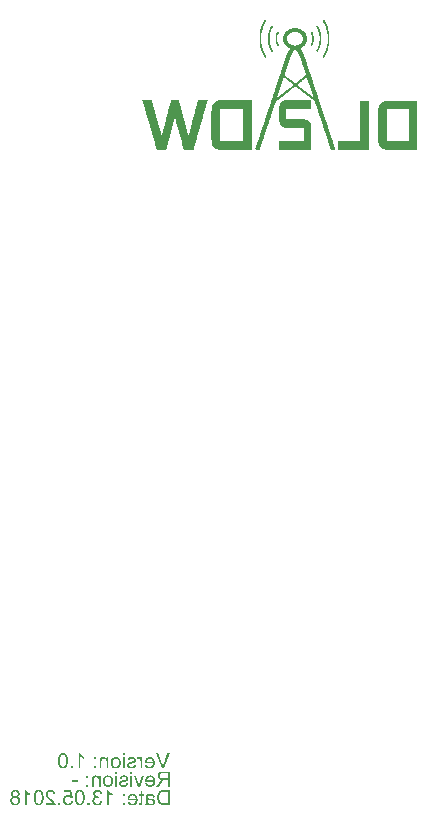
<source format=gbo>
G04*
G04 #@! TF.GenerationSoftware,Altium Limited,Altium Designer,21.0.8 (223)*
G04*
G04 Layer_Color=32896*
%FSLAX25Y25*%
%MOIN*%
G70*
G04*
G04 #@! TF.SameCoordinates,0DE2D123-2560-44B9-80CC-8921B81A5650*
G04*
G04*
G04 #@! TF.FilePolarity,Positive*
G04*
G01*
G75*
G36*
X154929Y358487D02*
X155034D01*
Y358383D01*
X155138D01*
Y358278D01*
Y358173D01*
X155243D01*
Y358069D01*
Y357965D01*
X155347D01*
Y357860D01*
Y357756D01*
Y357651D01*
X155452D01*
Y357547D01*
Y357442D01*
Y357338D01*
X155556D01*
Y357233D01*
Y357129D01*
Y357024D01*
Y356920D01*
Y356816D01*
X155660D01*
Y356711D01*
Y356607D01*
Y356502D01*
Y356398D01*
Y356293D01*
Y356189D01*
Y356084D01*
Y355980D01*
Y355875D01*
X155556D01*
Y355771D01*
Y355666D01*
Y355562D01*
Y355457D01*
Y355353D01*
Y355249D01*
X155452D01*
Y355144D01*
Y355040D01*
Y354935D01*
Y354831D01*
X155347D01*
Y354726D01*
Y354622D01*
X155243D01*
Y354517D01*
Y354413D01*
X155138D01*
Y354309D01*
Y354204D01*
X155034D01*
Y354099D01*
Y353995D01*
X154929D01*
Y353891D01*
X154616D01*
Y353995D01*
X154511D01*
Y354099D01*
Y354204D01*
X154407D01*
Y354309D01*
X154511D01*
Y354413D01*
Y354517D01*
X154616D01*
Y354622D01*
Y354726D01*
X154720D01*
Y354831D01*
Y354935D01*
X154825D01*
Y355040D01*
Y355144D01*
X154929D01*
Y355249D01*
Y355353D01*
Y355457D01*
X155034D01*
Y355562D01*
Y355666D01*
Y355771D01*
Y355875D01*
Y355980D01*
Y356084D01*
Y356189D01*
Y356293D01*
Y356398D01*
Y356502D01*
Y356607D01*
Y356711D01*
Y356816D01*
Y356920D01*
Y357024D01*
X154929D01*
Y357129D01*
Y357233D01*
Y357338D01*
Y357442D01*
X154825D01*
Y357547D01*
Y357651D01*
X154720D01*
Y357756D01*
Y357860D01*
X154616D01*
Y357965D01*
Y358069D01*
X154511D01*
Y358173D01*
Y358278D01*
Y358383D01*
Y358487D01*
X154616D01*
Y358591D01*
X154929D01*
Y358487D01*
D02*
G37*
G36*
X143856D02*
Y358383D01*
X143961D01*
Y358278D01*
Y358173D01*
Y358069D01*
X143856D01*
Y357965D01*
X143752D01*
Y357860D01*
X143648D01*
Y357756D01*
Y357651D01*
X143543D01*
Y357547D01*
Y357442D01*
X143439D01*
Y357338D01*
Y357233D01*
Y357129D01*
Y357024D01*
X143334D01*
Y356920D01*
Y356816D01*
Y356711D01*
Y356607D01*
Y356502D01*
Y356398D01*
Y356293D01*
Y356189D01*
Y356084D01*
Y355980D01*
Y355875D01*
Y355771D01*
Y355666D01*
Y355562D01*
X143439D01*
Y355457D01*
Y355353D01*
Y355249D01*
Y355144D01*
X143543D01*
Y355040D01*
Y354935D01*
X143648D01*
Y354831D01*
Y354726D01*
X143752D01*
Y354622D01*
Y354517D01*
X143856D01*
Y354413D01*
X143961D01*
Y354309D01*
Y354204D01*
Y354099D01*
X143856D01*
Y353995D01*
X143752D01*
Y353891D01*
X143439D01*
Y353995D01*
X143334D01*
Y354099D01*
Y354204D01*
X143230D01*
Y354309D01*
Y354413D01*
X143125D01*
Y354517D01*
X143021D01*
Y354622D01*
Y354726D01*
Y354831D01*
X142916D01*
Y354935D01*
Y355040D01*
Y355144D01*
X142812D01*
Y355249D01*
Y355353D01*
Y355457D01*
Y355562D01*
Y355666D01*
Y355771D01*
Y355875D01*
Y355980D01*
Y356084D01*
Y356189D01*
Y356293D01*
Y356398D01*
Y356502D01*
Y356607D01*
Y356711D01*
X142707D01*
Y356816D01*
X142812D01*
Y356920D01*
Y357024D01*
Y357129D01*
Y357233D01*
Y357338D01*
X142916D01*
Y357442D01*
Y357547D01*
Y357651D01*
X143021D01*
Y357756D01*
Y357860D01*
X143125D01*
Y357965D01*
Y358069D01*
Y358173D01*
X143230D01*
Y358278D01*
Y358383D01*
X143334D01*
Y358487D01*
X143439D01*
Y358591D01*
X143856D01*
Y358487D01*
D02*
G37*
G36*
X156914Y360472D02*
Y360367D01*
X157018D01*
Y360263D01*
X157123D01*
Y360158D01*
Y360054D01*
X157227D01*
Y359949D01*
Y359845D01*
X157332D01*
Y359740D01*
Y359636D01*
X157436D01*
Y359531D01*
Y359427D01*
X157541D01*
Y359323D01*
Y359218D01*
Y359114D01*
Y359009D01*
X157645D01*
Y358905D01*
Y358800D01*
X157750D01*
Y358696D01*
Y358591D01*
Y358487D01*
X157854D01*
Y358383D01*
Y358278D01*
Y358173D01*
Y358069D01*
Y357965D01*
X157959D01*
Y357860D01*
Y357756D01*
Y357651D01*
Y357547D01*
Y357442D01*
X158063D01*
Y357338D01*
Y357233D01*
Y357129D01*
Y357024D01*
Y356920D01*
Y356816D01*
Y356711D01*
Y356607D01*
Y356502D01*
Y356398D01*
Y356293D01*
Y356189D01*
Y356084D01*
Y355980D01*
Y355875D01*
Y355771D01*
Y355666D01*
Y355562D01*
Y355457D01*
Y355353D01*
Y355249D01*
Y355144D01*
X157959D01*
Y355040D01*
Y354935D01*
Y354831D01*
Y354726D01*
Y354622D01*
Y354517D01*
X157854D01*
Y354413D01*
Y354309D01*
Y354204D01*
Y354099D01*
X157750D01*
Y353995D01*
Y353891D01*
Y353786D01*
X157645D01*
Y353682D01*
Y353577D01*
Y353473D01*
Y353368D01*
X157541D01*
Y353264D01*
Y353159D01*
Y353055D01*
X157436D01*
Y352951D01*
Y352846D01*
X157332D01*
Y352742D01*
Y352637D01*
X157227D01*
Y352533D01*
Y352428D01*
X157123D01*
Y352324D01*
X157018D01*
Y352219D01*
Y352115D01*
X156914D01*
Y352010D01*
X156810D01*
Y351906D01*
X156496D01*
Y352010D01*
X156392D01*
Y352115D01*
Y352219D01*
Y352324D01*
Y352428D01*
X156496D01*
Y352533D01*
Y352637D01*
X156601D01*
Y352742D01*
Y352846D01*
X156705D01*
Y352951D01*
X156810D01*
Y353055D01*
Y353159D01*
X156914D01*
Y353264D01*
Y353368D01*
X157018D01*
Y353473D01*
Y353577D01*
Y353682D01*
X157123D01*
Y353786D01*
Y353891D01*
Y353995D01*
X157227D01*
Y354099D01*
Y354204D01*
Y354309D01*
X157332D01*
Y354413D01*
Y354517D01*
Y354622D01*
Y354726D01*
Y354831D01*
X157436D01*
Y354935D01*
Y355040D01*
Y355144D01*
Y355249D01*
Y355353D01*
Y355457D01*
Y355562D01*
X157541D01*
Y355666D01*
Y355771D01*
Y355875D01*
Y355980D01*
Y356084D01*
Y356189D01*
Y356293D01*
Y356398D01*
Y356502D01*
Y356607D01*
Y356711D01*
Y356816D01*
Y356920D01*
Y357024D01*
Y357129D01*
X157436D01*
Y357233D01*
Y357338D01*
Y357442D01*
Y357547D01*
Y357651D01*
Y357756D01*
X157332D01*
Y357860D01*
Y357965D01*
Y358069D01*
Y358173D01*
Y358278D01*
X157227D01*
Y358383D01*
Y358487D01*
X157123D01*
Y358591D01*
Y358696D01*
Y358800D01*
X157018D01*
Y358905D01*
Y359009D01*
Y359114D01*
X156914D01*
Y359218D01*
Y359323D01*
X156810D01*
Y359427D01*
Y359531D01*
X156705D01*
Y359636D01*
Y359740D01*
X156601D01*
Y359845D01*
X156496D01*
Y359949D01*
Y360054D01*
X156392D01*
Y360158D01*
Y360263D01*
Y360367D01*
Y360472D01*
Y360576D01*
X156914D01*
Y360472D01*
D02*
G37*
G36*
X141872D02*
X141976D01*
Y360367D01*
Y360263D01*
Y360158D01*
X141872D01*
Y360054D01*
Y359949D01*
X141767D01*
Y359845D01*
Y359740D01*
X141663D01*
Y359636D01*
X141558D01*
Y359531D01*
Y359427D01*
X141454D01*
Y359323D01*
Y359218D01*
X141349D01*
Y359114D01*
Y359009D01*
Y358905D01*
X141245D01*
Y358800D01*
Y358696D01*
X141140D01*
Y358591D01*
Y358487D01*
Y358383D01*
X141036D01*
Y358278D01*
Y358173D01*
Y358069D01*
Y357965D01*
X140931D01*
Y357860D01*
Y357756D01*
Y357651D01*
Y357547D01*
Y357442D01*
X140827D01*
Y357338D01*
Y357233D01*
Y357129D01*
Y357024D01*
Y356920D01*
Y356816D01*
Y356711D01*
Y356607D01*
Y356502D01*
Y356398D01*
Y356293D01*
Y356189D01*
Y356084D01*
Y355980D01*
Y355875D01*
Y355771D01*
Y355666D01*
Y355562D01*
Y355457D01*
Y355353D01*
Y355249D01*
Y355144D01*
X140931D01*
Y355040D01*
Y354935D01*
Y354831D01*
Y354726D01*
Y354622D01*
Y354517D01*
X141036D01*
Y354413D01*
Y354309D01*
Y354204D01*
X141140D01*
Y354099D01*
Y353995D01*
Y353891D01*
X141245D01*
Y353786D01*
Y353682D01*
Y353577D01*
X141349D01*
Y353473D01*
Y353368D01*
X141454D01*
Y353264D01*
Y353159D01*
X141558D01*
Y353055D01*
Y352951D01*
X141663D01*
Y352846D01*
Y352742D01*
X141767D01*
Y352637D01*
X141872D01*
Y352533D01*
Y352428D01*
X141976D01*
Y352324D01*
Y352219D01*
Y352115D01*
Y352010D01*
X141872D01*
Y351906D01*
X141454D01*
Y352010D01*
Y352115D01*
X141349D01*
Y352219D01*
X141245D01*
Y352324D01*
Y352428D01*
X141140D01*
Y352533D01*
X141036D01*
Y352637D01*
Y352742D01*
X140931D01*
Y352846D01*
Y352951D01*
X140827D01*
Y353055D01*
Y353159D01*
Y353264D01*
X140723D01*
Y353368D01*
Y353473D01*
Y353577D01*
X140618D01*
Y353682D01*
Y353786D01*
Y353891D01*
X140514D01*
Y353995D01*
Y354099D01*
Y354204D01*
Y354309D01*
X140409D01*
Y354413D01*
Y354517D01*
Y354622D01*
Y354726D01*
Y354831D01*
X140305D01*
Y354935D01*
Y355040D01*
Y355144D01*
Y355249D01*
Y355353D01*
Y355457D01*
Y355562D01*
X140200D01*
Y355666D01*
Y355771D01*
Y355875D01*
Y355980D01*
Y356084D01*
Y356189D01*
Y356293D01*
Y356398D01*
Y356502D01*
Y356607D01*
Y356711D01*
Y356816D01*
Y356920D01*
Y357024D01*
X140305D01*
Y357129D01*
Y357233D01*
Y357338D01*
Y357442D01*
Y357547D01*
Y357651D01*
Y357756D01*
X140409D01*
Y357860D01*
Y357965D01*
Y358069D01*
Y358173D01*
Y358278D01*
X140514D01*
Y358383D01*
Y358487D01*
Y358591D01*
Y358696D01*
X140618D01*
Y358800D01*
Y358905D01*
Y359009D01*
X140723D01*
Y359114D01*
Y359218D01*
Y359323D01*
X140827D01*
Y359427D01*
Y359531D01*
X140931D01*
Y359636D01*
Y359740D01*
X141036D01*
Y359845D01*
Y359949D01*
Y360054D01*
X141140D01*
Y360158D01*
X141245D01*
Y360263D01*
X141349D01*
Y360367D01*
Y360472D01*
X141454D01*
Y360576D01*
X141872D01*
Y360472D01*
D02*
G37*
G36*
X158899Y362561D02*
X159003D01*
Y362456D01*
X159108D01*
Y362352D01*
X159212D01*
Y362247D01*
X159317D01*
Y362143D01*
Y362039D01*
X159421D01*
Y361934D01*
Y361830D01*
X159526D01*
Y361725D01*
X159630D01*
Y361621D01*
Y361516D01*
Y361412D01*
X159734D01*
Y361307D01*
Y361203D01*
X159839D01*
Y361098D01*
Y360994D01*
X159943D01*
Y360890D01*
Y360785D01*
Y360681D01*
X160048D01*
Y360576D01*
Y360472D01*
X160152D01*
Y360367D01*
Y360263D01*
Y360158D01*
X160257D01*
Y360054D01*
Y359949D01*
Y359845D01*
Y359740D01*
X160361D01*
Y359636D01*
Y359531D01*
Y359427D01*
Y359323D01*
X160466D01*
Y359218D01*
Y359114D01*
Y359009D01*
Y358905D01*
Y358800D01*
X160570D01*
Y358696D01*
Y358591D01*
Y358487D01*
Y358383D01*
Y358278D01*
X160675D01*
Y358173D01*
Y358069D01*
Y357965D01*
Y357860D01*
Y357756D01*
Y357651D01*
Y357547D01*
X160779D01*
Y357442D01*
Y357338D01*
Y357233D01*
Y357129D01*
Y357024D01*
Y356920D01*
Y356816D01*
Y356711D01*
Y356607D01*
Y356502D01*
Y356398D01*
Y356293D01*
Y356189D01*
Y356084D01*
Y355980D01*
Y355875D01*
Y355771D01*
Y355666D01*
Y355562D01*
Y355457D01*
Y355353D01*
Y355249D01*
Y355144D01*
Y355040D01*
X160675D01*
Y354935D01*
Y354831D01*
Y354726D01*
Y354622D01*
Y354517D01*
Y354413D01*
Y354309D01*
Y354204D01*
X160570D01*
Y354099D01*
Y353995D01*
Y353891D01*
Y353786D01*
Y353682D01*
X160466D01*
Y353577D01*
Y353473D01*
Y353368D01*
Y353264D01*
X160361D01*
Y353159D01*
Y353055D01*
Y352951D01*
Y352846D01*
X160257D01*
Y352742D01*
Y352637D01*
Y352533D01*
X160152D01*
Y352428D01*
X160257D01*
Y352324D01*
X160152D01*
Y352219D01*
Y352115D01*
Y352010D01*
X160048D01*
Y351906D01*
Y351801D01*
X159943D01*
Y351697D01*
Y351592D01*
X159839D01*
Y351488D01*
Y351383D01*
X159734D01*
Y351279D01*
Y351175D01*
Y351070D01*
X159630D01*
Y350966D01*
Y350861D01*
X159526D01*
Y350757D01*
X159421D01*
Y350652D01*
Y350548D01*
X159317D01*
Y350443D01*
Y350339D01*
X159212D01*
Y350235D01*
Y350130D01*
X159108D01*
Y350026D01*
X159003D01*
Y349921D01*
X158585D01*
Y350026D01*
Y350130D01*
X158481D01*
Y350235D01*
Y350339D01*
X158585D01*
Y350443D01*
Y350548D01*
X158690D01*
Y350652D01*
Y350757D01*
X158794D01*
Y350861D01*
X158899D01*
Y350966D01*
Y351070D01*
X159003D01*
Y351175D01*
Y351279D01*
X159108D01*
Y351383D01*
Y351488D01*
X159212D01*
Y351592D01*
Y351697D01*
X159317D01*
Y351801D01*
Y351906D01*
X159421D01*
Y352010D01*
Y352115D01*
X159526D01*
Y352219D01*
Y352324D01*
X159630D01*
Y352428D01*
Y352533D01*
Y352637D01*
Y352742D01*
X159734D01*
Y352846D01*
Y352951D01*
Y353055D01*
Y353159D01*
X159839D01*
Y353264D01*
Y353368D01*
Y353473D01*
X159943D01*
Y353577D01*
Y353682D01*
Y353786D01*
Y353891D01*
Y353995D01*
X160048D01*
Y354099D01*
Y354204D01*
Y354309D01*
Y354413D01*
Y354517D01*
Y354622D01*
X160152D01*
Y354726D01*
Y354831D01*
Y354935D01*
Y355040D01*
Y355144D01*
Y355249D01*
Y355353D01*
Y355457D01*
Y355562D01*
Y355666D01*
X160257D01*
Y355771D01*
Y355875D01*
Y355980D01*
Y356084D01*
Y356189D01*
Y356293D01*
Y356398D01*
Y356502D01*
Y356607D01*
Y356711D01*
Y356816D01*
Y356920D01*
X160152D01*
Y357024D01*
Y357129D01*
Y357233D01*
Y357338D01*
Y357442D01*
Y357547D01*
Y357651D01*
Y357756D01*
Y357860D01*
Y357965D01*
X160048D01*
Y358069D01*
Y358173D01*
Y358278D01*
Y358383D01*
Y358487D01*
X159943D01*
Y358591D01*
Y358696D01*
Y358800D01*
Y358905D01*
Y359009D01*
X159839D01*
Y359114D01*
Y359218D01*
Y359323D01*
X159734D01*
Y359427D01*
Y359531D01*
Y359636D01*
Y359740D01*
Y359845D01*
Y359949D01*
X159630D01*
Y360054D01*
Y360158D01*
X159526D01*
Y360263D01*
Y360367D01*
Y360472D01*
X159421D01*
Y360576D01*
Y360681D01*
X159317D01*
Y360785D01*
Y360890D01*
Y360994D01*
X159212D01*
Y361098D01*
X159108D01*
Y361203D01*
Y361307D01*
X159003D01*
Y361412D01*
Y361516D01*
X158899D01*
Y361621D01*
X158794D01*
Y361725D01*
Y361830D01*
X158690D01*
Y361934D01*
X158585D01*
Y362039D01*
Y362143D01*
Y362247D01*
X158481D01*
Y362352D01*
X158585D01*
Y362456D01*
Y362561D01*
X158690D01*
Y362665D01*
X158899D01*
Y362561D01*
D02*
G37*
G36*
X139678D02*
X139782D01*
Y362456D01*
Y362352D01*
Y362247D01*
Y362143D01*
X139678D01*
Y362039D01*
Y361934D01*
X139574D01*
Y361830D01*
X139469D01*
Y361725D01*
Y361621D01*
X139365D01*
Y361516D01*
Y361412D01*
X139260D01*
Y361307D01*
X139156D01*
Y361203D01*
Y361098D01*
X139051D01*
Y360994D01*
Y360890D01*
X138947D01*
Y360785D01*
Y360681D01*
X138842D01*
Y360576D01*
Y360472D01*
X138738D01*
Y360367D01*
Y360263D01*
Y360158D01*
Y360054D01*
X138633D01*
Y359949D01*
Y359845D01*
Y359740D01*
X138529D01*
Y359636D01*
Y359531D01*
Y359427D01*
Y359323D01*
X138424D01*
Y359218D01*
Y359114D01*
Y359009D01*
X138320D01*
Y358905D01*
Y358800D01*
Y358696D01*
Y358591D01*
X138215D01*
Y358487D01*
Y358383D01*
Y358278D01*
Y358173D01*
X138111D01*
Y358069D01*
Y357965D01*
Y357860D01*
Y357756D01*
Y357651D01*
Y357547D01*
Y357442D01*
Y357338D01*
X138007D01*
Y357233D01*
Y357129D01*
Y357024D01*
Y356920D01*
Y356816D01*
Y356711D01*
Y356607D01*
Y356502D01*
Y356398D01*
Y356293D01*
Y356189D01*
Y356084D01*
Y355980D01*
Y355875D01*
Y355771D01*
Y355666D01*
Y355562D01*
Y355457D01*
Y355353D01*
Y355249D01*
X138111D01*
Y355144D01*
Y355040D01*
Y354935D01*
Y354831D01*
Y354726D01*
Y354622D01*
Y354517D01*
X138215D01*
Y354413D01*
Y354309D01*
Y354204D01*
Y354099D01*
Y353995D01*
X138320D01*
Y353891D01*
Y353786D01*
Y353682D01*
Y353577D01*
Y353473D01*
X138424D01*
Y353368D01*
Y353264D01*
Y353159D01*
X138529D01*
Y353055D01*
Y352951D01*
Y352846D01*
Y352742D01*
X138633D01*
Y352637D01*
Y352533D01*
X138738D01*
Y352428D01*
Y352324D01*
Y352219D01*
X138842D01*
Y352115D01*
Y352010D01*
Y351906D01*
Y351801D01*
X138947D01*
Y351697D01*
X139051D01*
Y351592D01*
Y351488D01*
X139156D01*
Y351383D01*
Y351279D01*
X139260D01*
Y351175D01*
X139365D01*
Y351070D01*
Y350966D01*
Y350861D01*
X139469D01*
Y350757D01*
X139574D01*
Y350652D01*
X139678D01*
Y350548D01*
Y350443D01*
X139782D01*
Y350339D01*
Y350235D01*
Y350130D01*
Y350026D01*
X139678D01*
Y349921D01*
X139574D01*
Y349817D01*
X139469D01*
Y349921D01*
X139260D01*
Y350026D01*
X139156D01*
Y350130D01*
Y350235D01*
X139051D01*
Y350339D01*
Y350443D01*
X138947D01*
Y350548D01*
X138842D01*
Y350652D01*
Y350757D01*
X138738D01*
Y350861D01*
Y350966D01*
X138633D01*
Y351070D01*
X138529D01*
Y351175D01*
Y351279D01*
Y351383D01*
X138424D01*
Y351488D01*
Y351592D01*
X138320D01*
Y351697D01*
Y351801D01*
X138215D01*
Y351906D01*
Y352010D01*
Y352115D01*
X138111D01*
Y352219D01*
Y352324D01*
Y352428D01*
X138007D01*
Y352533D01*
Y352637D01*
Y352742D01*
X137902D01*
Y352846D01*
Y352951D01*
Y353055D01*
X137798D01*
Y353159D01*
Y353264D01*
Y353368D01*
Y353473D01*
Y353577D01*
X137693D01*
Y353682D01*
Y353786D01*
Y353891D01*
Y353995D01*
X137589D01*
Y354099D01*
Y354204D01*
Y354309D01*
Y354413D01*
Y354517D01*
Y354622D01*
Y354726D01*
X137484D01*
Y354831D01*
Y354935D01*
Y355040D01*
Y355144D01*
Y355249D01*
Y355353D01*
Y355457D01*
Y355562D01*
Y355666D01*
Y355771D01*
Y355875D01*
Y355980D01*
Y356084D01*
Y356189D01*
Y356293D01*
Y356398D01*
Y356502D01*
Y356607D01*
Y356711D01*
Y356816D01*
Y356920D01*
Y357024D01*
Y357129D01*
Y357233D01*
Y357338D01*
Y357442D01*
Y357547D01*
Y357651D01*
Y357756D01*
Y357860D01*
X137589D01*
Y357965D01*
Y358069D01*
Y358173D01*
Y358278D01*
Y358383D01*
Y358487D01*
X137693D01*
Y358591D01*
Y358696D01*
Y358800D01*
Y358905D01*
Y359009D01*
X137798D01*
Y359114D01*
Y359218D01*
Y359323D01*
Y359427D01*
X137902D01*
Y359531D01*
Y359636D01*
Y359740D01*
X138007D01*
Y359845D01*
Y359949D01*
Y360054D01*
X138111D01*
Y360158D01*
Y360263D01*
Y360367D01*
Y360472D01*
X138215D01*
Y360576D01*
Y360681D01*
X138320D01*
Y360785D01*
Y360890D01*
Y360994D01*
X138424D01*
Y361098D01*
Y361203D01*
X138529D01*
Y361307D01*
Y361412D01*
X138633D01*
Y361516D01*
Y361621D01*
X138738D01*
Y361725D01*
Y361830D01*
X138842D01*
Y361934D01*
Y362039D01*
X138947D01*
Y362143D01*
X139051D01*
Y362247D01*
Y362352D01*
X139156D01*
Y362456D01*
X139260D01*
Y362561D01*
X139365D01*
Y362665D01*
X139678D01*
Y362561D01*
D02*
G37*
G36*
X120144Y335714D02*
Y335610D01*
X120039D01*
Y335505D01*
Y335401D01*
Y335297D01*
Y335192D01*
X119935D01*
Y335088D01*
Y334983D01*
Y334879D01*
Y334774D01*
X119830D01*
Y334670D01*
Y334565D01*
Y334461D01*
Y334356D01*
X119726D01*
Y334252D01*
Y334147D01*
Y334043D01*
X119621D01*
Y333939D01*
Y333834D01*
Y333730D01*
X119517D01*
Y333625D01*
Y333521D01*
Y333416D01*
Y333312D01*
X119413D01*
Y333207D01*
Y333103D01*
Y332998D01*
X119308D01*
Y332894D01*
Y332789D01*
Y332685D01*
X119203D01*
Y332580D01*
Y332476D01*
Y332372D01*
Y332267D01*
X119099D01*
Y332163D01*
Y332058D01*
Y331954D01*
Y331849D01*
Y331745D01*
X118995D01*
Y331640D01*
Y331536D01*
Y331431D01*
X118890D01*
Y331327D01*
Y331223D01*
Y331118D01*
X118786D01*
Y331014D01*
Y330909D01*
Y330805D01*
Y330700D01*
X118681D01*
Y330596D01*
Y330491D01*
Y330387D01*
X118577D01*
Y330282D01*
Y330178D01*
Y330073D01*
Y329969D01*
X118472D01*
Y329865D01*
Y329760D01*
Y329656D01*
X118368D01*
Y329551D01*
Y329447D01*
Y329342D01*
X118263D01*
Y329238D01*
Y329133D01*
Y329029D01*
Y328924D01*
Y328820D01*
X118159D01*
Y328715D01*
Y328611D01*
Y328506D01*
X118054D01*
Y328402D01*
Y328298D01*
Y328193D01*
Y328089D01*
X117950D01*
Y327984D01*
Y327880D01*
Y327775D01*
X117845D01*
Y327671D01*
Y327566D01*
Y327462D01*
Y327358D01*
X117741D01*
Y327253D01*
Y327149D01*
Y327044D01*
X117637D01*
Y326940D01*
Y326835D01*
Y326731D01*
X117532D01*
Y326626D01*
Y326522D01*
Y326417D01*
Y326313D01*
X117428D01*
Y326208D01*
Y326104D01*
Y325999D01*
X117323D01*
Y325895D01*
Y325791D01*
Y325686D01*
Y325582D01*
Y325477D01*
X117219D01*
Y325373D01*
Y325268D01*
Y325164D01*
Y325059D01*
X117114D01*
Y324955D01*
Y324850D01*
Y324746D01*
X117010D01*
Y324641D01*
Y324537D01*
Y324432D01*
X116905D01*
Y324328D01*
Y324224D01*
Y324119D01*
X116801D01*
Y324015D01*
Y323910D01*
Y323806D01*
Y323701D01*
X116697D01*
Y323597D01*
Y323492D01*
Y323388D01*
X116592D01*
Y323284D01*
Y323179D01*
Y323075D01*
X116488D01*
Y322970D01*
Y322866D01*
Y322761D01*
Y322657D01*
X116383D01*
Y322552D01*
Y322448D01*
Y322343D01*
Y322239D01*
Y322134D01*
X116279D01*
Y322030D01*
Y321925D01*
Y321821D01*
X116174D01*
Y321716D01*
Y321612D01*
Y321508D01*
X116070D01*
Y321403D01*
Y321299D01*
Y321194D01*
Y321090D01*
X115965D01*
Y320985D01*
Y320881D01*
Y320776D01*
X115861D01*
Y320672D01*
Y320567D01*
Y320463D01*
Y320359D01*
X115756D01*
Y320254D01*
Y320150D01*
Y320045D01*
X115652D01*
Y319941D01*
Y319836D01*
Y319732D01*
Y319627D01*
X115547D01*
Y319523D01*
Y319418D01*
Y319314D01*
X112205D01*
Y319418D01*
Y319523D01*
Y319627D01*
X112100D01*
Y319732D01*
Y319836D01*
Y319941D01*
X111996D01*
Y320045D01*
Y320150D01*
Y320254D01*
Y320359D01*
X111891D01*
Y320463D01*
Y320567D01*
Y320672D01*
X111787D01*
Y320776D01*
Y320881D01*
Y320985D01*
Y321090D01*
X111682D01*
Y321194D01*
Y321299D01*
Y321403D01*
X111578D01*
Y321508D01*
Y321612D01*
Y321716D01*
X111473D01*
Y321821D01*
Y321925D01*
Y322030D01*
Y322134D01*
Y322239D01*
Y322343D01*
X111369D01*
Y322448D01*
Y322552D01*
Y322657D01*
X111265D01*
Y322761D01*
Y322866D01*
Y322970D01*
Y323075D01*
X111160D01*
Y323179D01*
Y323284D01*
Y323388D01*
X111056D01*
Y323492D01*
Y323597D01*
Y323701D01*
Y323806D01*
X110951D01*
Y323910D01*
Y324015D01*
Y324119D01*
X110847D01*
Y324224D01*
Y324328D01*
Y324432D01*
X110742D01*
Y324537D01*
Y324641D01*
Y324746D01*
Y324850D01*
X110638D01*
Y324955D01*
Y325059D01*
Y325164D01*
Y325268D01*
Y325373D01*
X110533D01*
Y325477D01*
Y325582D01*
Y325686D01*
Y325791D01*
X110429D01*
Y325895D01*
Y325999D01*
Y326104D01*
X110324D01*
Y326208D01*
Y326313D01*
Y326417D01*
Y326522D01*
X110220D01*
Y326626D01*
Y326731D01*
Y326835D01*
X110115D01*
Y326940D01*
Y327044D01*
Y327149D01*
Y327253D01*
X110011D01*
Y327358D01*
Y327462D01*
Y327566D01*
X109906D01*
Y327671D01*
Y327775D01*
Y327880D01*
X109802D01*
Y327984D01*
Y328089D01*
Y328193D01*
Y328298D01*
X109698D01*
Y328402D01*
Y328506D01*
Y328611D01*
Y328715D01*
Y328820D01*
X109593D01*
Y328924D01*
Y329029D01*
Y329133D01*
Y329238D01*
X109489D01*
Y329342D01*
Y329447D01*
Y329551D01*
X109384D01*
Y329656D01*
Y329760D01*
X109175D01*
Y329656D01*
Y329551D01*
Y329447D01*
X109071D01*
Y329342D01*
Y329238D01*
Y329133D01*
X108966D01*
Y329029D01*
Y328924D01*
Y328820D01*
Y328715D01*
X108862D01*
Y328611D01*
Y328506D01*
Y328402D01*
X108757D01*
Y328298D01*
Y328193D01*
Y328089D01*
Y327984D01*
X108653D01*
Y327880D01*
Y327775D01*
Y327671D01*
Y327566D01*
X108548D01*
Y327462D01*
Y327358D01*
Y327253D01*
X108444D01*
Y327149D01*
Y327044D01*
Y326940D01*
Y326835D01*
X108340D01*
Y326731D01*
X108444D01*
Y326626D01*
X108340D01*
Y326522D01*
Y326417D01*
Y326313D01*
X108235D01*
Y326208D01*
Y326104D01*
Y325999D01*
Y325895D01*
X108131D01*
Y325791D01*
Y325686D01*
Y325582D01*
X108026D01*
Y325477D01*
Y325373D01*
Y325268D01*
Y325164D01*
X107922D01*
Y325059D01*
Y324955D01*
Y324850D01*
Y324746D01*
X107817D01*
Y324641D01*
Y324537D01*
Y324432D01*
X107713D01*
Y324328D01*
Y324224D01*
Y324119D01*
Y324015D01*
X107608D01*
Y323910D01*
Y323806D01*
Y323701D01*
X107504D01*
Y323597D01*
Y323492D01*
Y323388D01*
Y323284D01*
X107399D01*
Y323179D01*
X107504D01*
Y323075D01*
X107399D01*
Y322970D01*
Y322866D01*
Y322761D01*
X107295D01*
Y322657D01*
Y322552D01*
Y322448D01*
Y322343D01*
X107191D01*
Y322239D01*
Y322134D01*
Y322030D01*
X107086D01*
Y321925D01*
Y321821D01*
Y321716D01*
Y321612D01*
X106982D01*
Y321508D01*
Y321403D01*
Y321299D01*
Y321194D01*
X106877D01*
Y321090D01*
Y320985D01*
Y320881D01*
X106773D01*
Y320776D01*
Y320672D01*
Y320567D01*
Y320463D01*
X106668D01*
Y320359D01*
Y320254D01*
Y320150D01*
X106564D01*
Y320045D01*
Y319941D01*
Y319836D01*
Y319732D01*
Y319627D01*
Y319523D01*
X106459D01*
Y319418D01*
Y319314D01*
X103221D01*
Y319418D01*
Y319523D01*
Y319627D01*
X103117D01*
Y319732D01*
Y319836D01*
Y319941D01*
Y320045D01*
X103012D01*
Y320150D01*
Y320254D01*
Y320359D01*
X102908D01*
Y320463D01*
Y320567D01*
Y320672D01*
X102803D01*
Y320776D01*
Y320881D01*
Y320985D01*
X102699D01*
Y321090D01*
Y321194D01*
Y321299D01*
Y321403D01*
X102594D01*
Y321508D01*
Y321612D01*
Y321716D01*
X102490D01*
Y321821D01*
Y321925D01*
Y322030D01*
Y322134D01*
Y322239D01*
X102385D01*
Y322343D01*
Y322448D01*
Y322552D01*
X102281D01*
Y322657D01*
Y322761D01*
Y322866D01*
X102176D01*
Y322970D01*
Y323075D01*
Y323179D01*
Y323284D01*
X102072D01*
Y323388D01*
Y323492D01*
X101967D01*
Y323597D01*
Y323701D01*
Y323806D01*
Y323910D01*
X101863D01*
Y324015D01*
Y324119D01*
Y324224D01*
X101759D01*
Y324328D01*
Y324432D01*
Y324537D01*
X101654D01*
Y324641D01*
Y324746D01*
Y324850D01*
X101550D01*
Y324955D01*
X101654D01*
Y325059D01*
X101550D01*
Y325164D01*
Y325268D01*
Y325373D01*
X101445D01*
Y325477D01*
Y325582D01*
Y325686D01*
Y325791D01*
X101341D01*
Y325895D01*
Y325999D01*
X101236D01*
Y326104D01*
Y326208D01*
Y326313D01*
Y326417D01*
X101132D01*
Y326522D01*
Y326626D01*
Y326731D01*
X101027D01*
Y326835D01*
Y326940D01*
Y327044D01*
X100923D01*
Y327149D01*
Y327253D01*
Y327358D01*
Y327462D01*
X100818D01*
Y327566D01*
Y327671D01*
Y327775D01*
Y327880D01*
X100714D01*
Y327984D01*
Y328089D01*
Y328193D01*
Y328298D01*
X100609D01*
Y328402D01*
Y328506D01*
Y328611D01*
X100505D01*
Y328715D01*
Y328820D01*
Y328924D01*
X100400D01*
Y329029D01*
Y329133D01*
Y329238D01*
X100296D01*
Y329342D01*
Y329447D01*
Y329551D01*
X100192D01*
Y329656D01*
Y329760D01*
Y329865D01*
Y329969D01*
X100087D01*
Y330073D01*
Y330178D01*
Y330282D01*
X99983D01*
Y330387D01*
Y330491D01*
Y330596D01*
X99878D01*
Y330700D01*
Y330805D01*
Y330909D01*
X99774D01*
Y331014D01*
X99878D01*
Y331118D01*
X99774D01*
Y331223D01*
Y331327D01*
Y331431D01*
X99669D01*
Y331536D01*
Y331640D01*
Y331745D01*
X99565D01*
Y331849D01*
Y331954D01*
Y332058D01*
Y332163D01*
X99460D01*
Y332267D01*
Y332372D01*
Y332476D01*
X99356D01*
Y332580D01*
Y332685D01*
Y332789D01*
X99251D01*
Y332894D01*
Y332998D01*
Y333103D01*
X99147D01*
Y333207D01*
Y333312D01*
Y333416D01*
X99042D01*
Y333521D01*
Y333625D01*
Y333730D01*
Y333834D01*
X98938D01*
Y333939D01*
Y334043D01*
Y334147D01*
X98834D01*
Y334252D01*
Y334356D01*
Y334461D01*
Y334565D01*
Y334670D01*
X98729D01*
Y334774D01*
Y334879D01*
Y334983D01*
X98625D01*
Y335088D01*
Y335192D01*
Y335297D01*
X98520D01*
Y335401D01*
Y335505D01*
Y335610D01*
X98416D01*
Y335714D01*
Y335819D01*
X101550D01*
Y335714D01*
Y335610D01*
Y335505D01*
Y335401D01*
X101654D01*
Y335297D01*
Y335192D01*
Y335088D01*
X101759D01*
Y334983D01*
Y334879D01*
Y334774D01*
X101863D01*
Y334670D01*
Y334565D01*
Y334461D01*
Y334356D01*
X101967D01*
Y334252D01*
Y334147D01*
Y334043D01*
X102072D01*
Y333939D01*
Y333834D01*
Y333730D01*
Y333625D01*
X102176D01*
Y333521D01*
Y333416D01*
Y333312D01*
Y333207D01*
X102281D01*
Y333103D01*
Y332998D01*
Y332894D01*
Y332789D01*
X102385D01*
Y332685D01*
Y332580D01*
Y332476D01*
X102490D01*
Y332372D01*
Y332267D01*
Y332163D01*
Y332058D01*
X102594D01*
Y331954D01*
Y331849D01*
Y331745D01*
X102699D01*
Y331640D01*
Y331536D01*
Y331431D01*
X102803D01*
Y331327D01*
Y331223D01*
Y331118D01*
Y331014D01*
X102908D01*
Y330909D01*
Y330805D01*
Y330700D01*
X103012D01*
Y330596D01*
Y330491D01*
Y330387D01*
Y330282D01*
Y330178D01*
X103117D01*
Y330073D01*
Y329969D01*
Y329865D01*
X103221D01*
Y329760D01*
Y329656D01*
Y329551D01*
Y329447D01*
X103325D01*
Y329342D01*
Y329238D01*
Y329133D01*
X103430D01*
Y329029D01*
Y328924D01*
Y328820D01*
Y328715D01*
X103534D01*
Y328611D01*
Y328506D01*
Y328402D01*
X103639D01*
Y328298D01*
Y328193D01*
Y328089D01*
X103743D01*
Y327984D01*
Y327880D01*
Y327775D01*
Y327671D01*
X103848D01*
Y327566D01*
Y327462D01*
Y327358D01*
X103952D01*
Y327253D01*
X103848D01*
Y327149D01*
X103952D01*
Y327044D01*
Y326940D01*
Y326835D01*
X104057D01*
Y326731D01*
Y326626D01*
Y326522D01*
Y326417D01*
X104161D01*
Y326313D01*
Y326208D01*
Y326104D01*
X104266D01*
Y325999D01*
Y325895D01*
Y325791D01*
X104370D01*
Y325686D01*
Y325582D01*
Y325477D01*
X104474D01*
Y325373D01*
Y325268D01*
Y325164D01*
Y325059D01*
X104579D01*
Y324955D01*
Y324850D01*
Y324746D01*
Y324641D01*
X104683D01*
Y324537D01*
Y324432D01*
Y324328D01*
X104788D01*
Y324224D01*
X104683D01*
Y324119D01*
X104892D01*
Y324224D01*
X104997D01*
Y324328D01*
Y324432D01*
X105101D01*
Y324537D01*
Y324641D01*
Y324746D01*
X105206D01*
Y324850D01*
Y324955D01*
Y325059D01*
Y325164D01*
Y325268D01*
Y325373D01*
X105310D01*
Y325477D01*
Y325582D01*
Y325686D01*
X105415D01*
Y325791D01*
Y325895D01*
Y325999D01*
Y326104D01*
X105519D01*
Y326208D01*
Y326313D01*
Y326417D01*
Y326522D01*
X105624D01*
Y326626D01*
Y326731D01*
Y326835D01*
X105728D01*
Y326940D01*
Y327044D01*
Y327149D01*
Y327253D01*
X105833D01*
Y327358D01*
Y327462D01*
Y327566D01*
Y327671D01*
X105937D01*
Y327775D01*
Y327880D01*
Y327984D01*
Y328089D01*
X106041D01*
Y328193D01*
Y328298D01*
Y328402D01*
Y328506D01*
Y328611D01*
X106146D01*
Y328715D01*
Y328820D01*
Y328924D01*
Y329029D01*
X106250D01*
Y329133D01*
Y329238D01*
Y329342D01*
X106355D01*
Y329447D01*
Y329551D01*
Y329656D01*
Y329760D01*
X106459D01*
Y329865D01*
Y329969D01*
Y330073D01*
Y330178D01*
X106564D01*
Y330282D01*
Y330387D01*
Y330491D01*
X106668D01*
Y330596D01*
Y330700D01*
Y330805D01*
Y330909D01*
X106773D01*
Y331014D01*
Y331118D01*
Y331223D01*
Y331327D01*
X106877D01*
Y331431D01*
Y331536D01*
Y331640D01*
Y331745D01*
Y331849D01*
X106982D01*
Y331954D01*
Y332058D01*
Y332163D01*
Y332267D01*
X107086D01*
Y332372D01*
Y332476D01*
Y332580D01*
Y332685D01*
X107191D01*
Y332789D01*
Y332894D01*
Y332998D01*
X107295D01*
Y333103D01*
Y333207D01*
Y333312D01*
Y333416D01*
X107399D01*
Y333521D01*
Y333625D01*
Y333730D01*
Y333834D01*
X107504D01*
Y333939D01*
Y334043D01*
Y334147D01*
X107608D01*
Y334252D01*
Y334356D01*
Y334461D01*
Y334565D01*
X107713D01*
Y334670D01*
Y334774D01*
Y334879D01*
Y334983D01*
X107817D01*
Y335088D01*
Y335192D01*
Y335297D01*
Y335401D01*
Y335505D01*
X107922D01*
Y335610D01*
Y335714D01*
Y335819D01*
X110533D01*
Y335714D01*
Y335610D01*
Y335505D01*
X110638D01*
Y335401D01*
Y335297D01*
Y335192D01*
X110742D01*
Y335088D01*
Y334983D01*
Y334879D01*
Y334774D01*
X110847D01*
Y334670D01*
Y334565D01*
Y334461D01*
X110951D01*
Y334356D01*
Y334252D01*
Y334147D01*
Y334043D01*
X111056D01*
Y333939D01*
Y333834D01*
Y333730D01*
X111160D01*
Y333625D01*
Y333521D01*
Y333416D01*
Y333312D01*
Y333207D01*
X111265D01*
Y333103D01*
Y332998D01*
Y332894D01*
Y332789D01*
X111369D01*
Y332685D01*
Y332580D01*
Y332476D01*
X111473D01*
Y332372D01*
Y332267D01*
Y332163D01*
Y332058D01*
X111578D01*
Y331954D01*
Y331849D01*
Y331745D01*
X111682D01*
Y331640D01*
Y331536D01*
Y331431D01*
X111787D01*
Y331327D01*
Y331223D01*
Y331118D01*
Y331014D01*
X111891D01*
Y330909D01*
Y330805D01*
Y330700D01*
Y330596D01*
Y330491D01*
X111996D01*
Y330387D01*
Y330282D01*
Y330178D01*
Y330073D01*
X112100D01*
Y329969D01*
Y329865D01*
Y329760D01*
X112205D01*
Y329656D01*
Y329551D01*
Y329447D01*
X112309D01*
Y329342D01*
Y329238D01*
Y329133D01*
Y329029D01*
X112414D01*
Y328924D01*
Y328820D01*
Y328715D01*
X112518D01*
Y328611D01*
Y328506D01*
Y328402D01*
Y328298D01*
X112622D01*
Y328193D01*
Y328089D01*
Y327984D01*
X112727D01*
Y327880D01*
Y327775D01*
Y327671D01*
Y327566D01*
X112831D01*
Y327462D01*
Y327358D01*
Y327253D01*
Y327149D01*
Y327044D01*
X112936D01*
Y326940D01*
Y326835D01*
Y326731D01*
X113040D01*
Y326626D01*
Y326522D01*
Y326417D01*
Y326313D01*
X113145D01*
Y326208D01*
Y326104D01*
Y325999D01*
X113249D01*
Y325895D01*
Y325791D01*
Y325686D01*
Y325582D01*
X113354D01*
Y325477D01*
Y325373D01*
Y325268D01*
X113458D01*
Y325164D01*
Y325059D01*
Y324955D01*
Y324850D01*
X113563D01*
Y324746D01*
Y324641D01*
Y324537D01*
X113667D01*
Y324432D01*
Y324328D01*
Y324224D01*
X113772D01*
Y324119D01*
X113876D01*
Y324224D01*
X113980D01*
Y324328D01*
Y324432D01*
Y324537D01*
Y324641D01*
X114085D01*
Y324746D01*
Y324850D01*
Y324955D01*
X114189D01*
Y325059D01*
X114085D01*
Y325164D01*
X114189D01*
Y325268D01*
Y325373D01*
Y325477D01*
X114294D01*
Y325582D01*
Y325686D01*
Y325791D01*
Y325895D01*
X114398D01*
Y325999D01*
Y326104D01*
Y326208D01*
Y326313D01*
X114503D01*
Y326417D01*
Y326522D01*
Y326626D01*
X114607D01*
Y326731D01*
Y326835D01*
Y326940D01*
Y327044D01*
X114712D01*
Y327149D01*
Y327253D01*
Y327358D01*
X114816D01*
Y327462D01*
Y327566D01*
Y327671D01*
Y327775D01*
X114921D01*
Y327880D01*
Y327984D01*
Y328089D01*
Y328193D01*
Y328298D01*
X115025D01*
Y328402D01*
Y328506D01*
X115129D01*
Y328611D01*
X115025D01*
Y328715D01*
X115129D01*
Y328820D01*
Y328924D01*
Y329029D01*
X115234D01*
Y329133D01*
Y329238D01*
Y329342D01*
Y329447D01*
X115339D01*
Y329551D01*
Y329656D01*
Y329760D01*
Y329865D01*
X115443D01*
Y329969D01*
Y330073D01*
Y330178D01*
X115547D01*
Y330282D01*
Y330387D01*
Y330491D01*
Y330596D01*
X115652D01*
Y330700D01*
Y330805D01*
Y330909D01*
X115756D01*
Y331014D01*
Y331118D01*
Y331223D01*
Y331327D01*
X115861D01*
Y331431D01*
Y331536D01*
Y331640D01*
Y331745D01*
Y331849D01*
X115965D01*
Y331954D01*
Y332058D01*
Y332163D01*
Y332267D01*
X116070D01*
Y332372D01*
Y332476D01*
Y332580D01*
Y332685D01*
X116174D01*
Y332789D01*
Y332894D01*
Y332998D01*
X116279D01*
Y333103D01*
Y333207D01*
Y333312D01*
Y333416D01*
X116383D01*
Y333521D01*
Y333625D01*
Y333730D01*
X116488D01*
Y333834D01*
Y333939D01*
Y334043D01*
Y334147D01*
X116592D01*
Y334252D01*
Y334356D01*
Y334461D01*
Y334565D01*
X116697D01*
Y334670D01*
Y334774D01*
Y334879D01*
X116801D01*
Y334983D01*
Y335088D01*
Y335192D01*
Y335297D01*
X116905D01*
Y335401D01*
Y335505D01*
Y335610D01*
Y335714D01*
Y335819D01*
X120144D01*
Y335714D01*
D02*
G37*
G36*
X190133Y335401D02*
Y335297D01*
Y335192D01*
Y335088D01*
Y334983D01*
Y334879D01*
Y334774D01*
Y334670D01*
Y334565D01*
Y334461D01*
Y334356D01*
Y334252D01*
Y334147D01*
Y334043D01*
Y333939D01*
Y333834D01*
Y333730D01*
Y333625D01*
Y333521D01*
Y333416D01*
Y333312D01*
Y333207D01*
Y333103D01*
Y332998D01*
Y332894D01*
Y332789D01*
Y332685D01*
Y332580D01*
Y332476D01*
Y332372D01*
Y332267D01*
Y332163D01*
Y332058D01*
Y331954D01*
Y331849D01*
Y331745D01*
Y331640D01*
Y331536D01*
Y331431D01*
Y331327D01*
Y331223D01*
Y331118D01*
Y331014D01*
Y330909D01*
Y330805D01*
Y330700D01*
Y330596D01*
Y330491D01*
Y330387D01*
Y330282D01*
Y330178D01*
Y330073D01*
Y329969D01*
Y329865D01*
Y329760D01*
Y329656D01*
Y329551D01*
Y329447D01*
Y329342D01*
Y329238D01*
Y329133D01*
Y329029D01*
Y328924D01*
Y328820D01*
Y328715D01*
Y328611D01*
Y328506D01*
Y328402D01*
Y328298D01*
Y328193D01*
Y328089D01*
Y327984D01*
Y327880D01*
Y327775D01*
Y327671D01*
Y327566D01*
Y327462D01*
Y327358D01*
Y327253D01*
Y327149D01*
Y327044D01*
Y326940D01*
Y326835D01*
Y326731D01*
Y326626D01*
Y326522D01*
Y326417D01*
Y326313D01*
Y326208D01*
Y326104D01*
Y325999D01*
Y325895D01*
Y325791D01*
Y325686D01*
Y325582D01*
Y325477D01*
Y325373D01*
Y325268D01*
Y325164D01*
Y325059D01*
Y324955D01*
Y324850D01*
Y324746D01*
Y324641D01*
Y324537D01*
Y324432D01*
Y324328D01*
Y324224D01*
Y324119D01*
Y324015D01*
Y323910D01*
Y323806D01*
Y323701D01*
Y323597D01*
Y323492D01*
Y323388D01*
Y323284D01*
Y323179D01*
Y323075D01*
Y322970D01*
Y322866D01*
Y322761D01*
Y322657D01*
Y322552D01*
Y322448D01*
Y322343D01*
Y322239D01*
Y322134D01*
Y322030D01*
Y321925D01*
Y321821D01*
Y321716D01*
Y321612D01*
Y321508D01*
Y321403D01*
Y321299D01*
Y321194D01*
Y321090D01*
Y320985D01*
Y320881D01*
Y320776D01*
Y320672D01*
Y320567D01*
Y320463D01*
Y320359D01*
Y320254D01*
Y320150D01*
Y320045D01*
Y319941D01*
Y319836D01*
Y319732D01*
Y319627D01*
Y319523D01*
Y319418D01*
Y319314D01*
X179269D01*
Y319418D01*
X178851D01*
Y319523D01*
X178537D01*
Y319627D01*
X178224D01*
Y319732D01*
X178120D01*
Y319836D01*
X177911D01*
Y319941D01*
X177806D01*
Y320045D01*
X177702D01*
Y320150D01*
X177597D01*
Y320254D01*
Y320359D01*
X177493D01*
Y320463D01*
X177389D01*
Y320567D01*
Y320672D01*
X177284D01*
Y320776D01*
Y320881D01*
Y320985D01*
X177180D01*
Y321090D01*
Y321194D01*
Y321299D01*
Y321403D01*
Y321508D01*
X177075D01*
Y321612D01*
Y321716D01*
Y321821D01*
Y321925D01*
Y322030D01*
Y322134D01*
Y322239D01*
Y322343D01*
Y322448D01*
Y322552D01*
Y322657D01*
Y322761D01*
Y322866D01*
Y322970D01*
Y323075D01*
Y323179D01*
Y323284D01*
Y323388D01*
Y323492D01*
Y323597D01*
Y323701D01*
Y323806D01*
Y323910D01*
Y324015D01*
Y324119D01*
Y324224D01*
Y324328D01*
Y324432D01*
Y324537D01*
Y324641D01*
Y324746D01*
Y324850D01*
Y324955D01*
Y325059D01*
Y325164D01*
Y325268D01*
Y325373D01*
Y325477D01*
Y325582D01*
Y325686D01*
Y325791D01*
Y325895D01*
Y325999D01*
Y326104D01*
Y326208D01*
Y326313D01*
Y326417D01*
Y326522D01*
Y326626D01*
Y326731D01*
Y326835D01*
Y326940D01*
Y327044D01*
Y327149D01*
Y327253D01*
Y327358D01*
Y327462D01*
Y327566D01*
Y327671D01*
Y327775D01*
Y327880D01*
Y327984D01*
Y328089D01*
Y328193D01*
Y328298D01*
Y328402D01*
Y328506D01*
Y328611D01*
Y328715D01*
Y328820D01*
Y328924D01*
Y329029D01*
Y329133D01*
Y329238D01*
Y329342D01*
Y329447D01*
Y329551D01*
Y329656D01*
Y329760D01*
Y329865D01*
Y329969D01*
Y330073D01*
Y330178D01*
Y330282D01*
Y330387D01*
Y330491D01*
Y330596D01*
Y330700D01*
Y330805D01*
Y330909D01*
Y331014D01*
Y331118D01*
Y331223D01*
Y331327D01*
Y331431D01*
Y331536D01*
Y331640D01*
Y331745D01*
Y331849D01*
Y331954D01*
Y332058D01*
Y332163D01*
Y332267D01*
Y332372D01*
Y332476D01*
Y332580D01*
Y332685D01*
Y332789D01*
Y332894D01*
Y332998D01*
Y333103D01*
Y333207D01*
X177180D01*
Y333312D01*
Y333416D01*
Y333521D01*
X177284D01*
Y333625D01*
Y333730D01*
Y333834D01*
X177389D01*
Y333939D01*
Y334043D01*
X177493D01*
Y334147D01*
X177597D01*
Y334252D01*
Y334356D01*
X177702D01*
Y334461D01*
X177806D01*
Y334565D01*
X177911D01*
Y334670D01*
X178015D01*
Y334774D01*
X178120D01*
Y334879D01*
X178329D01*
Y334983D01*
X178433D01*
Y335088D01*
X178642D01*
Y335192D01*
X178851D01*
Y335297D01*
X179060D01*
Y335401D01*
X179478D01*
Y335505D01*
X190133D01*
Y335401D01*
D02*
G37*
G36*
X174046Y335297D02*
Y335192D01*
Y335088D01*
Y334983D01*
Y334879D01*
Y334774D01*
Y334670D01*
Y334565D01*
Y334461D01*
Y334356D01*
Y334252D01*
Y334147D01*
Y334043D01*
Y333939D01*
Y333834D01*
Y333730D01*
Y333625D01*
Y333521D01*
Y333416D01*
Y333312D01*
Y333207D01*
Y333103D01*
Y332998D01*
Y332894D01*
Y332789D01*
Y332685D01*
Y332580D01*
Y332476D01*
Y332372D01*
Y332267D01*
Y332163D01*
Y332058D01*
Y331954D01*
Y331849D01*
Y331745D01*
Y331640D01*
Y331536D01*
Y331431D01*
Y331327D01*
Y331223D01*
Y331118D01*
Y331014D01*
Y330909D01*
Y330805D01*
Y330700D01*
Y330596D01*
Y330491D01*
Y330387D01*
Y330282D01*
Y330178D01*
Y330073D01*
Y329969D01*
Y329865D01*
Y329760D01*
Y329656D01*
Y329551D01*
Y329447D01*
Y329342D01*
Y329238D01*
Y329133D01*
Y329029D01*
Y328924D01*
Y328820D01*
Y328715D01*
Y328611D01*
Y328506D01*
Y328402D01*
Y328298D01*
Y328193D01*
Y328089D01*
Y327984D01*
Y327880D01*
Y327775D01*
Y327671D01*
Y327566D01*
Y327462D01*
Y327358D01*
Y327253D01*
Y327149D01*
Y327044D01*
Y326940D01*
Y326835D01*
Y326731D01*
Y326626D01*
Y326522D01*
Y326417D01*
Y326313D01*
Y326208D01*
Y326104D01*
Y325999D01*
Y325895D01*
Y325791D01*
Y325686D01*
Y325582D01*
Y325477D01*
Y325373D01*
Y325268D01*
Y325164D01*
Y325059D01*
Y324955D01*
Y324850D01*
Y324746D01*
Y324641D01*
Y324537D01*
Y324432D01*
Y324328D01*
Y324224D01*
Y324119D01*
Y324015D01*
Y323910D01*
Y323806D01*
Y323701D01*
Y323597D01*
Y323492D01*
Y323388D01*
Y323284D01*
Y323179D01*
Y323075D01*
Y322970D01*
Y322866D01*
Y322761D01*
Y322657D01*
Y322552D01*
Y322448D01*
Y322343D01*
Y322239D01*
Y322134D01*
Y322030D01*
Y321925D01*
Y321821D01*
Y321716D01*
Y321612D01*
Y321508D01*
Y321403D01*
Y321299D01*
Y321194D01*
Y321090D01*
Y320985D01*
Y320881D01*
Y320776D01*
Y320672D01*
Y320567D01*
Y320463D01*
Y320359D01*
Y320254D01*
Y320150D01*
Y320045D01*
Y319941D01*
Y319836D01*
Y319732D01*
Y319627D01*
Y319523D01*
Y319418D01*
Y319314D01*
X163600D01*
Y319418D01*
Y319523D01*
Y319627D01*
Y319732D01*
Y319836D01*
Y319941D01*
Y320045D01*
Y320150D01*
Y320254D01*
Y320359D01*
Y320463D01*
Y320567D01*
Y320672D01*
Y320776D01*
Y320881D01*
Y320985D01*
Y321090D01*
Y321194D01*
Y321299D01*
Y321403D01*
Y321508D01*
Y321612D01*
Y321716D01*
Y321821D01*
Y321925D01*
Y322030D01*
X171016D01*
Y322134D01*
Y322239D01*
Y322343D01*
Y322448D01*
Y322552D01*
Y322657D01*
Y322761D01*
Y322866D01*
Y322970D01*
Y323075D01*
Y323179D01*
Y323284D01*
Y323388D01*
Y323492D01*
Y323597D01*
Y323701D01*
Y323806D01*
Y323910D01*
Y324015D01*
Y324119D01*
Y324224D01*
Y324328D01*
Y324432D01*
Y324537D01*
Y324641D01*
Y324746D01*
Y324850D01*
Y324955D01*
Y325059D01*
Y325164D01*
Y325268D01*
Y325373D01*
Y325477D01*
Y325582D01*
Y325686D01*
Y325791D01*
Y325895D01*
Y325999D01*
Y326104D01*
Y326208D01*
Y326313D01*
Y326417D01*
Y326522D01*
Y326626D01*
Y326731D01*
Y326835D01*
Y326940D01*
Y327044D01*
Y327149D01*
Y327253D01*
Y327358D01*
Y327462D01*
Y327566D01*
Y327671D01*
Y327775D01*
Y327880D01*
Y327984D01*
Y328089D01*
Y328193D01*
Y328298D01*
Y328402D01*
Y328506D01*
Y328611D01*
Y328715D01*
Y328820D01*
Y328924D01*
Y329029D01*
Y329133D01*
Y329238D01*
Y329342D01*
Y329447D01*
Y329551D01*
Y329656D01*
Y329760D01*
Y329865D01*
Y329969D01*
Y330073D01*
Y330178D01*
Y330282D01*
Y330387D01*
Y330491D01*
Y330596D01*
Y330700D01*
Y330805D01*
Y330909D01*
Y331014D01*
Y331118D01*
Y331223D01*
Y331327D01*
Y331431D01*
Y331536D01*
Y331640D01*
Y331745D01*
Y331849D01*
Y331954D01*
Y332058D01*
Y332163D01*
Y332267D01*
Y332372D01*
Y332476D01*
Y332580D01*
Y332685D01*
Y332789D01*
Y332894D01*
Y332998D01*
Y333103D01*
Y333207D01*
Y333312D01*
Y333416D01*
Y333521D01*
Y333625D01*
Y333730D01*
Y333834D01*
Y333939D01*
Y334043D01*
Y334147D01*
Y334252D01*
Y334356D01*
Y334461D01*
Y334565D01*
Y334670D01*
Y334774D01*
Y334879D01*
Y334983D01*
Y335088D01*
Y335192D01*
Y335297D01*
Y335401D01*
X174046D01*
Y335297D01*
D02*
G37*
G36*
X150333Y359636D02*
X150751D01*
Y359531D01*
X151064D01*
Y359427D01*
X151273D01*
Y359323D01*
X151482D01*
Y359218D01*
X151586D01*
Y359114D01*
X151795D01*
Y359009D01*
X151900D01*
Y358905D01*
X152109D01*
Y358800D01*
X152213D01*
Y358696D01*
X152318D01*
Y358591D01*
X152422D01*
Y358487D01*
X152527D01*
Y358383D01*
Y358278D01*
X152631D01*
Y358173D01*
X152736D01*
Y358069D01*
X152840D01*
Y357965D01*
Y357860D01*
X152945D01*
Y357756D01*
X153049D01*
Y357651D01*
Y357547D01*
X153153D01*
Y357442D01*
X153049D01*
Y357338D01*
X153153D01*
Y357233D01*
Y357129D01*
Y357024D01*
X153258D01*
Y356920D01*
Y356816D01*
Y356711D01*
Y356607D01*
X153362D01*
Y356502D01*
Y356398D01*
Y356293D01*
Y356189D01*
Y356084D01*
Y355980D01*
X153258D01*
Y355875D01*
Y355771D01*
Y355666D01*
Y355562D01*
Y355457D01*
X153153D01*
Y355353D01*
Y355249D01*
Y355144D01*
Y355040D01*
X153049D01*
Y354935D01*
Y354831D01*
Y354726D01*
X152945D01*
Y354622D01*
X152840D01*
Y354517D01*
Y354413D01*
X152736D01*
Y354309D01*
Y354204D01*
X152527D01*
Y354099D01*
Y353995D01*
X152422D01*
Y353891D01*
X152318D01*
Y353786D01*
X152213D01*
Y353682D01*
X152109D01*
Y353577D01*
X151900D01*
Y353473D01*
X151795D01*
Y353368D01*
X151691D01*
Y353264D01*
X151482D01*
Y353159D01*
X151273D01*
Y353055D01*
X151169D01*
Y352951D01*
Y352846D01*
Y352742D01*
X151273D01*
Y352637D01*
X151378D01*
Y352533D01*
Y352428D01*
X151482D01*
Y352324D01*
X151586D01*
Y352219D01*
Y352115D01*
X151691D01*
Y352010D01*
Y351906D01*
X151795D01*
Y351801D01*
Y351697D01*
X151900D01*
Y351592D01*
X152004D01*
Y351488D01*
Y351383D01*
Y351279D01*
X152109D01*
Y351175D01*
Y351070D01*
X152213D01*
Y350966D01*
Y350861D01*
X152318D01*
Y350757D01*
Y350652D01*
Y350548D01*
X152422D01*
Y350443D01*
Y350339D01*
Y350235D01*
X152527D01*
Y350130D01*
Y350026D01*
X152631D01*
Y349921D01*
Y349817D01*
Y349712D01*
X152736D01*
Y349608D01*
Y349503D01*
Y349399D01*
X152840D01*
Y349294D01*
Y349190D01*
Y349085D01*
X152945D01*
Y348981D01*
Y348877D01*
Y348772D01*
X153049D01*
Y348668D01*
Y348563D01*
Y348459D01*
X153153D01*
Y348354D01*
Y348250D01*
Y348145D01*
Y348041D01*
X153258D01*
Y347936D01*
Y347832D01*
Y347727D01*
X153362D01*
Y347623D01*
Y347518D01*
Y347414D01*
X153467D01*
Y347309D01*
Y347205D01*
Y347101D01*
X153571D01*
Y346996D01*
Y346892D01*
X153676D01*
Y346787D01*
Y346683D01*
Y346578D01*
X153780D01*
Y346474D01*
Y346369D01*
Y346265D01*
X153885D01*
Y346161D01*
Y346056D01*
Y345952D01*
X153989D01*
Y345847D01*
Y345743D01*
Y345638D01*
Y345534D01*
X154094D01*
Y345429D01*
Y345325D01*
Y345220D01*
X154198D01*
Y345116D01*
Y345011D01*
Y344907D01*
X154303D01*
Y344802D01*
Y344698D01*
Y344594D01*
X154407D01*
Y344489D01*
Y344385D01*
X154511D01*
Y344280D01*
Y344176D01*
Y344071D01*
X154616D01*
Y343967D01*
Y343862D01*
Y343758D01*
X154720D01*
Y343653D01*
Y343549D01*
Y343444D01*
X154825D01*
Y343340D01*
Y343236D01*
Y343131D01*
X154929D01*
Y343027D01*
Y342922D01*
Y342818D01*
Y342713D01*
X155034D01*
Y342609D01*
Y342504D01*
Y342400D01*
X155138D01*
Y342295D01*
Y342191D01*
Y342087D01*
X155243D01*
Y341982D01*
Y341878D01*
Y341773D01*
X155347D01*
Y341669D01*
Y341564D01*
X155452D01*
Y341460D01*
Y341355D01*
Y341251D01*
X155556D01*
Y341146D01*
Y341042D01*
Y340937D01*
X155660D01*
Y340833D01*
Y340728D01*
Y340624D01*
X155765D01*
Y340520D01*
Y340415D01*
Y340311D01*
Y340206D01*
X155869D01*
Y340102D01*
Y339997D01*
Y339893D01*
X155974D01*
Y339788D01*
Y339684D01*
Y339579D01*
X156078D01*
Y339475D01*
Y339370D01*
Y339266D01*
X156183D01*
Y339162D01*
Y339057D01*
Y338953D01*
X156287D01*
Y338848D01*
Y338744D01*
X156392D01*
Y338639D01*
Y338535D01*
Y338430D01*
X156496D01*
Y338326D01*
Y338221D01*
Y338117D01*
X156601D01*
Y338013D01*
Y337908D01*
Y337804D01*
X156705D01*
Y337699D01*
Y337595D01*
Y337490D01*
Y337386D01*
X156810D01*
Y337281D01*
Y337177D01*
Y337072D01*
X156914D01*
Y336968D01*
Y336863D01*
Y336759D01*
X157018D01*
Y336654D01*
Y336550D01*
Y336446D01*
X157123D01*
Y336341D01*
Y336237D01*
X157227D01*
Y336132D01*
Y336028D01*
Y335923D01*
X157332D01*
Y335819D01*
Y335714D01*
Y335610D01*
X157436D01*
Y335505D01*
Y335401D01*
Y335297D01*
X157541D01*
Y335192D01*
Y335088D01*
Y334983D01*
Y334879D01*
X157645D01*
Y334774D01*
Y334670D01*
Y334565D01*
X157750D01*
Y334461D01*
Y334356D01*
Y334252D01*
X157854D01*
Y334147D01*
Y334043D01*
X157959D01*
Y333939D01*
Y333834D01*
Y333730D01*
Y333625D01*
X158063D01*
Y333521D01*
Y333416D01*
Y333312D01*
X158168D01*
Y333207D01*
Y333103D01*
Y332998D01*
X158272D01*
Y332894D01*
Y332789D01*
Y332685D01*
X158377D01*
Y332580D01*
Y332476D01*
Y332372D01*
Y332267D01*
X158481D01*
Y332163D01*
Y332058D01*
Y331954D01*
X158585D01*
Y331849D01*
Y331745D01*
X158690D01*
Y331640D01*
Y331536D01*
Y331431D01*
X158794D01*
Y331327D01*
Y331223D01*
Y331118D01*
X158899D01*
Y331014D01*
Y330909D01*
Y330805D01*
X159003D01*
Y330700D01*
Y330596D01*
Y330491D01*
X159108D01*
Y330387D01*
Y330282D01*
Y330178D01*
X159212D01*
Y330073D01*
Y329969D01*
Y329865D01*
X159317D01*
Y329760D01*
Y329656D01*
X159421D01*
Y329551D01*
Y329447D01*
Y329342D01*
X159526D01*
Y329238D01*
Y329133D01*
Y329029D01*
X159630D01*
Y328924D01*
Y328820D01*
Y328715D01*
X159734D01*
Y328611D01*
Y328506D01*
Y328402D01*
X159839D01*
Y328298D01*
Y328193D01*
Y328089D01*
X159943D01*
Y327984D01*
Y327880D01*
Y327775D01*
X160048D01*
Y327671D01*
Y327566D01*
Y327462D01*
X160152D01*
Y327358D01*
Y327253D01*
Y327149D01*
X160257D01*
Y327044D01*
X160152D01*
Y326940D01*
X160257D01*
Y326835D01*
Y326731D01*
Y326626D01*
X160361D01*
Y326522D01*
Y326417D01*
X160466D01*
Y326313D01*
Y326208D01*
Y326104D01*
X160570D01*
Y325999D01*
Y325895D01*
Y325791D01*
X160675D01*
Y325686D01*
Y325582D01*
Y325477D01*
X160779D01*
Y325373D01*
Y325268D01*
X160884D01*
Y325164D01*
Y325059D01*
Y324955D01*
X160988D01*
Y324850D01*
Y324746D01*
Y324641D01*
Y324537D01*
X161092D01*
Y324432D01*
Y324328D01*
Y324224D01*
Y324119D01*
X161197D01*
Y324015D01*
Y323910D01*
Y323806D01*
X161301D01*
Y323701D01*
Y323597D01*
X161406D01*
Y323492D01*
Y323388D01*
Y323284D01*
X161510D01*
Y323179D01*
Y323075D01*
Y322970D01*
X161615D01*
Y322866D01*
Y322761D01*
Y322657D01*
X161719D01*
Y322552D01*
Y322448D01*
X161824D01*
Y322343D01*
Y322239D01*
Y322134D01*
X161928D01*
Y322030D01*
Y321925D01*
Y321821D01*
X162033D01*
Y321716D01*
X161928D01*
Y321612D01*
X162033D01*
Y321508D01*
Y321403D01*
Y321299D01*
X162137D01*
Y321194D01*
Y321090D01*
X162242D01*
Y320985D01*
Y320881D01*
Y320776D01*
X162346D01*
Y320672D01*
Y320567D01*
Y320463D01*
X162451D01*
Y320359D01*
Y320254D01*
Y320150D01*
X162555D01*
Y320045D01*
Y319941D01*
X162659D01*
Y319836D01*
Y319732D01*
Y319627D01*
X162764D01*
Y319523D01*
Y319418D01*
Y319314D01*
X161197D01*
Y319418D01*
Y319523D01*
X161092D01*
Y319627D01*
Y319732D01*
Y319836D01*
X160988D01*
Y319941D01*
Y320045D01*
Y320150D01*
Y320254D01*
X160884D01*
Y320359D01*
Y320463D01*
Y320567D01*
X160779D01*
Y320672D01*
Y320776D01*
X160675D01*
Y320881D01*
Y320985D01*
Y321090D01*
X160570D01*
Y321194D01*
Y321299D01*
Y321403D01*
Y321508D01*
Y321612D01*
X160466D01*
Y321716D01*
Y321821D01*
Y321925D01*
X160361D01*
Y322030D01*
Y322134D01*
Y322239D01*
X160257D01*
Y322343D01*
Y322448D01*
X160152D01*
Y322552D01*
Y322657D01*
Y322761D01*
X160048D01*
Y322866D01*
Y322970D01*
Y323075D01*
X159943D01*
Y323179D01*
Y323284D01*
Y323388D01*
X159839D01*
Y323492D01*
Y323597D01*
Y323701D01*
X159734D01*
Y323806D01*
Y323910D01*
Y324015D01*
Y324119D01*
X159630D01*
Y324224D01*
Y324328D01*
Y324432D01*
X159526D01*
Y324537D01*
Y324641D01*
Y324746D01*
X159421D01*
Y324850D01*
Y324955D01*
Y325059D01*
X159317D01*
Y325164D01*
Y325268D01*
X159212D01*
Y325373D01*
Y325477D01*
Y325582D01*
X159108D01*
Y325686D01*
Y325791D01*
Y325895D01*
X159003D01*
Y325999D01*
Y326104D01*
Y326208D01*
X158899D01*
Y326313D01*
Y326417D01*
X158794D01*
Y326522D01*
X158899D01*
Y326626D01*
X158794D01*
Y326731D01*
Y326835D01*
Y326940D01*
X158690D01*
Y327044D01*
Y327149D01*
Y327253D01*
X158585D01*
Y327358D01*
Y327462D01*
Y327566D01*
X158481D01*
Y327671D01*
Y327775D01*
X158377D01*
Y327880D01*
Y327984D01*
Y328089D01*
X158272D01*
Y328193D01*
Y328298D01*
Y328402D01*
X158168D01*
Y328506D01*
Y328611D01*
Y328715D01*
X158063D01*
Y328820D01*
Y328924D01*
Y329029D01*
X157959D01*
Y329133D01*
Y329238D01*
Y329342D01*
X157854D01*
Y329447D01*
Y329551D01*
Y329656D01*
Y329760D01*
X157750D01*
Y329865D01*
Y329969D01*
Y330073D01*
X157645D01*
Y330178D01*
Y330282D01*
Y330387D01*
X157541D01*
Y330491D01*
Y330596D01*
X157436D01*
Y330700D01*
Y330805D01*
Y330909D01*
X157332D01*
Y331014D01*
Y331118D01*
Y331223D01*
X157227D01*
Y331327D01*
Y331431D01*
Y331536D01*
X157123D01*
Y331640D01*
Y331745D01*
Y331849D01*
X157018D01*
Y331954D01*
Y332058D01*
Y332163D01*
Y332267D01*
X156914D01*
Y332372D01*
Y332476D01*
Y332580D01*
X156810D01*
Y332685D01*
Y332789D01*
Y332894D01*
X156705D01*
Y332998D01*
Y333103D01*
Y333207D01*
X156601D01*
Y333312D01*
Y333416D01*
Y333521D01*
X156496D01*
Y333625D01*
Y333730D01*
Y333834D01*
X156392D01*
Y333939D01*
Y334043D01*
Y334147D01*
X156287D01*
Y334252D01*
Y334356D01*
X156183D01*
Y334461D01*
Y334565D01*
Y334670D01*
X156078D01*
Y334774D01*
Y334879D01*
Y334983D01*
Y335088D01*
X155974D01*
Y335192D01*
Y335297D01*
X155869D01*
Y335401D01*
X155765D01*
Y335505D01*
Y335610D01*
X155660D01*
Y335714D01*
X155556D01*
Y335819D01*
X155347D01*
Y335923D01*
X155138D01*
Y336028D01*
X155034D01*
Y336132D01*
X154929D01*
Y336237D01*
X154825D01*
Y336341D01*
X154720D01*
Y336446D01*
X154511D01*
Y336550D01*
X154407D01*
Y336654D01*
X154303D01*
Y336759D01*
X154198D01*
Y336863D01*
X153989D01*
Y336968D01*
X153885D01*
Y337072D01*
X153780D01*
Y337177D01*
X153676D01*
Y337281D01*
X153467D01*
Y337386D01*
X153362D01*
Y337490D01*
X153258D01*
Y337595D01*
X153049D01*
Y337699D01*
X152945D01*
Y337804D01*
X152840D01*
Y337908D01*
X152631D01*
Y338013D01*
X152527D01*
Y338117D01*
X152422D01*
Y338221D01*
X152213D01*
Y338326D01*
X152109D01*
Y338430D01*
X152004D01*
Y338535D01*
X151795D01*
Y338639D01*
X151691D01*
Y338744D01*
X151586D01*
Y338848D01*
X151378D01*
Y338953D01*
X151273D01*
Y339057D01*
X151169D01*
Y339162D01*
X150960D01*
Y339266D01*
X150855D01*
Y339370D01*
X150751D01*
Y339475D01*
X150646D01*
Y339579D01*
X150437D01*
Y339684D01*
X150333D01*
Y339788D01*
X150229D01*
Y339893D01*
X150124D01*
Y339997D01*
X149915D01*
Y340102D01*
X149811D01*
Y340206D01*
X149706D01*
Y340311D01*
X149184D01*
Y340206D01*
X149079D01*
Y340102D01*
X148975D01*
Y339997D01*
X148871D01*
Y339893D01*
X148662D01*
Y339788D01*
X148557D01*
Y339684D01*
X148453D01*
Y339579D01*
X148348D01*
Y339475D01*
X148139D01*
Y339370D01*
X148035D01*
Y339266D01*
X147930D01*
Y339162D01*
X147722D01*
Y339057D01*
X147617D01*
Y338953D01*
X147512D01*
Y338848D01*
X147408D01*
Y338744D01*
X147199D01*
Y338639D01*
X147095D01*
Y338535D01*
X146990D01*
Y338430D01*
X146886D01*
Y338326D01*
X146781D01*
Y338221D01*
X146677D01*
Y338117D01*
X146468D01*
Y338013D01*
X146363D01*
Y337908D01*
X146259D01*
Y337804D01*
X146050D01*
Y337699D01*
X145946D01*
Y337595D01*
X145841D01*
Y337490D01*
X145737D01*
Y337386D01*
X145528D01*
Y337281D01*
X145423D01*
Y337177D01*
X145319D01*
Y337072D01*
X145214D01*
Y336968D01*
X145006D01*
Y336863D01*
X144901D01*
Y336759D01*
X144797D01*
Y336654D01*
X144692D01*
Y336550D01*
X144483D01*
Y336446D01*
X144379D01*
Y336341D01*
X144274D01*
Y336237D01*
X144170D01*
Y336132D01*
X143961D01*
Y336028D01*
X143856D01*
Y335923D01*
X143752D01*
Y335819D01*
X143543D01*
Y335714D01*
X143439D01*
Y335610D01*
X143334D01*
Y335505D01*
X143125D01*
Y335401D01*
X143021D01*
Y335297D01*
X142916D01*
Y335192D01*
Y335088D01*
X142812D01*
Y334983D01*
X142707D01*
Y334879D01*
Y334774D01*
X142603D01*
Y334670D01*
Y334565D01*
Y334461D01*
X142498D01*
Y334356D01*
Y334252D01*
Y334147D01*
X142394D01*
Y334043D01*
Y333939D01*
Y333834D01*
Y333730D01*
X142289D01*
Y333625D01*
Y333521D01*
Y333416D01*
X142185D01*
Y333312D01*
Y333207D01*
Y333103D01*
X142080D01*
Y332998D01*
Y332894D01*
Y332789D01*
X141976D01*
Y332685D01*
Y332580D01*
Y332476D01*
X141872D01*
Y332372D01*
Y332267D01*
X141767D01*
Y332163D01*
Y332058D01*
Y331954D01*
X141663D01*
Y331849D01*
Y331745D01*
Y331640D01*
Y331536D01*
X141558D01*
Y331431D01*
Y331327D01*
Y331223D01*
X141454D01*
Y331118D01*
Y331014D01*
Y330909D01*
Y330805D01*
X141349D01*
Y330700D01*
Y330596D01*
Y330491D01*
X141245D01*
Y330387D01*
Y330282D01*
X141140D01*
Y330178D01*
Y330073D01*
Y329969D01*
X141036D01*
Y329865D01*
Y329760D01*
Y329656D01*
X140931D01*
Y329551D01*
Y329447D01*
Y329342D01*
X140827D01*
Y329238D01*
Y329133D01*
Y329029D01*
X140723D01*
Y328924D01*
Y328820D01*
Y328715D01*
X140618D01*
Y328611D01*
Y328506D01*
X140514D01*
Y328402D01*
X140618D01*
Y328298D01*
X140514D01*
Y328193D01*
Y328089D01*
Y327984D01*
X140409D01*
Y327880D01*
Y327775D01*
X140305D01*
Y327671D01*
Y327566D01*
Y327462D01*
X140200D01*
Y327358D01*
Y327253D01*
Y327149D01*
X140096D01*
Y327044D01*
Y326940D01*
Y326835D01*
X139991D01*
Y326731D01*
Y326626D01*
Y326522D01*
X139887D01*
Y326417D01*
Y326313D01*
Y326208D01*
X139782D01*
Y326104D01*
Y325999D01*
Y325895D01*
X139678D01*
Y325791D01*
Y325686D01*
Y325582D01*
Y325477D01*
X139574D01*
Y325373D01*
Y325268D01*
Y325164D01*
X139469D01*
Y325059D01*
Y324955D01*
X139365D01*
Y324850D01*
Y324746D01*
Y324641D01*
X139260D01*
Y324537D01*
Y324432D01*
Y324328D01*
X139156D01*
Y324224D01*
Y324119D01*
Y324015D01*
X139051D01*
Y323910D01*
Y323806D01*
Y323701D01*
X138947D01*
Y323597D01*
Y323492D01*
Y323388D01*
X138842D01*
Y323284D01*
Y323179D01*
Y323075D01*
Y322970D01*
X138738D01*
Y322866D01*
Y322761D01*
Y322657D01*
X138633D01*
Y322552D01*
Y322448D01*
X138529D01*
Y322343D01*
Y322239D01*
Y322134D01*
X138424D01*
Y322030D01*
Y321925D01*
Y321821D01*
Y321716D01*
X138320D01*
Y321612D01*
Y321508D01*
X138215D01*
Y321403D01*
Y321299D01*
Y321194D01*
X138111D01*
Y321090D01*
Y320985D01*
Y320881D01*
X138007D01*
Y320776D01*
Y320672D01*
Y320567D01*
X137902D01*
Y320463D01*
Y320359D01*
Y320254D01*
Y320150D01*
Y320045D01*
X137798D01*
Y319941D01*
Y319836D01*
Y319732D01*
X137693D01*
Y319627D01*
Y319523D01*
X137589D01*
Y319418D01*
Y319314D01*
X136231D01*
Y319418D01*
X136022D01*
Y319523D01*
X136126D01*
Y319627D01*
Y319732D01*
X136231D01*
Y319836D01*
Y319941D01*
Y320045D01*
X136335D01*
Y320150D01*
Y320254D01*
Y320359D01*
X136440D01*
Y320463D01*
Y320567D01*
Y320672D01*
Y320776D01*
X136544D01*
Y320881D01*
Y320985D01*
Y321090D01*
X136649D01*
Y321194D01*
Y321299D01*
Y321403D01*
X136753D01*
Y321508D01*
Y321612D01*
Y321716D01*
X136857D01*
Y321821D01*
Y321925D01*
Y322030D01*
X136962D01*
Y322134D01*
Y322239D01*
Y322343D01*
X137066D01*
Y322448D01*
Y322552D01*
Y322657D01*
X137171D01*
Y322761D01*
Y322866D01*
X137275D01*
Y322970D01*
Y323075D01*
Y323179D01*
X137380D01*
Y323284D01*
Y323388D01*
Y323492D01*
Y323597D01*
X137484D01*
Y323701D01*
Y323806D01*
Y323910D01*
X137589D01*
Y324015D01*
Y324119D01*
Y324224D01*
X137693D01*
Y324328D01*
Y324432D01*
Y324537D01*
X137798D01*
Y324641D01*
Y324746D01*
Y324850D01*
X137902D01*
Y324955D01*
Y325059D01*
Y325164D01*
X138007D01*
Y325268D01*
Y325373D01*
Y325477D01*
X138111D01*
Y325582D01*
Y325686D01*
Y325791D01*
X138215D01*
Y325895D01*
Y325999D01*
Y326104D01*
X138320D01*
Y326208D01*
Y326313D01*
Y326417D01*
X138424D01*
Y326522D01*
Y326626D01*
Y326731D01*
X138529D01*
Y326835D01*
Y326940D01*
Y327044D01*
X138633D01*
Y327149D01*
Y327253D01*
Y327358D01*
X138738D01*
Y327462D01*
Y327566D01*
Y327671D01*
X138842D01*
Y327775D01*
Y327880D01*
Y327984D01*
X138947D01*
Y328089D01*
Y328193D01*
Y328298D01*
X139051D01*
Y328402D01*
Y328506D01*
X139156D01*
Y328611D01*
Y328715D01*
Y328820D01*
Y328924D01*
Y329029D01*
X139260D01*
Y329133D01*
Y329238D01*
X139365D01*
Y329342D01*
Y329447D01*
Y329551D01*
X139469D01*
Y329656D01*
Y329760D01*
Y329865D01*
X139574D01*
Y329969D01*
Y330073D01*
Y330178D01*
X139678D01*
Y330282D01*
Y330387D01*
Y330491D01*
X139782D01*
Y330596D01*
Y330700D01*
Y330805D01*
X139887D01*
Y330909D01*
Y331014D01*
X139991D01*
Y331118D01*
Y331223D01*
Y331327D01*
X140096D01*
Y331431D01*
Y331536D01*
Y331640D01*
Y331745D01*
X140200D01*
Y331849D01*
Y331954D01*
Y332058D01*
X140305D01*
Y332163D01*
Y332267D01*
Y332372D01*
X140409D01*
Y332476D01*
Y332580D01*
Y332685D01*
X140514D01*
Y332789D01*
Y332894D01*
Y332998D01*
X140618D01*
Y333103D01*
Y333207D01*
Y333312D01*
X140723D01*
Y333416D01*
Y333521D01*
Y333625D01*
X140827D01*
Y333730D01*
Y333834D01*
X140931D01*
Y333939D01*
Y334043D01*
Y334147D01*
Y334252D01*
Y334356D01*
X141036D01*
Y334461D01*
Y334565D01*
X141140D01*
Y334670D01*
Y334774D01*
Y334879D01*
X141245D01*
Y334983D01*
Y335088D01*
Y335192D01*
X141349D01*
Y335297D01*
Y335401D01*
Y335505D01*
X141454D01*
Y335610D01*
Y335714D01*
Y335819D01*
X141558D01*
Y335923D01*
Y336028D01*
Y336132D01*
X141663D01*
Y336237D01*
Y336341D01*
X141767D01*
Y336446D01*
Y336550D01*
Y336654D01*
X141872D01*
Y336759D01*
Y336863D01*
Y336968D01*
Y337072D01*
Y337177D01*
X141976D01*
Y337281D01*
Y337386D01*
X142080D01*
Y337490D01*
Y337595D01*
Y337699D01*
X142185D01*
Y337804D01*
Y337908D01*
Y338013D01*
X142289D01*
Y338117D01*
Y338221D01*
Y338326D01*
X142394D01*
Y338430D01*
Y338535D01*
Y338639D01*
X142498D01*
Y338744D01*
Y338848D01*
Y338953D01*
X142603D01*
Y339057D01*
Y339162D01*
X142707D01*
Y339266D01*
Y339370D01*
Y339475D01*
Y339579D01*
Y339684D01*
X142812D01*
Y339788D01*
Y339893D01*
X142916D01*
Y339997D01*
Y340102D01*
Y340206D01*
X143021D01*
Y340311D01*
Y340415D01*
Y340520D01*
X143125D01*
Y340624D01*
Y340728D01*
Y340833D01*
X143230D01*
Y340937D01*
Y341042D01*
Y341146D01*
X143334D01*
Y341251D01*
Y341355D01*
Y341460D01*
X143439D01*
Y341564D01*
Y341669D01*
Y341773D01*
X143543D01*
Y341878D01*
Y341982D01*
X143648D01*
Y342087D01*
Y342191D01*
Y342295D01*
Y342400D01*
Y342504D01*
X143752D01*
Y342609D01*
Y342713D01*
X143856D01*
Y342818D01*
Y342922D01*
Y343027D01*
X143961D01*
Y343131D01*
Y343236D01*
Y343340D01*
X144065D01*
Y343444D01*
Y343549D01*
Y343653D01*
Y343758D01*
X144170D01*
Y343862D01*
Y343967D01*
X144274D01*
Y344071D01*
Y344176D01*
Y344280D01*
X144379D01*
Y344385D01*
Y344489D01*
Y344594D01*
X144483D01*
Y344698D01*
Y344802D01*
Y344907D01*
Y345011D01*
X144588D01*
Y345116D01*
Y345220D01*
Y345325D01*
X144692D01*
Y345429D01*
Y345534D01*
Y345638D01*
X144797D01*
Y345743D01*
Y345847D01*
Y345952D01*
X144901D01*
Y346056D01*
Y346161D01*
X145006D01*
Y346265D01*
Y346369D01*
Y346474D01*
X145110D01*
Y346578D01*
Y346683D01*
Y346787D01*
X145214D01*
Y346892D01*
Y346996D01*
Y347101D01*
X145319D01*
Y347205D01*
Y347309D01*
Y347414D01*
X145423D01*
Y347518D01*
Y347623D01*
Y347727D01*
Y347832D01*
X145528D01*
Y347936D01*
Y348041D01*
Y348145D01*
X145632D01*
Y348250D01*
Y348354D01*
Y348459D01*
X145737D01*
Y348563D01*
Y348668D01*
Y348772D01*
X145841D01*
Y348877D01*
Y348981D01*
X145946D01*
Y349085D01*
Y349190D01*
Y349294D01*
Y349399D01*
X146050D01*
Y349503D01*
Y349608D01*
Y349712D01*
X146154D01*
Y349817D01*
Y349921D01*
X146259D01*
Y350026D01*
Y350130D01*
Y350235D01*
X146363D01*
Y350339D01*
Y350443D01*
Y350548D01*
X146468D01*
Y350652D01*
Y350757D01*
X146572D01*
Y350861D01*
Y350966D01*
X146677D01*
Y351070D01*
Y351175D01*
Y351279D01*
X146781D01*
Y351383D01*
Y351488D01*
X146886D01*
Y351592D01*
Y351697D01*
X146990D01*
Y351801D01*
Y351906D01*
X147095D01*
Y352010D01*
Y352115D01*
X147199D01*
Y352219D01*
Y352324D01*
X147304D01*
Y352428D01*
X147408D01*
Y352533D01*
Y352637D01*
X147512D01*
Y352742D01*
X147617D01*
Y352846D01*
Y352951D01*
Y353055D01*
X147408D01*
Y353159D01*
X147199D01*
Y353264D01*
X146990D01*
Y353368D01*
X146886D01*
Y353473D01*
X146677D01*
Y353577D01*
X146572D01*
Y353682D01*
X146468D01*
Y353786D01*
X146363D01*
Y353891D01*
X146259D01*
Y353995D01*
X146154D01*
Y354099D01*
X146050D01*
Y354204D01*
X145946D01*
Y354309D01*
X145841D01*
Y354413D01*
Y354517D01*
X145737D01*
Y354622D01*
X145632D01*
Y354726D01*
Y354831D01*
X145528D01*
Y354935D01*
Y355040D01*
Y355144D01*
X145423D01*
Y355249D01*
Y355353D01*
Y355457D01*
Y355562D01*
X145319D01*
Y355666D01*
Y355771D01*
Y355875D01*
Y355980D01*
Y356084D01*
Y356189D01*
Y356293D01*
Y356398D01*
Y356502D01*
Y356607D01*
Y356711D01*
Y356816D01*
Y356920D01*
X145423D01*
Y357024D01*
Y357129D01*
Y357233D01*
Y357338D01*
X145528D01*
Y357442D01*
Y357547D01*
Y357651D01*
X145632D01*
Y357756D01*
Y357860D01*
X145737D01*
Y357965D01*
X145841D01*
Y358069D01*
Y358173D01*
X145946D01*
Y358278D01*
X146050D01*
Y358383D01*
X146154D01*
Y358487D01*
X146259D01*
Y358591D01*
X146363D01*
Y358696D01*
X146468D01*
Y358800D01*
X146572D01*
Y358905D01*
X146677D01*
Y359009D01*
X146886D01*
Y359114D01*
X146990D01*
Y359218D01*
X147199D01*
Y359323D01*
X147408D01*
Y359427D01*
X147617D01*
Y359531D01*
X147930D01*
Y359636D01*
X148244D01*
Y359740D01*
X150333D01*
Y359636D01*
D02*
G37*
G36*
X154511Y335610D02*
Y335505D01*
Y335401D01*
Y335297D01*
Y335192D01*
Y335088D01*
Y334983D01*
Y334879D01*
Y334774D01*
Y334670D01*
Y334565D01*
Y334461D01*
Y334356D01*
Y334252D01*
Y334147D01*
Y334043D01*
Y333939D01*
Y333834D01*
Y333730D01*
Y333625D01*
Y333521D01*
Y333416D01*
Y333312D01*
Y333207D01*
Y333103D01*
Y332998D01*
Y332894D01*
X146363D01*
Y332789D01*
Y332685D01*
Y332580D01*
Y332476D01*
Y332372D01*
Y332267D01*
Y332163D01*
Y332058D01*
Y331954D01*
Y331849D01*
Y331745D01*
Y331640D01*
Y331536D01*
Y331431D01*
Y331327D01*
Y331223D01*
Y331118D01*
Y331014D01*
Y330909D01*
Y330805D01*
Y330700D01*
Y330596D01*
Y330491D01*
Y330387D01*
Y330282D01*
Y330178D01*
Y330073D01*
Y329969D01*
Y329865D01*
Y329760D01*
Y329656D01*
Y329551D01*
Y329447D01*
X152736D01*
Y329342D01*
X153153D01*
Y329238D01*
X153467D01*
Y329133D01*
X153676D01*
Y329029D01*
X153780D01*
Y328924D01*
X153885D01*
Y328820D01*
X153989D01*
Y328715D01*
X154094D01*
Y328611D01*
X154198D01*
Y328506D01*
Y328402D01*
X154303D01*
Y328298D01*
X154407D01*
Y328193D01*
Y328089D01*
X154511D01*
Y327984D01*
Y327880D01*
Y327775D01*
X154616D01*
Y327671D01*
Y327566D01*
Y327462D01*
Y327358D01*
Y327253D01*
X154720D01*
Y327149D01*
Y327044D01*
Y326940D01*
Y326835D01*
Y326731D01*
Y326626D01*
Y326522D01*
Y326417D01*
Y326313D01*
Y326208D01*
Y326104D01*
Y325999D01*
Y325895D01*
Y325791D01*
Y325686D01*
Y325582D01*
Y325477D01*
Y325373D01*
Y325268D01*
Y325164D01*
Y325059D01*
Y324955D01*
Y324850D01*
Y324746D01*
Y324641D01*
Y324537D01*
Y324432D01*
Y324328D01*
Y324224D01*
Y324119D01*
Y324015D01*
Y323910D01*
Y323806D01*
Y323701D01*
Y323597D01*
Y323492D01*
Y323388D01*
Y323284D01*
Y323179D01*
Y323075D01*
Y322970D01*
Y322866D01*
Y322761D01*
Y322657D01*
Y322552D01*
Y322448D01*
Y322343D01*
Y322239D01*
Y322134D01*
Y322030D01*
Y321925D01*
Y321821D01*
Y321716D01*
Y321612D01*
Y321508D01*
Y321403D01*
Y321299D01*
Y321194D01*
Y321090D01*
Y320985D01*
Y320881D01*
Y320776D01*
Y320672D01*
Y320567D01*
Y320463D01*
Y320359D01*
Y320254D01*
Y320150D01*
Y320045D01*
Y319941D01*
Y319836D01*
Y319732D01*
Y319627D01*
Y319523D01*
Y319418D01*
Y319314D01*
X144065D01*
Y319418D01*
Y319523D01*
Y319627D01*
Y319732D01*
Y319836D01*
Y319941D01*
Y320045D01*
Y320150D01*
Y320254D01*
Y320359D01*
Y320463D01*
Y320567D01*
Y320672D01*
Y320776D01*
Y320881D01*
Y320985D01*
Y321090D01*
Y321194D01*
Y321299D01*
Y321403D01*
Y321508D01*
Y321612D01*
Y321716D01*
Y321821D01*
Y321925D01*
Y322030D01*
X152213D01*
Y322134D01*
X152318D01*
Y322239D01*
Y322343D01*
Y322448D01*
Y322552D01*
Y322657D01*
Y322761D01*
Y322866D01*
Y322970D01*
Y323075D01*
Y323179D01*
Y323284D01*
Y323388D01*
Y323492D01*
Y323597D01*
Y323701D01*
Y323806D01*
Y323910D01*
Y324015D01*
Y324119D01*
Y324224D01*
Y324328D01*
Y324432D01*
Y324537D01*
Y324641D01*
Y324746D01*
Y324850D01*
Y324955D01*
Y325059D01*
Y325164D01*
Y325268D01*
Y325373D01*
Y325477D01*
Y325582D01*
Y325686D01*
Y325791D01*
Y325895D01*
Y325999D01*
Y326104D01*
Y326208D01*
Y326313D01*
Y326417D01*
Y326522D01*
Y326626D01*
X145737D01*
Y326731D01*
X145423D01*
Y326835D01*
X145214D01*
Y326940D01*
X145006D01*
Y327044D01*
X144901D01*
Y327149D01*
X144797D01*
Y327253D01*
X144692D01*
Y327358D01*
X144588D01*
Y327462D01*
Y327566D01*
X144483D01*
Y327671D01*
X144379D01*
Y327775D01*
Y327880D01*
X144274D01*
Y327984D01*
Y328089D01*
Y328193D01*
Y328298D01*
X144170D01*
Y328402D01*
Y328506D01*
Y328611D01*
X144065D01*
Y328715D01*
Y328820D01*
Y328924D01*
Y329029D01*
Y329133D01*
Y329238D01*
Y329342D01*
Y329447D01*
Y329551D01*
Y329656D01*
Y329760D01*
X143961D01*
Y329865D01*
Y329969D01*
Y330073D01*
Y330178D01*
Y330282D01*
Y330387D01*
Y330491D01*
Y330596D01*
Y330700D01*
Y330805D01*
Y330909D01*
Y331014D01*
Y331118D01*
Y331223D01*
Y331327D01*
Y331431D01*
Y331536D01*
Y331640D01*
Y331745D01*
Y331849D01*
Y331954D01*
Y332058D01*
Y332163D01*
Y332267D01*
Y332372D01*
Y332476D01*
Y332580D01*
Y332685D01*
Y332789D01*
Y332894D01*
Y332998D01*
X144065D01*
Y333103D01*
Y333207D01*
Y333312D01*
Y333416D01*
Y333521D01*
Y333625D01*
Y333730D01*
Y333834D01*
X144170D01*
Y333939D01*
Y334043D01*
Y334147D01*
Y334252D01*
X144274D01*
Y334356D01*
Y334461D01*
Y334565D01*
X144379D01*
Y334670D01*
Y334774D01*
X144483D01*
Y334879D01*
X144588D01*
Y334983D01*
Y335088D01*
X144692D01*
Y335192D01*
X144797D01*
Y335297D01*
X145006D01*
Y335401D01*
X145110D01*
Y335505D01*
X145423D01*
Y335610D01*
X145737D01*
Y335714D01*
X154511D01*
Y335610D01*
D02*
G37*
G36*
X134873Y335714D02*
Y335610D01*
Y335505D01*
Y335401D01*
Y335297D01*
Y335192D01*
Y335088D01*
Y334983D01*
Y334879D01*
Y334774D01*
Y334670D01*
Y334565D01*
Y334461D01*
Y334356D01*
Y334252D01*
Y334147D01*
Y334043D01*
Y333939D01*
Y333834D01*
Y333730D01*
Y333625D01*
Y333521D01*
Y333416D01*
Y333312D01*
Y333207D01*
Y333103D01*
Y332998D01*
Y332894D01*
Y332789D01*
Y332685D01*
Y332580D01*
Y332476D01*
Y332372D01*
Y332267D01*
Y332163D01*
Y332058D01*
Y331954D01*
Y331849D01*
Y331745D01*
Y331640D01*
Y331536D01*
Y331431D01*
Y331327D01*
Y331223D01*
Y331118D01*
Y331014D01*
Y330909D01*
Y330805D01*
Y330700D01*
Y330596D01*
Y330491D01*
Y330387D01*
Y330282D01*
Y330178D01*
Y330073D01*
Y329969D01*
Y329865D01*
Y329760D01*
Y329656D01*
Y329551D01*
Y329447D01*
Y329342D01*
Y329238D01*
Y329133D01*
Y329029D01*
Y328924D01*
Y328820D01*
Y328715D01*
Y328611D01*
Y328506D01*
Y328402D01*
Y328298D01*
Y328193D01*
Y328089D01*
Y327984D01*
Y327880D01*
Y327775D01*
Y327671D01*
Y327566D01*
Y327462D01*
Y327358D01*
Y327253D01*
Y327149D01*
Y327044D01*
Y326940D01*
Y326835D01*
Y326731D01*
Y326626D01*
Y326522D01*
Y326417D01*
Y326313D01*
Y326208D01*
Y326104D01*
Y325999D01*
Y325895D01*
Y325791D01*
Y325686D01*
Y325582D01*
Y325477D01*
Y325373D01*
Y325268D01*
Y325164D01*
Y325059D01*
Y324955D01*
Y324850D01*
Y324746D01*
Y324641D01*
Y324537D01*
Y324432D01*
Y324328D01*
Y324224D01*
Y324119D01*
Y324015D01*
Y323910D01*
Y323806D01*
Y323701D01*
Y323597D01*
Y323492D01*
Y323388D01*
Y323284D01*
Y323179D01*
Y323075D01*
Y322970D01*
Y322866D01*
Y322761D01*
Y322657D01*
Y322552D01*
Y322448D01*
Y322343D01*
Y322239D01*
Y322134D01*
Y322030D01*
Y321925D01*
Y321821D01*
Y321716D01*
Y321612D01*
Y321508D01*
Y321403D01*
Y321299D01*
Y321194D01*
Y321090D01*
Y320985D01*
Y320881D01*
Y320776D01*
Y320672D01*
Y320567D01*
Y320463D01*
Y320359D01*
Y320254D01*
Y320150D01*
Y320045D01*
Y319941D01*
Y319836D01*
Y319732D01*
Y319627D01*
Y319523D01*
Y319418D01*
Y319314D01*
Y319210D01*
X124218D01*
Y319314D01*
X123486D01*
Y319418D01*
X123069D01*
Y319523D01*
X122860D01*
Y319627D01*
X122651D01*
Y319732D01*
X122442D01*
Y319836D01*
X122337D01*
Y319941D01*
X122233D01*
Y320045D01*
X122128D01*
Y320150D01*
X122024D01*
Y320254D01*
X121920D01*
Y320359D01*
Y320463D01*
X121815D01*
Y320567D01*
Y320672D01*
X121711D01*
Y320776D01*
Y320881D01*
X121606D01*
Y320985D01*
Y321090D01*
Y321194D01*
Y321299D01*
X121502D01*
Y321403D01*
Y321508D01*
Y321612D01*
Y321716D01*
Y321821D01*
Y321925D01*
Y322030D01*
Y322134D01*
Y322239D01*
Y322343D01*
Y322448D01*
Y322552D01*
Y322657D01*
X121397D01*
Y322761D01*
Y322866D01*
Y322970D01*
Y323075D01*
Y323179D01*
Y323284D01*
Y323388D01*
Y323492D01*
Y323597D01*
Y323701D01*
Y323806D01*
Y323910D01*
Y324015D01*
Y324119D01*
Y324224D01*
Y324328D01*
Y324432D01*
Y324537D01*
Y324641D01*
Y324746D01*
Y324850D01*
Y324955D01*
Y325059D01*
Y325164D01*
Y325268D01*
Y325373D01*
Y325477D01*
Y325582D01*
Y325686D01*
Y325791D01*
Y325895D01*
Y325999D01*
Y326104D01*
Y326208D01*
Y326313D01*
Y326417D01*
Y326522D01*
Y326626D01*
Y326731D01*
Y326835D01*
Y326940D01*
Y327044D01*
Y327149D01*
Y327253D01*
Y327358D01*
Y327462D01*
Y327566D01*
Y327671D01*
Y327775D01*
Y327880D01*
Y327984D01*
Y328089D01*
Y328193D01*
Y328298D01*
Y328402D01*
Y328506D01*
Y328611D01*
Y328715D01*
Y328820D01*
Y328924D01*
Y329029D01*
Y329133D01*
Y329238D01*
Y329342D01*
Y329447D01*
Y329551D01*
Y329656D01*
Y329760D01*
Y329865D01*
Y329969D01*
Y330073D01*
Y330178D01*
Y330282D01*
Y330387D01*
Y330491D01*
Y330596D01*
Y330700D01*
Y330805D01*
Y330909D01*
Y331014D01*
Y331118D01*
Y331223D01*
Y331327D01*
Y331431D01*
Y331536D01*
Y331640D01*
Y331745D01*
Y331849D01*
Y331954D01*
Y332058D01*
Y332163D01*
X121502D01*
Y332267D01*
Y332372D01*
Y332476D01*
Y332580D01*
Y332685D01*
Y332789D01*
Y332894D01*
Y332998D01*
Y333103D01*
Y333207D01*
Y333312D01*
Y333416D01*
Y333521D01*
X121606D01*
Y333625D01*
Y333730D01*
Y333834D01*
X121711D01*
Y333939D01*
Y334043D01*
X121815D01*
Y334147D01*
Y334252D01*
X121920D01*
Y334356D01*
Y334461D01*
X122024D01*
Y334565D01*
Y334670D01*
X122233D01*
Y334774D01*
Y334879D01*
X122337D01*
Y334983D01*
X122546D01*
Y335088D01*
X122651D01*
Y335192D01*
X122755D01*
Y335297D01*
X122964D01*
Y335401D01*
X123173D01*
Y335505D01*
X123382D01*
Y335610D01*
X123695D01*
Y335714D01*
X124113D01*
Y335819D01*
X134873D01*
Y335714D01*
D02*
G37*
G36*
X92594Y117419D02*
X91975D01*
Y118129D01*
X92594D01*
Y117419D01*
D02*
G37*
G36*
X77576Y118085D02*
X77612Y118023D01*
X77696Y117903D01*
X77787Y117790D01*
X77834Y117736D01*
X77878Y117685D01*
X77921Y117641D01*
X77961Y117597D01*
X77998Y117561D01*
X78031Y117528D01*
X78056Y117503D01*
X78074Y117485D01*
X78089Y117474D01*
X78092Y117470D01*
X78242Y117346D01*
X78398Y117233D01*
X78551Y117131D01*
X78624Y117088D01*
X78693Y117044D01*
X78755Y117008D01*
X78813Y116975D01*
X78868Y116946D01*
X78911Y116924D01*
X78948Y116906D01*
X78977Y116891D01*
X78992Y116884D01*
X78999Y116880D01*
Y116283D01*
X78890Y116327D01*
X78777Y116378D01*
X78668Y116429D01*
X78566Y116480D01*
X78522Y116505D01*
X78478Y116527D01*
X78442Y116549D01*
X78413Y116567D01*
X78387Y116578D01*
X78365Y116589D01*
X78355Y116596D01*
X78351Y116600D01*
X78220Y116680D01*
X78162Y116720D01*
X78103Y116757D01*
X78052Y116797D01*
X78005Y116829D01*
X77961Y116866D01*
X77918Y116895D01*
X77885Y116924D01*
X77852Y116949D01*
X77823Y116975D01*
X77801Y116993D01*
X77783Y117008D01*
X77772Y117019D01*
X77765Y117026D01*
X77761Y117030D01*
Y113091D01*
X77142D01*
Y118147D01*
X77543D01*
X77576Y118085D01*
D02*
G37*
G36*
X83036Y116040D02*
X82333D01*
Y116742D01*
X83036D01*
Y116040D01*
D02*
G37*
G36*
X105553Y113091D02*
X104865D01*
X102892Y118129D01*
X103572D01*
X104934Y114467D01*
X104992Y114314D01*
X105043Y114161D01*
X105065Y114092D01*
X105090Y114023D01*
X105108Y113958D01*
X105130Y113899D01*
X105145Y113845D01*
X105163Y113794D01*
X105174Y113750D01*
X105185Y113710D01*
X105196Y113681D01*
X105203Y113659D01*
X105207Y113644D01*
Y113641D01*
X105247Y113786D01*
X105294Y113932D01*
X105338Y114070D01*
X105360Y114136D01*
X105378Y114198D01*
X105400Y114256D01*
X105418Y114307D01*
X105432Y114354D01*
X105447Y114391D01*
X105458Y114423D01*
X105465Y114449D01*
X105469Y114463D01*
X105473Y114467D01*
X106779Y118129D01*
X107504D01*
X105553Y113091D01*
D02*
G37*
G36*
X101014Y116815D02*
X101145Y116800D01*
X101268Y116775D01*
X101388Y116742D01*
X101498Y116706D01*
X101596Y116662D01*
X101691Y116615D01*
X101774Y116567D01*
X101851Y116520D01*
X101916Y116473D01*
X101971Y116433D01*
X102018Y116393D01*
X102058Y116360D01*
X102084Y116334D01*
X102098Y116320D01*
X102105Y116313D01*
X102189Y116214D01*
X102262Y116105D01*
X102324Y115992D01*
X102378Y115876D01*
X102426Y115756D01*
X102462Y115636D01*
X102495Y115519D01*
X102521Y115410D01*
X102539Y115301D01*
X102553Y115202D01*
X102564Y115115D01*
X102571Y115039D01*
X102575Y115002D01*
Y114973D01*
Y114947D01*
X102579Y114926D01*
Y114908D01*
Y114897D01*
Y114889D01*
Y114886D01*
X102575Y114722D01*
X102557Y114569D01*
X102535Y114427D01*
X102506Y114292D01*
X102470Y114169D01*
X102429Y114056D01*
X102389Y113954D01*
X102346Y113859D01*
X102302Y113776D01*
X102258Y113706D01*
X102222Y113644D01*
X102186Y113593D01*
X102156Y113553D01*
X102131Y113524D01*
X102116Y113510D01*
X102113Y113503D01*
X102022Y113415D01*
X101924Y113339D01*
X101822Y113273D01*
X101716Y113218D01*
X101611Y113171D01*
X101505Y113131D01*
X101399Y113098D01*
X101301Y113073D01*
X101206Y113051D01*
X101119Y113037D01*
X101043Y113026D01*
X100973Y113018D01*
X100919Y113015D01*
X100897D01*
X100879Y113011D01*
X100842D01*
X100726Y113015D01*
X100613Y113026D01*
X100508Y113040D01*
X100409Y113058D01*
X100318Y113084D01*
X100231Y113109D01*
X100154Y113138D01*
X100082Y113168D01*
X100016Y113193D01*
X99962Y113222D01*
X99911Y113248D01*
X99871Y113273D01*
X99838Y113291D01*
X99816Y113306D01*
X99801Y113317D01*
X99798Y113321D01*
X99725Y113382D01*
X99656Y113448D01*
X99594Y113517D01*
X99539Y113586D01*
X99488Y113659D01*
X99441Y113732D01*
X99401Y113805D01*
X99365Y113870D01*
X99332Y113936D01*
X99306Y113997D01*
X99284Y114052D01*
X99266Y114099D01*
X99255Y114136D01*
X99244Y114165D01*
X99237Y114183D01*
Y114190D01*
X99874Y114274D01*
X99903Y114201D01*
X99932Y114136D01*
X99962Y114074D01*
X99994Y114016D01*
X100027Y113965D01*
X100056Y113917D01*
X100089Y113877D01*
X100118Y113837D01*
X100147Y113805D01*
X100173Y113776D01*
X100195Y113754D01*
X100216Y113732D01*
X100235Y113717D01*
X100245Y113706D01*
X100253Y113703D01*
X100256Y113699D01*
X100304Y113666D01*
X100351Y113641D01*
X100398Y113615D01*
X100449Y113597D01*
X100548Y113564D01*
X100639Y113542D01*
X100679Y113535D01*
X100719Y113532D01*
X100751Y113528D01*
X100781Y113524D01*
X100806Y113521D01*
X100839D01*
X100923Y113524D01*
X101003Y113535D01*
X101079Y113550D01*
X101152Y113572D01*
X101221Y113593D01*
X101283Y113623D01*
X101341Y113648D01*
X101392Y113681D01*
X101439Y113710D01*
X101483Y113739D01*
X101520Y113765D01*
X101549Y113786D01*
X101570Y113808D01*
X101589Y113823D01*
X101600Y113834D01*
X101603Y113837D01*
X101658Y113899D01*
X101705Y113968D01*
X101749Y114041D01*
X101785Y114118D01*
X101818Y114194D01*
X101843Y114270D01*
X101869Y114343D01*
X101887Y114420D01*
X101902Y114489D01*
X101916Y114551D01*
X101924Y114609D01*
X101931Y114660D01*
X101938Y114700D01*
Y114733D01*
X101942Y114751D01*
Y114758D01*
X99219D01*
Y114798D01*
X99215Y114831D01*
Y114857D01*
Y114882D01*
Y114900D01*
Y114911D01*
Y114918D01*
Y114922D01*
X99219Y115086D01*
X99234Y115242D01*
X99259Y115388D01*
X99288Y115523D01*
X99325Y115646D01*
X99361Y115763D01*
X99405Y115868D01*
X99448Y115963D01*
X99492Y116047D01*
X99532Y116120D01*
X99572Y116182D01*
X99608Y116233D01*
X99638Y116272D01*
X99659Y116302D01*
X99678Y116316D01*
X99681Y116323D01*
X99772Y116411D01*
X99867Y116487D01*
X99962Y116556D01*
X100064Y116611D01*
X100162Y116662D01*
X100264Y116702D01*
X100358Y116735D01*
X100453Y116760D01*
X100540Y116782D01*
X100620Y116797D01*
X100690Y116808D01*
X100755Y116815D01*
X100806Y116818D01*
X100842Y116822D01*
X100875D01*
X101014Y116815D01*
D02*
G37*
G36*
X97202Y116818D02*
X97275Y116804D01*
X97341Y116782D01*
X97403Y116760D01*
X97450Y116735D01*
X97486Y116717D01*
X97501Y116706D01*
X97512Y116702D01*
X97515Y116695D01*
X97519D01*
X97552Y116669D01*
X97588Y116637D01*
X97621Y116600D01*
X97654Y116564D01*
X97719Y116476D01*
X97781Y116393D01*
X97832Y116313D01*
X97854Y116276D01*
X97872Y116243D01*
X97887Y116218D01*
X97898Y116200D01*
X97905Y116185D01*
X97909Y116182D01*
Y116742D01*
X98466D01*
Y113091D01*
X97847D01*
Y114998D01*
X97843Y115144D01*
X97832Y115279D01*
X97821Y115341D01*
X97814Y115399D01*
X97807Y115454D01*
X97796Y115508D01*
X97785Y115552D01*
X97778Y115595D01*
X97767Y115632D01*
X97759Y115661D01*
X97756Y115687D01*
X97748Y115705D01*
X97745Y115716D01*
Y115719D01*
X97716Y115796D01*
X97679Y115865D01*
X97643Y115923D01*
X97603Y115970D01*
X97570Y116007D01*
X97541Y116036D01*
X97523Y116051D01*
X97515Y116058D01*
X97454Y116098D01*
X97392Y116130D01*
X97330Y116152D01*
X97275Y116167D01*
X97228Y116174D01*
X97188Y116182D01*
X97155D01*
X97071Y116174D01*
X96988Y116160D01*
X96911Y116141D01*
X96846Y116116D01*
X96788Y116091D01*
X96762Y116080D01*
X96744Y116072D01*
X96726Y116061D01*
X96715Y116058D01*
X96707Y116051D01*
X96704D01*
X96485Y116622D01*
X96547Y116658D01*
X96605Y116688D01*
X96664Y116717D01*
X96722Y116738D01*
X96828Y116775D01*
X96878Y116786D01*
X96926Y116797D01*
X96969Y116804D01*
X97006Y116811D01*
X97039Y116815D01*
X97068Y116818D01*
X97090Y116822D01*
X97122D01*
X97202Y116818D01*
D02*
G37*
G36*
X92594Y113091D02*
X91975D01*
Y116742D01*
X92594D01*
Y113091D01*
D02*
G37*
G36*
X85544Y116815D02*
X85675Y116797D01*
X85795Y116768D01*
X85908Y116727D01*
X86013Y116684D01*
X86108Y116633D01*
X86195Y116578D01*
X86272Y116524D01*
X86341Y116465D01*
X86399Y116411D01*
X86450Y116360D01*
X86494Y116316D01*
X86523Y116276D01*
X86548Y116247D01*
X86563Y116229D01*
X86566Y116221D01*
Y116742D01*
X87123D01*
Y113091D01*
X86505D01*
Y115082D01*
X86501Y115210D01*
X86494Y115326D01*
X86479Y115432D01*
X86461Y115526D01*
X86439Y115614D01*
X86414Y115694D01*
X86388Y115763D01*
X86362Y115821D01*
X86337Y115876D01*
X86312Y115919D01*
X86286Y115956D01*
X86264Y115985D01*
X86246Y116007D01*
X86231Y116025D01*
X86224Y116032D01*
X86221Y116036D01*
X86166Y116080D01*
X86108Y116120D01*
X86049Y116152D01*
X85991Y116182D01*
X85933Y116207D01*
X85878Y116225D01*
X85824Y116243D01*
X85769Y116254D01*
X85722Y116265D01*
X85678Y116272D01*
X85638Y116280D01*
X85602Y116283D01*
X85576Y116287D01*
X85536D01*
X85445Y116283D01*
X85365Y116269D01*
X85292Y116251D01*
X85227Y116233D01*
X85176Y116211D01*
X85140Y116192D01*
X85125Y116185D01*
X85114Y116178D01*
X85110Y116174D01*
X85107D01*
X85041Y116130D01*
X84987Y116080D01*
X84943Y116029D01*
X84907Y115981D01*
X84881Y115938D01*
X84863Y115905D01*
X84856Y115890D01*
X84852Y115879D01*
X84848Y115876D01*
Y115872D01*
X84834Y115836D01*
X84823Y115796D01*
X84805Y115705D01*
X84794Y115614D01*
X84783Y115519D01*
Y115479D01*
X84779Y115439D01*
Y115402D01*
X84776Y115370D01*
Y115344D01*
Y115326D01*
Y115312D01*
Y115308D01*
Y113091D01*
X84157D01*
Y115333D01*
Y115410D01*
Y115483D01*
X84160Y115548D01*
X84164Y115610D01*
Y115665D01*
X84168Y115712D01*
X84171Y115756D01*
X84175Y115796D01*
X84179Y115828D01*
X84182Y115858D01*
X84186Y115883D01*
Y115901D01*
X84189Y115916D01*
X84193Y115927D01*
Y115930D01*
Y115934D01*
X84219Y116029D01*
X84248Y116116D01*
X84277Y116196D01*
X84310Y116262D01*
X84339Y116316D01*
X84353Y116338D01*
X84364Y116356D01*
X84371Y116371D01*
X84379Y116382D01*
X84386Y116385D01*
Y116389D01*
X84444Y116458D01*
X84510Y116520D01*
X84579Y116575D01*
X84644Y116618D01*
X84706Y116655D01*
X84732Y116669D01*
X84754Y116680D01*
X84776Y116691D01*
X84790Y116698D01*
X84797Y116702D01*
X84801D01*
X84907Y116742D01*
X85012Y116771D01*
X85114Y116793D01*
X85205Y116808D01*
X85249Y116811D01*
X85285Y116815D01*
X85321Y116818D01*
X85351Y116822D01*
X85405D01*
X85544Y116815D01*
D02*
G37*
G36*
X83036Y113091D02*
X82333D01*
Y113794D01*
X83036D01*
Y113091D01*
D02*
G37*
G36*
X75210Y113091D02*
X74507D01*
Y113794D01*
X75210D01*
Y113091D01*
D02*
G37*
G36*
X95026Y116818D02*
X95124Y116811D01*
X95215Y116797D01*
X95295Y116786D01*
X95328Y116779D01*
X95361Y116771D01*
X95390Y116764D01*
X95412Y116757D01*
X95430Y116753D01*
X95444Y116749D01*
X95452Y116746D01*
X95455D01*
X95543Y116717D01*
X95623Y116688D01*
X95688Y116658D01*
X95743Y116629D01*
X95790Y116604D01*
X95823Y116586D01*
X95841Y116571D01*
X95848Y116567D01*
X95917Y116513D01*
X95976Y116455D01*
X96030Y116396D01*
X96074Y116342D01*
X96107Y116294D01*
X96132Y116258D01*
X96143Y116243D01*
X96150Y116233D01*
X96154Y116225D01*
Y116221D01*
X96191Y116141D01*
X96216Y116065D01*
X96238Y115989D01*
X96249Y115919D01*
X96256Y115858D01*
X96260Y115832D01*
Y115810D01*
X96263Y115796D01*
Y115781D01*
Y115774D01*
Y115770D01*
X96256Y115672D01*
X96241Y115581D01*
X96220Y115497D01*
X96194Y115424D01*
X96183Y115392D01*
X96172Y115363D01*
X96161Y115337D01*
X96150Y115319D01*
X96140Y115301D01*
X96136Y115290D01*
X96129Y115282D01*
Y115279D01*
X96074Y115199D01*
X96008Y115129D01*
X95943Y115071D01*
X95881Y115024D01*
X95823Y114984D01*
X95797Y114969D01*
X95776Y114955D01*
X95757Y114947D01*
X95743Y114940D01*
X95736Y114933D01*
X95732D01*
X95677Y114911D01*
X95615Y114886D01*
X95546Y114860D01*
X95473Y114835D01*
X95317Y114784D01*
X95160Y114736D01*
X95084Y114715D01*
X95015Y114696D01*
X94953Y114678D01*
X94895Y114664D01*
X94851Y114653D01*
X94815Y114642D01*
X94793Y114638D01*
X94789Y114635D01*
X94785D01*
X94695Y114613D01*
X94611Y114591D01*
X94538Y114569D01*
X94472Y114551D01*
X94414Y114533D01*
X94360Y114514D01*
X94316Y114500D01*
X94276Y114485D01*
X94247Y114471D01*
X94218Y114460D01*
X94196Y114449D01*
X94178Y114442D01*
X94167Y114434D01*
X94159Y114431D01*
X94152Y114427D01*
X94119Y114405D01*
X94090Y114380D01*
X94065Y114351D01*
X94043Y114325D01*
X94010Y114270D01*
X93988Y114219D01*
X93977Y114172D01*
X93970Y114132D01*
X93967Y114121D01*
Y114110D01*
Y114103D01*
Y114099D01*
X93970Y114056D01*
X93974Y114016D01*
X93985Y113976D01*
X93999Y113939D01*
X94032Y113866D01*
X94068Y113808D01*
X94108Y113761D01*
X94141Y113725D01*
X94156Y113710D01*
X94167Y113699D01*
X94170Y113695D01*
X94174Y113692D01*
X94214Y113663D01*
X94261Y113637D01*
X94360Y113593D01*
X94465Y113564D01*
X94567Y113542D01*
X94618Y113535D01*
X94662Y113532D01*
X94702Y113524D01*
X94738D01*
X94767Y113521D01*
X94807D01*
X94884Y113524D01*
X94957Y113528D01*
X95026Y113539D01*
X95091Y113550D01*
X95149Y113564D01*
X95204Y113583D01*
X95255Y113601D01*
X95299Y113619D01*
X95339Y113634D01*
X95372Y113652D01*
X95401Y113670D01*
X95426Y113684D01*
X95444Y113695D01*
X95459Y113706D01*
X95466Y113710D01*
X95470Y113714D01*
X95510Y113754D01*
X95550Y113794D01*
X95583Y113837D01*
X95612Y113885D01*
X95663Y113979D01*
X95699Y114070D01*
X95714Y114110D01*
X95725Y114150D01*
X95736Y114187D01*
X95743Y114216D01*
X95746Y114241D01*
X95750Y114263D01*
X95754Y114274D01*
Y114278D01*
X96365Y114183D01*
X96343Y114078D01*
X96314Y113979D01*
X96285Y113885D01*
X96249Y113801D01*
X96209Y113721D01*
X96172Y113648D01*
X96129Y113586D01*
X96089Y113528D01*
X96052Y113473D01*
X96016Y113430D01*
X95979Y113393D01*
X95950Y113361D01*
X95928Y113339D01*
X95907Y113321D01*
X95896Y113310D01*
X95892Y113306D01*
X95819Y113255D01*
X95739Y113208D01*
X95652Y113168D01*
X95564Y113135D01*
X95473Y113106D01*
X95382Y113084D01*
X95295Y113062D01*
X95208Y113048D01*
X95124Y113037D01*
X95048Y113026D01*
X94982Y113022D01*
X94920Y113015D01*
X94873D01*
X94836Y113011D01*
X94804D01*
X94647Y113018D01*
X94502Y113033D01*
X94436Y113048D01*
X94371Y113058D01*
X94312Y113073D01*
X94258Y113087D01*
X94210Y113098D01*
X94167Y113113D01*
X94127Y113128D01*
X94094Y113138D01*
X94068Y113146D01*
X94050Y113153D01*
X94039Y113160D01*
X94036D01*
X93974Y113189D01*
X93915Y113222D01*
X93861Y113255D01*
X93810Y113288D01*
X93763Y113324D01*
X93719Y113361D01*
X93679Y113393D01*
X93646Y113426D01*
X93613Y113459D01*
X93588Y113488D01*
X93562Y113513D01*
X93544Y113539D01*
X93530Y113557D01*
X93519Y113572D01*
X93515Y113579D01*
X93511Y113583D01*
X93479Y113634D01*
X93450Y113684D01*
X93428Y113739D01*
X93406Y113790D01*
X93373Y113888D01*
X93351Y113976D01*
X93344Y114016D01*
X93340Y114052D01*
X93333Y114085D01*
Y114114D01*
X93330Y114136D01*
Y114150D01*
Y114161D01*
Y114165D01*
X93337Y114278D01*
X93351Y114380D01*
X93377Y114467D01*
X93391Y114507D01*
X93402Y114543D01*
X93417Y114576D01*
X93431Y114605D01*
X93442Y114631D01*
X93457Y114653D01*
X93464Y114667D01*
X93471Y114678D01*
X93479Y114685D01*
Y114689D01*
X93541Y114766D01*
X93606Y114831D01*
X93672Y114886D01*
X93737Y114933D01*
X93795Y114969D01*
X93821Y114984D01*
X93843Y114995D01*
X93861Y115006D01*
X93875Y115013D01*
X93883Y115017D01*
X93886D01*
X93941Y115039D01*
X93999Y115060D01*
X94068Y115086D01*
X94138Y115108D01*
X94290Y115159D01*
X94443Y115202D01*
X94512Y115224D01*
X94582Y115242D01*
X94643Y115261D01*
X94698Y115275D01*
X94742Y115286D01*
X94775Y115297D01*
X94796Y115301D01*
X94800Y115304D01*
X94804D01*
X94884Y115326D01*
X94960Y115348D01*
X95026Y115366D01*
X95084Y115381D01*
X95135Y115395D01*
X95179Y115410D01*
X95219Y115421D01*
X95251Y115428D01*
X95277Y115439D01*
X95299Y115443D01*
X95317Y115450D01*
X95332Y115454D01*
X95342Y115457D01*
X95350Y115461D01*
X95353D01*
X95412Y115486D01*
X95459Y115515D01*
X95503Y115541D01*
X95535Y115566D01*
X95561Y115592D01*
X95579Y115610D01*
X95590Y115621D01*
X95594Y115625D01*
X95619Y115661D01*
X95637Y115701D01*
X95648Y115737D01*
X95655Y115770D01*
X95663Y115799D01*
X95666Y115821D01*
Y115839D01*
Y115843D01*
X95663Y115876D01*
X95659Y115912D01*
X95637Y115974D01*
X95608Y116029D01*
X95575Y116076D01*
X95543Y116116D01*
X95513Y116145D01*
X95492Y116163D01*
X95488Y116171D01*
X95484D01*
X95448Y116196D01*
X95404Y116218D01*
X95361Y116236D01*
X95313Y116254D01*
X95211Y116280D01*
X95109Y116294D01*
X95062Y116302D01*
X95018Y116305D01*
X94978Y116309D01*
X94942D01*
X94913Y116313D01*
X94807D01*
X94745Y116305D01*
X94687Y116298D01*
X94633Y116287D01*
X94585Y116276D01*
X94538Y116262D01*
X94498Y116247D01*
X94458Y116233D01*
X94425Y116218D01*
X94396Y116203D01*
X94374Y116189D01*
X94352Y116178D01*
X94338Y116167D01*
X94323Y116160D01*
X94320Y116156D01*
X94316Y116152D01*
X94279Y116123D01*
X94247Y116091D01*
X94192Y116018D01*
X94152Y115945D01*
X94119Y115876D01*
X94098Y115814D01*
X94087Y115785D01*
X94083Y115763D01*
X94076Y115741D01*
Y115726D01*
X94072Y115719D01*
Y115716D01*
X93468Y115799D01*
X93493Y115927D01*
X93511Y115981D01*
X93530Y116036D01*
X93544Y116087D01*
X93562Y116134D01*
X93581Y116174D01*
X93599Y116214D01*
X93617Y116247D01*
X93632Y116280D01*
X93646Y116305D01*
X93661Y116323D01*
X93672Y116342D01*
X93679Y116353D01*
X93683Y116360D01*
X93686Y116364D01*
X93715Y116403D01*
X93752Y116440D01*
X93824Y116506D01*
X93905Y116564D01*
X93981Y116611D01*
X94054Y116647D01*
X94083Y116662D01*
X94108Y116676D01*
X94130Y116688D01*
X94148Y116691D01*
X94159Y116698D01*
X94163D01*
X94287Y116738D01*
X94418Y116771D01*
X94545Y116793D01*
X94607Y116800D01*
X94662Y116808D01*
X94716Y116811D01*
X94767Y116815D01*
X94811Y116818D01*
X94847Y116822D01*
X94920D01*
X95026Y116818D01*
D02*
G37*
G36*
X89682D02*
X89802Y116804D01*
X89915Y116786D01*
X90021Y116760D01*
X90123Y116727D01*
X90217Y116695D01*
X90305Y116655D01*
X90385Y116618D01*
X90457Y116582D01*
X90519Y116542D01*
X90574Y116509D01*
X90621Y116480D01*
X90658Y116451D01*
X90683Y116433D01*
X90698Y116418D01*
X90705Y116414D01*
X90803Y116316D01*
X90891Y116211D01*
X90964Y116094D01*
X91029Y115974D01*
X91084Y115850D01*
X91127Y115726D01*
X91167Y115603D01*
X91196Y115483D01*
X91218Y115366D01*
X91237Y115261D01*
X91247Y115166D01*
X91255Y115122D01*
X91258Y115082D01*
Y115046D01*
X91262Y115013D01*
Y114984D01*
X91266Y114959D01*
Y114940D01*
Y114926D01*
Y114918D01*
Y114915D01*
X91262Y114747D01*
X91244Y114587D01*
X91222Y114442D01*
X91193Y114303D01*
X91156Y114176D01*
X91116Y114059D01*
X91073Y113954D01*
X91029Y113859D01*
X90985Y113776D01*
X90945Y113703D01*
X90905Y113641D01*
X90869Y113590D01*
X90840Y113550D01*
X90818Y113521D01*
X90800Y113506D01*
X90796Y113499D01*
X90705Y113411D01*
X90607Y113339D01*
X90505Y113273D01*
X90403Y113218D01*
X90301Y113171D01*
X90195Y113131D01*
X90097Y113098D01*
X89999Y113073D01*
X89908Y113051D01*
X89824Y113037D01*
X89751Y113026D01*
X89686Y113018D01*
X89631Y113015D01*
X89609D01*
X89591Y113011D01*
X89558D01*
X89467Y113015D01*
X89384Y113022D01*
X89300Y113033D01*
X89216Y113048D01*
X89140Y113062D01*
X89067Y113080D01*
X89002Y113102D01*
X88936Y113124D01*
X88881Y113142D01*
X88830Y113164D01*
X88787Y113182D01*
X88747Y113200D01*
X88718Y113211D01*
X88696Y113222D01*
X88681Y113230D01*
X88678Y113233D01*
X88605Y113277D01*
X88536Y113324D01*
X88470Y113375D01*
X88412Y113426D01*
X88357Y113477D01*
X88306Y113528D01*
X88259Y113579D01*
X88219Y113630D01*
X88182Y113677D01*
X88150Y113721D01*
X88124Y113757D01*
X88102Y113794D01*
X88084Y113819D01*
X88073Y113841D01*
X88066Y113856D01*
X88062Y113859D01*
X88026Y113939D01*
X87990Y114023D01*
X87964Y114110D01*
X87939Y114201D01*
X87917Y114296D01*
X87899Y114387D01*
X87884Y114478D01*
X87873Y114565D01*
X87866Y114645D01*
X87859Y114722D01*
X87855Y114791D01*
X87851Y114849D01*
X87848Y114897D01*
Y114937D01*
Y114947D01*
Y114959D01*
Y114962D01*
Y114966D01*
X87851Y115126D01*
X87870Y115275D01*
X87891Y115413D01*
X87924Y115544D01*
X87960Y115668D01*
X88001Y115778D01*
X88044Y115879D01*
X88088Y115974D01*
X88132Y116054D01*
X88175Y116127D01*
X88215Y116185D01*
X88252Y116236D01*
X88284Y116276D01*
X88306Y116305D01*
X88321Y116320D01*
X88328Y116327D01*
X88419Y116414D01*
X88517Y116491D01*
X88619Y116556D01*
X88721Y116615D01*
X88823Y116662D01*
X88925Y116702D01*
X89027Y116735D01*
X89122Y116760D01*
X89213Y116782D01*
X89296Y116797D01*
X89369Y116808D01*
X89435Y116815D01*
X89486Y116818D01*
X89508Y116822D01*
X89558D01*
X89682Y116818D01*
D02*
G37*
G36*
X72065Y118143D02*
X72159Y118136D01*
X72250Y118122D01*
X72338Y118100D01*
X72418Y118078D01*
X72494Y118052D01*
X72563Y118027D01*
X72625Y118001D01*
X72683Y117972D01*
X72731Y117947D01*
X72774Y117921D01*
X72811Y117900D01*
X72840Y117881D01*
X72858Y117867D01*
X72873Y117856D01*
X72876Y117852D01*
X72942Y117794D01*
X73004Y117732D01*
X73062Y117667D01*
X73117Y117597D01*
X73164Y117528D01*
X73208Y117455D01*
X73251Y117386D01*
X73284Y117321D01*
X73317Y117259D01*
X73346Y117201D01*
X73368Y117146D01*
X73390Y117102D01*
X73404Y117062D01*
X73415Y117037D01*
X73419Y117019D01*
X73422Y117011D01*
X73455Y116906D01*
X73481Y116793D01*
X73506Y116676D01*
X73528Y116556D01*
X73561Y116316D01*
X73572Y116200D01*
X73583Y116087D01*
X73590Y115981D01*
X73593Y115883D01*
X73597Y115796D01*
X73601Y115723D01*
Y115690D01*
X73604Y115661D01*
Y115636D01*
Y115614D01*
Y115595D01*
Y115585D01*
Y115577D01*
Y115574D01*
Y115443D01*
X73597Y115315D01*
X73593Y115195D01*
X73583Y115079D01*
X73572Y114966D01*
X73557Y114857D01*
X73542Y114755D01*
X73528Y114656D01*
X73510Y114558D01*
X73488Y114471D01*
X73470Y114383D01*
X73448Y114303D01*
X73426Y114223D01*
X73404Y114150D01*
X73379Y114081D01*
X73357Y114016D01*
X73335Y113957D01*
X73309Y113899D01*
X73288Y113848D01*
X73266Y113797D01*
X73244Y113754D01*
X73226Y113714D01*
X73204Y113677D01*
X73186Y113644D01*
X73171Y113615D01*
X73157Y113593D01*
X73142Y113572D01*
X73131Y113553D01*
X73120Y113542D01*
X73113Y113532D01*
X73109Y113528D01*
Y113524D01*
X73029Y113433D01*
X72942Y113353D01*
X72851Y113284D01*
X72756Y113226D01*
X72658Y113175D01*
X72563Y113135D01*
X72472Y113098D01*
X72381Y113073D01*
X72294Y113051D01*
X72218Y113037D01*
X72145Y113022D01*
X72083Y113015D01*
X72032Y113011D01*
X71995Y113007D01*
X71963D01*
X71861Y113011D01*
X71766Y113022D01*
X71675Y113037D01*
X71588Y113055D01*
X71508Y113077D01*
X71435Y113102D01*
X71366Y113128D01*
X71300Y113157D01*
X71246Y113182D01*
X71195Y113208D01*
X71155Y113233D01*
X71118Y113255D01*
X71089Y113277D01*
X71071Y113291D01*
X71056Y113299D01*
X71053Y113302D01*
X70987Y113361D01*
X70925Y113422D01*
X70867Y113488D01*
X70812Y113557D01*
X70765Y113630D01*
X70721Y113699D01*
X70678Y113768D01*
X70641Y113834D01*
X70612Y113896D01*
X70583Y113954D01*
X70561Y114008D01*
X70539Y114052D01*
X70525Y114092D01*
X70514Y114118D01*
X70510Y114136D01*
X70507Y114143D01*
X70474Y114249D01*
X70445Y114362D01*
X70419Y114478D01*
X70398Y114598D01*
X70365Y114835D01*
X70354Y114951D01*
X70343Y115064D01*
X70336Y115170D01*
X70332Y115264D01*
X70328Y115352D01*
X70325Y115428D01*
Y115461D01*
X70321Y115490D01*
Y115515D01*
Y115534D01*
Y115552D01*
Y115563D01*
Y115570D01*
Y115574D01*
Y115712D01*
X70325Y115839D01*
X70332Y115963D01*
X70339Y116076D01*
X70346Y116182D01*
X70357Y116280D01*
X70368Y116371D01*
X70379Y116451D01*
X70390Y116524D01*
X70401Y116586D01*
X70412Y116640D01*
X70419Y116684D01*
X70427Y116720D01*
X70434Y116742D01*
X70438Y116760D01*
Y116764D01*
X70459Y116844D01*
X70485Y116924D01*
X70507Y116997D01*
X70532Y117066D01*
X70561Y117131D01*
X70587Y117193D01*
X70612Y117252D01*
X70638Y117303D01*
X70660Y117350D01*
X70681Y117390D01*
X70700Y117426D01*
X70718Y117455D01*
X70732Y117477D01*
X70743Y117496D01*
X70747Y117506D01*
X70751Y117510D01*
X70827Y117619D01*
X70911Y117714D01*
X70994Y117798D01*
X71074Y117863D01*
X71111Y117892D01*
X71147Y117914D01*
X71176Y117936D01*
X71202Y117954D01*
X71224Y117965D01*
X71238Y117976D01*
X71249Y117983D01*
X71253D01*
X71311Y118012D01*
X71369Y118038D01*
X71493Y118078D01*
X71613Y118107D01*
X71722Y118125D01*
X71773Y118132D01*
X71817Y118140D01*
X71861Y118143D01*
X71894D01*
X71923Y118147D01*
X71963D01*
X72065Y118143D01*
D02*
G37*
G36*
X95073Y111290D02*
X94454D01*
Y112000D01*
X95073D01*
Y111290D01*
D02*
G37*
G36*
X89992D02*
X89373D01*
Y112000D01*
X89992D01*
Y111290D01*
D02*
G37*
G36*
X80433Y109911D02*
X79730D01*
Y110613D01*
X80433D01*
Y109911D01*
D02*
G37*
G36*
X76942Y108473D02*
X75035D01*
Y109095D01*
X76942D01*
Y108473D01*
D02*
G37*
G36*
X97585Y106962D02*
X97006D01*
X95623Y110613D01*
X96260D01*
X97071Y108385D01*
X97122Y108240D01*
X97148Y108171D01*
X97170Y108105D01*
X97188Y108043D01*
X97206Y107985D01*
X97224Y107934D01*
X97239Y107887D01*
X97253Y107843D01*
X97268Y107803D01*
X97275Y107770D01*
X97286Y107741D01*
X97293Y107719D01*
X97297Y107705D01*
X97301Y107694D01*
Y107690D01*
X97341Y107832D01*
X97381Y107967D01*
X97421Y108090D01*
X97439Y108149D01*
X97457Y108200D01*
X97472Y108251D01*
X97486Y108294D01*
X97501Y108331D01*
X97512Y108363D01*
X97523Y108389D01*
X97526Y108411D01*
X97534Y108422D01*
Y108425D01*
X98316Y110613D01*
X98968D01*
X97585Y106962D01*
D02*
G37*
G36*
X101148Y110686D02*
X101279Y110671D01*
X101403Y110646D01*
X101523Y110613D01*
X101632Y110577D01*
X101731Y110533D01*
X101825Y110486D01*
X101909Y110438D01*
X101985Y110391D01*
X102051Y110344D01*
X102105Y110304D01*
X102153Y110264D01*
X102193Y110231D01*
X102218Y110205D01*
X102233Y110191D01*
X102240Y110184D01*
X102324Y110085D01*
X102397Y109976D01*
X102459Y109863D01*
X102513Y109747D01*
X102560Y109627D01*
X102597Y109506D01*
X102630Y109390D01*
X102655Y109281D01*
X102673Y109172D01*
X102688Y109073D01*
X102699Y108986D01*
X102706Y108909D01*
X102710Y108873D01*
Y108844D01*
Y108818D01*
X102713Y108797D01*
Y108779D01*
Y108768D01*
Y108760D01*
Y108757D01*
X102710Y108593D01*
X102692Y108440D01*
X102670Y108298D01*
X102641Y108163D01*
X102604Y108040D01*
X102564Y107927D01*
X102524Y107825D01*
X102480Y107730D01*
X102437Y107646D01*
X102393Y107577D01*
X102357Y107515D01*
X102320Y107464D01*
X102291Y107424D01*
X102266Y107395D01*
X102251Y107381D01*
X102248Y107373D01*
X102156Y107286D01*
X102058Y107210D01*
X101956Y107144D01*
X101851Y107089D01*
X101745Y107042D01*
X101640Y107002D01*
X101534Y106969D01*
X101436Y106944D01*
X101341Y106922D01*
X101254Y106907D01*
X101177Y106897D01*
X101108Y106889D01*
X101054Y106886D01*
X101032D01*
X101014Y106882D01*
X100977D01*
X100861Y106886D01*
X100748Y106897D01*
X100642Y106911D01*
X100544Y106929D01*
X100453Y106955D01*
X100366Y106980D01*
X100289Y107009D01*
X100216Y107039D01*
X100151Y107064D01*
X100096Y107093D01*
X100045Y107119D01*
X100005Y107144D01*
X99972Y107162D01*
X99951Y107177D01*
X99936Y107188D01*
X99932Y107191D01*
X99860Y107253D01*
X99791Y107319D01*
X99729Y107388D01*
X99674Y107457D01*
X99623Y107530D01*
X99576Y107603D01*
X99536Y107676D01*
X99499Y107741D01*
X99467Y107807D01*
X99441Y107869D01*
X99419Y107923D01*
X99401Y107970D01*
X99390Y108007D01*
X99379Y108036D01*
X99372Y108054D01*
Y108061D01*
X100009Y108145D01*
X100038Y108072D01*
X100067Y108007D01*
X100096Y107945D01*
X100129Y107887D01*
X100162Y107836D01*
X100191Y107788D01*
X100224Y107748D01*
X100253Y107708D01*
X100282Y107676D01*
X100307Y107646D01*
X100329Y107625D01*
X100351Y107603D01*
X100369Y107588D01*
X100380Y107577D01*
X100387Y107574D01*
X100391Y107570D01*
X100438Y107537D01*
X100486Y107512D01*
X100533Y107486D01*
X100584Y107468D01*
X100682Y107435D01*
X100773Y107413D01*
X100813Y107406D01*
X100853Y107403D01*
X100886Y107399D01*
X100915Y107395D01*
X100941Y107392D01*
X100973D01*
X101057Y107395D01*
X101137Y107406D01*
X101214Y107421D01*
X101286Y107443D01*
X101356Y107464D01*
X101418Y107494D01*
X101476Y107519D01*
X101527Y107552D01*
X101574Y107581D01*
X101618Y107610D01*
X101654Y107635D01*
X101683Y107657D01*
X101705Y107679D01*
X101723Y107694D01*
X101734Y107705D01*
X101738Y107708D01*
X101793Y107770D01*
X101840Y107839D01*
X101883Y107912D01*
X101920Y107989D01*
X101953Y108065D01*
X101978Y108142D01*
X102004Y108214D01*
X102022Y108291D01*
X102036Y108360D01*
X102051Y108422D01*
X102058Y108480D01*
X102066Y108531D01*
X102073Y108571D01*
Y108604D01*
X102076Y108622D01*
Y108629D01*
X99354D01*
Y108669D01*
X99350Y108702D01*
Y108728D01*
Y108753D01*
Y108771D01*
Y108782D01*
Y108789D01*
Y108793D01*
X99354Y108957D01*
X99368Y109113D01*
X99394Y109259D01*
X99423Y109394D01*
X99459Y109517D01*
X99496Y109634D01*
X99539Y109739D01*
X99583Y109834D01*
X99627Y109918D01*
X99667Y109991D01*
X99707Y110053D01*
X99743Y110103D01*
X99772Y110143D01*
X99794Y110173D01*
X99812Y110187D01*
X99816Y110194D01*
X99907Y110282D01*
X100002Y110358D01*
X100096Y110427D01*
X100198Y110482D01*
X100296Y110533D01*
X100398Y110573D01*
X100493Y110606D01*
X100588Y110631D01*
X100675Y110653D01*
X100755Y110668D01*
X100824Y110679D01*
X100890Y110686D01*
X100941Y110689D01*
X100977Y110693D01*
X101010D01*
X101148Y110686D01*
D02*
G37*
G36*
X107500Y106962D02*
X106834D01*
Y109201D01*
X105971D01*
X105895Y109197D01*
X105829Y109193D01*
X105778Y109190D01*
X105742Y109183D01*
X105713Y109179D01*
X105695Y109175D01*
X105691D01*
X105633Y109157D01*
X105578Y109139D01*
X105527Y109113D01*
X105483Y109091D01*
X105443Y109073D01*
X105414Y109055D01*
X105396Y109044D01*
X105389Y109041D01*
X105331Y109001D01*
X105272Y108949D01*
X105218Y108891D01*
X105163Y108837D01*
X105119Y108786D01*
X105083Y108742D01*
X105069Y108724D01*
X105058Y108713D01*
X105054Y108706D01*
X105050Y108702D01*
X105014Y108655D01*
X104974Y108604D01*
X104894Y108495D01*
X104814Y108378D01*
X104737Y108265D01*
X104704Y108214D01*
X104672Y108167D01*
X104643Y108123D01*
X104617Y108083D01*
X104599Y108054D01*
X104584Y108029D01*
X104573Y108014D01*
X104570Y108010D01*
X103904Y106962D01*
X103070D01*
X103940Y108331D01*
X104038Y108476D01*
X104089Y108542D01*
X104137Y108607D01*
X104184Y108666D01*
X104231Y108720D01*
X104275Y108771D01*
X104315Y108818D01*
X104351Y108862D01*
X104388Y108899D01*
X104417Y108928D01*
X104442Y108957D01*
X104464Y108975D01*
X104479Y108993D01*
X104490Y109001D01*
X104493Y109004D01*
X104552Y109052D01*
X104613Y109095D01*
X104679Y109139D01*
X104745Y109175D01*
X104803Y109208D01*
X104828Y109223D01*
X104850Y109233D01*
X104868Y109244D01*
X104883Y109248D01*
X104890Y109255D01*
X104894D01*
X104763Y109277D01*
X104639Y109303D01*
X104526Y109335D01*
X104421Y109368D01*
X104326Y109408D01*
X104235Y109445D01*
X104158Y109485D01*
X104086Y109525D01*
X104024Y109565D01*
X103973Y109601D01*
X103926Y109634D01*
X103889Y109663D01*
X103860Y109688D01*
X103838Y109707D01*
X103827Y109718D01*
X103824Y109721D01*
X103762Y109790D01*
X103707Y109867D01*
X103660Y109940D01*
X103620Y110016D01*
X103587Y110092D01*
X103558Y110169D01*
X103536Y110242D01*
X103518Y110311D01*
X103503Y110376D01*
X103492Y110435D01*
X103485Y110489D01*
X103478Y110533D01*
Y110573D01*
X103474Y110602D01*
Y110617D01*
Y110624D01*
X103478Y110700D01*
X103481Y110777D01*
X103492Y110850D01*
X103507Y110919D01*
X103522Y110984D01*
X103540Y111046D01*
X103561Y111104D01*
X103580Y111159D01*
X103598Y111206D01*
X103620Y111250D01*
X103638Y111290D01*
X103653Y111323D01*
X103667Y111348D01*
X103674Y111366D01*
X103682Y111377D01*
X103685Y111381D01*
X103725Y111443D01*
X103769Y111501D01*
X103816Y111552D01*
X103860Y111603D01*
X103907Y111647D01*
X103955Y111687D01*
X104002Y111720D01*
X104046Y111752D01*
X104086Y111778D01*
X104126Y111800D01*
X104158Y111821D01*
X104188Y111836D01*
X104213Y111847D01*
X104231Y111854D01*
X104242Y111862D01*
X104246D01*
X104315Y111887D01*
X104391Y111909D01*
X104472Y111927D01*
X104552Y111942D01*
X104723Y111967D01*
X104806Y111974D01*
X104886Y111982D01*
X104967Y111989D01*
X105036Y111993D01*
X105101Y111996D01*
X105159D01*
X105203Y112000D01*
X107500D01*
Y106962D01*
D02*
G37*
G36*
X95073D02*
X94454D01*
Y110613D01*
X95073D01*
Y106962D01*
D02*
G37*
G36*
X89992D02*
X89373D01*
Y110613D01*
X89992D01*
Y106962D01*
D02*
G37*
G36*
X82941Y110686D02*
X83072Y110668D01*
X83192Y110638D01*
X83305Y110599D01*
X83411Y110555D01*
X83505Y110504D01*
X83592Y110449D01*
X83669Y110395D01*
X83738Y110336D01*
X83796Y110282D01*
X83847Y110231D01*
X83891Y110187D01*
X83920Y110147D01*
X83946Y110118D01*
X83960Y110100D01*
X83964Y110092D01*
Y110613D01*
X84521D01*
Y106962D01*
X83902D01*
Y108953D01*
X83898Y109081D01*
X83891Y109197D01*
X83876Y109303D01*
X83858Y109397D01*
X83836Y109485D01*
X83811Y109565D01*
X83785Y109634D01*
X83760Y109692D01*
X83734Y109747D01*
X83709Y109790D01*
X83684Y109827D01*
X83662Y109856D01*
X83643Y109878D01*
X83629Y109896D01*
X83622Y109903D01*
X83618Y109907D01*
X83563Y109950D01*
X83505Y109991D01*
X83447Y110023D01*
X83389Y110053D01*
X83330Y110078D01*
X83276Y110096D01*
X83221Y110114D01*
X83167Y110125D01*
X83119Y110136D01*
X83076Y110143D01*
X83036Y110151D01*
X82999Y110154D01*
X82974Y110158D01*
X82934D01*
X82843Y110154D01*
X82763Y110140D01*
X82690Y110122D01*
X82624Y110103D01*
X82573Y110082D01*
X82537Y110063D01*
X82522Y110056D01*
X82511Y110049D01*
X82508Y110045D01*
X82504D01*
X82439Y110002D01*
X82384Y109950D01*
X82340Y109900D01*
X82304Y109852D01*
X82278Y109809D01*
X82260Y109776D01*
X82253Y109761D01*
X82249Y109750D01*
X82246Y109747D01*
Y109743D01*
X82231Y109707D01*
X82220Y109667D01*
X82202Y109576D01*
X82191Y109485D01*
X82180Y109390D01*
Y109350D01*
X82177Y109310D01*
Y109274D01*
X82173Y109241D01*
Y109215D01*
Y109197D01*
Y109183D01*
Y109179D01*
Y106962D01*
X81554D01*
Y109204D01*
Y109281D01*
Y109354D01*
X81558Y109419D01*
X81561Y109481D01*
Y109536D01*
X81565Y109583D01*
X81569Y109627D01*
X81572Y109667D01*
X81576Y109699D01*
X81580Y109729D01*
X81583Y109754D01*
Y109772D01*
X81587Y109787D01*
X81590Y109798D01*
Y109801D01*
Y109805D01*
X81616Y109900D01*
X81645Y109987D01*
X81674Y110067D01*
X81707Y110133D01*
X81736Y110187D01*
X81751Y110209D01*
X81762Y110227D01*
X81769Y110242D01*
X81776Y110253D01*
X81783Y110256D01*
Y110260D01*
X81842Y110329D01*
X81907Y110391D01*
X81976Y110446D01*
X82042Y110489D01*
X82104Y110526D01*
X82129Y110540D01*
X82151Y110551D01*
X82173Y110562D01*
X82187Y110569D01*
X82195Y110573D01*
X82198D01*
X82304Y110613D01*
X82410Y110642D01*
X82511Y110664D01*
X82602Y110679D01*
X82646Y110682D01*
X82683Y110686D01*
X82719Y110689D01*
X82748Y110693D01*
X82803D01*
X82941Y110686D01*
D02*
G37*
G36*
X80433Y106962D02*
X79730D01*
Y107665D01*
X80433D01*
Y106962D01*
D02*
G37*
G36*
X92423Y110689D02*
X92521Y110682D01*
X92612Y110668D01*
X92693Y110657D01*
X92725Y110649D01*
X92758Y110642D01*
X92787Y110635D01*
X92809Y110628D01*
X92827Y110624D01*
X92842Y110620D01*
X92849Y110617D01*
X92853D01*
X92940Y110588D01*
X93020Y110558D01*
X93086Y110529D01*
X93140Y110500D01*
X93187Y110475D01*
X93220Y110457D01*
X93239Y110442D01*
X93246Y110438D01*
X93315Y110384D01*
X93373Y110326D01*
X93428Y110267D01*
X93471Y110213D01*
X93504Y110165D01*
X93530Y110129D01*
X93541Y110114D01*
X93548Y110103D01*
X93551Y110096D01*
Y110092D01*
X93588Y110012D01*
X93613Y109936D01*
X93635Y109860D01*
X93646Y109790D01*
X93653Y109729D01*
X93657Y109703D01*
Y109681D01*
X93661Y109667D01*
Y109652D01*
Y109645D01*
Y109641D01*
X93653Y109543D01*
X93639Y109452D01*
X93617Y109368D01*
X93592Y109295D01*
X93581Y109263D01*
X93570Y109233D01*
X93559Y109208D01*
X93548Y109190D01*
X93537Y109172D01*
X93533Y109161D01*
X93526Y109153D01*
Y109150D01*
X93471Y109070D01*
X93406Y109001D01*
X93340Y108942D01*
X93278Y108895D01*
X93220Y108855D01*
X93195Y108840D01*
X93173Y108826D01*
X93155Y108818D01*
X93140Y108811D01*
X93133Y108804D01*
X93129D01*
X93075Y108782D01*
X93013Y108757D01*
X92944Y108731D01*
X92871Y108706D01*
X92714Y108655D01*
X92558Y108607D01*
X92481Y108586D01*
X92412Y108567D01*
X92350Y108549D01*
X92292Y108535D01*
X92248Y108524D01*
X92212Y108513D01*
X92190Y108509D01*
X92186Y108505D01*
X92183D01*
X92092Y108484D01*
X92008Y108462D01*
X91935Y108440D01*
X91870Y108422D01*
X91812Y108404D01*
X91757Y108385D01*
X91713Y108371D01*
X91673Y108356D01*
X91644Y108342D01*
X91615Y108331D01*
X91593Y108320D01*
X91575Y108313D01*
X91564Y108305D01*
X91557Y108302D01*
X91549Y108298D01*
X91517Y108276D01*
X91488Y108251D01*
X91462Y108222D01*
X91440Y108196D01*
X91408Y108142D01*
X91386Y108090D01*
X91375Y108043D01*
X91368Y108003D01*
X91364Y107992D01*
Y107981D01*
Y107974D01*
Y107970D01*
X91368Y107927D01*
X91371Y107887D01*
X91382Y107847D01*
X91397Y107810D01*
X91429Y107737D01*
X91466Y107679D01*
X91506Y107632D01*
X91539Y107596D01*
X91553Y107581D01*
X91564Y107570D01*
X91568Y107566D01*
X91571Y107563D01*
X91611Y107534D01*
X91659Y107508D01*
X91757Y107464D01*
X91863Y107435D01*
X91965Y107413D01*
X92015Y107406D01*
X92059Y107403D01*
X92099Y107395D01*
X92136D01*
X92165Y107392D01*
X92205D01*
X92281Y107395D01*
X92354Y107399D01*
X92423Y107410D01*
X92489Y107421D01*
X92547Y107435D01*
X92602Y107454D01*
X92652Y107472D01*
X92696Y107490D01*
X92736Y107504D01*
X92769Y107523D01*
X92798Y107541D01*
X92823Y107555D01*
X92842Y107566D01*
X92856Y107577D01*
X92864Y107581D01*
X92867Y107585D01*
X92907Y107625D01*
X92947Y107665D01*
X92980Y107708D01*
X93009Y107756D01*
X93060Y107850D01*
X93097Y107941D01*
X93111Y107981D01*
X93122Y108021D01*
X93133Y108058D01*
X93140Y108087D01*
X93144Y108112D01*
X93147Y108134D01*
X93151Y108145D01*
Y108149D01*
X93763Y108054D01*
X93741Y107949D01*
X93712Y107850D01*
X93683Y107756D01*
X93646Y107672D01*
X93606Y107592D01*
X93570Y107519D01*
X93526Y107457D01*
X93486Y107399D01*
X93450Y107344D01*
X93413Y107301D01*
X93377Y107264D01*
X93348Y107231D01*
X93326Y107210D01*
X93304Y107191D01*
X93293Y107181D01*
X93289Y107177D01*
X93217Y107126D01*
X93137Y107079D01*
X93049Y107039D01*
X92962Y107006D01*
X92871Y106977D01*
X92780Y106955D01*
X92693Y106933D01*
X92605Y106918D01*
X92521Y106907D01*
X92445Y106897D01*
X92379Y106893D01*
X92318Y106886D01*
X92270D01*
X92234Y106882D01*
X92201D01*
X92045Y106889D01*
X91899Y106904D01*
X91833Y106918D01*
X91768Y106929D01*
X91710Y106944D01*
X91655Y106958D01*
X91608Y106969D01*
X91564Y106984D01*
X91524Y106999D01*
X91491Y107009D01*
X91466Y107017D01*
X91448Y107024D01*
X91437Y107031D01*
X91433D01*
X91371Y107060D01*
X91313Y107093D01*
X91258Y107126D01*
X91207Y107159D01*
X91160Y107195D01*
X91116Y107231D01*
X91076Y107264D01*
X91044Y107297D01*
X91011Y107330D01*
X90985Y107359D01*
X90960Y107384D01*
X90942Y107410D01*
X90927Y107428D01*
X90916Y107443D01*
X90912Y107450D01*
X90909Y107454D01*
X90876Y107504D01*
X90847Y107555D01*
X90825Y107610D01*
X90803Y107661D01*
X90771Y107759D01*
X90749Y107847D01*
X90741Y107887D01*
X90738Y107923D01*
X90731Y107956D01*
Y107985D01*
X90727Y108007D01*
Y108021D01*
Y108032D01*
Y108036D01*
X90734Y108149D01*
X90749Y108251D01*
X90774Y108338D01*
X90789Y108378D01*
X90800Y108414D01*
X90814Y108447D01*
X90829Y108476D01*
X90840Y108502D01*
X90854Y108524D01*
X90862Y108538D01*
X90869Y108549D01*
X90876Y108556D01*
Y108560D01*
X90938Y108636D01*
X91004Y108702D01*
X91069Y108757D01*
X91135Y108804D01*
X91193Y108840D01*
X91218Y108855D01*
X91240Y108866D01*
X91258Y108877D01*
X91273Y108884D01*
X91280Y108888D01*
X91284D01*
X91338Y108909D01*
X91397Y108931D01*
X91466Y108957D01*
X91535Y108979D01*
X91688Y109030D01*
X91841Y109073D01*
X91910Y109095D01*
X91979Y109113D01*
X92041Y109132D01*
X92096Y109146D01*
X92139Y109157D01*
X92172Y109168D01*
X92194Y109172D01*
X92197Y109175D01*
X92201D01*
X92281Y109197D01*
X92358Y109219D01*
X92423Y109237D01*
X92481Y109252D01*
X92532Y109266D01*
X92576Y109281D01*
X92616Y109292D01*
X92649Y109299D01*
X92674Y109310D01*
X92696Y109314D01*
X92714Y109321D01*
X92729Y109325D01*
X92740Y109328D01*
X92747Y109332D01*
X92751D01*
X92809Y109357D01*
X92856Y109386D01*
X92900Y109412D01*
X92933Y109437D01*
X92958Y109463D01*
X92976Y109481D01*
X92987Y109492D01*
X92991Y109496D01*
X93016Y109532D01*
X93035Y109572D01*
X93046Y109608D01*
X93053Y109641D01*
X93060Y109670D01*
X93064Y109692D01*
Y109710D01*
Y109714D01*
X93060Y109747D01*
X93056Y109783D01*
X93035Y109845D01*
X93006Y109900D01*
X92973Y109947D01*
X92940Y109987D01*
X92911Y110016D01*
X92889Y110034D01*
X92885Y110042D01*
X92882D01*
X92845Y110067D01*
X92802Y110089D01*
X92758Y110107D01*
X92711Y110125D01*
X92609Y110151D01*
X92507Y110165D01*
X92459Y110173D01*
X92416Y110176D01*
X92376Y110180D01*
X92339D01*
X92310Y110184D01*
X92205D01*
X92143Y110176D01*
X92085Y110169D01*
X92030Y110158D01*
X91983Y110147D01*
X91935Y110133D01*
X91895Y110118D01*
X91855Y110103D01*
X91822Y110089D01*
X91793Y110074D01*
X91772Y110060D01*
X91750Y110049D01*
X91735Y110038D01*
X91721Y110031D01*
X91717Y110027D01*
X91713Y110023D01*
X91677Y109994D01*
X91644Y109961D01*
X91590Y109889D01*
X91549Y109816D01*
X91517Y109747D01*
X91495Y109685D01*
X91484Y109656D01*
X91480Y109634D01*
X91473Y109612D01*
Y109598D01*
X91469Y109590D01*
Y109587D01*
X90865Y109670D01*
X90891Y109798D01*
X90909Y109852D01*
X90927Y109907D01*
X90942Y109958D01*
X90960Y110005D01*
X90978Y110045D01*
X90996Y110085D01*
X91014Y110118D01*
X91029Y110151D01*
X91044Y110176D01*
X91058Y110194D01*
X91069Y110213D01*
X91076Y110224D01*
X91080Y110231D01*
X91084Y110234D01*
X91113Y110275D01*
X91149Y110311D01*
X91222Y110376D01*
X91302Y110435D01*
X91378Y110482D01*
X91451Y110518D01*
X91480Y110533D01*
X91506Y110547D01*
X91528Y110558D01*
X91546Y110562D01*
X91557Y110569D01*
X91560D01*
X91684Y110609D01*
X91815Y110642D01*
X91943Y110664D01*
X92005Y110671D01*
X92059Y110679D01*
X92114Y110682D01*
X92165Y110686D01*
X92208Y110689D01*
X92245Y110693D01*
X92318D01*
X92423Y110689D01*
D02*
G37*
G36*
X87080D02*
X87200Y110675D01*
X87313Y110657D01*
X87418Y110631D01*
X87520Y110599D01*
X87615Y110566D01*
X87702Y110526D01*
X87782Y110489D01*
X87855Y110453D01*
X87917Y110413D01*
X87971Y110380D01*
X88019Y110351D01*
X88055Y110322D01*
X88081Y110304D01*
X88095Y110289D01*
X88102Y110285D01*
X88201Y110187D01*
X88288Y110082D01*
X88361Y109965D01*
X88426Y109845D01*
X88481Y109721D01*
X88525Y109598D01*
X88565Y109474D01*
X88594Y109354D01*
X88616Y109237D01*
X88634Y109132D01*
X88645Y109037D01*
X88652Y108993D01*
X88656Y108953D01*
Y108917D01*
X88659Y108884D01*
Y108855D01*
X88663Y108829D01*
Y108811D01*
Y108797D01*
Y108789D01*
Y108786D01*
X88659Y108618D01*
X88641Y108458D01*
X88619Y108313D01*
X88590Y108174D01*
X88554Y108047D01*
X88514Y107930D01*
X88470Y107825D01*
X88426Y107730D01*
X88383Y107646D01*
X88343Y107574D01*
X88303Y107512D01*
X88266Y107461D01*
X88237Y107421D01*
X88215Y107392D01*
X88197Y107377D01*
X88193Y107370D01*
X88102Y107282D01*
X88004Y107210D01*
X87902Y107144D01*
X87800Y107089D01*
X87698Y107042D01*
X87593Y107002D01*
X87495Y106969D01*
X87396Y106944D01*
X87305Y106922D01*
X87222Y106907D01*
X87149Y106897D01*
X87083Y106889D01*
X87029Y106886D01*
X87007D01*
X86989Y106882D01*
X86956D01*
X86865Y106886D01*
X86781Y106893D01*
X86697Y106904D01*
X86614Y106918D01*
X86537Y106933D01*
X86464Y106951D01*
X86399Y106973D01*
X86333Y106995D01*
X86279Y107013D01*
X86228Y107035D01*
X86184Y107053D01*
X86144Y107071D01*
X86115Y107082D01*
X86093Y107093D01*
X86079Y107100D01*
X86075Y107104D01*
X86002Y107148D01*
X85933Y107195D01*
X85868Y107246D01*
X85809Y107297D01*
X85755Y107348D01*
X85704Y107399D01*
X85656Y107450D01*
X85616Y107501D01*
X85580Y107548D01*
X85547Y107592D01*
X85522Y107628D01*
X85500Y107665D01*
X85482Y107690D01*
X85471Y107712D01*
X85463Y107727D01*
X85460Y107730D01*
X85423Y107810D01*
X85387Y107894D01*
X85361Y107981D01*
X85336Y108072D01*
X85314Y108167D01*
X85296Y108258D01*
X85281Y108349D01*
X85271Y108436D01*
X85263Y108516D01*
X85256Y108593D01*
X85252Y108662D01*
X85249Y108720D01*
X85245Y108768D01*
Y108808D01*
Y108818D01*
Y108829D01*
Y108833D01*
Y108837D01*
X85249Y108997D01*
X85267Y109146D01*
X85289Y109284D01*
X85321Y109415D01*
X85358Y109539D01*
X85398Y109648D01*
X85442Y109750D01*
X85485Y109845D01*
X85529Y109925D01*
X85573Y109998D01*
X85613Y110056D01*
X85649Y110107D01*
X85682Y110147D01*
X85704Y110176D01*
X85718Y110191D01*
X85725Y110198D01*
X85817Y110285D01*
X85915Y110362D01*
X86017Y110427D01*
X86119Y110486D01*
X86221Y110533D01*
X86322Y110573D01*
X86424Y110606D01*
X86519Y110631D01*
X86610Y110653D01*
X86694Y110668D01*
X86767Y110679D01*
X86832Y110686D01*
X86883Y110689D01*
X86905Y110693D01*
X86956D01*
X87080Y110689D01*
D02*
G37*
G36*
X83596Y105871D02*
X83702Y105860D01*
X83804Y105842D01*
X83898Y105820D01*
X83986Y105794D01*
X84066Y105765D01*
X84142Y105736D01*
X84211Y105703D01*
X84273Y105671D01*
X84328Y105641D01*
X84375Y105612D01*
X84415Y105587D01*
X84448Y105565D01*
X84470Y105547D01*
X84484Y105536D01*
X84488Y105532D01*
X84561Y105467D01*
X84626Y105394D01*
X84684Y105318D01*
X84735Y105237D01*
X84783Y105157D01*
X84826Y105077D01*
X84863Y104997D01*
X84896Y104921D01*
X84921Y104848D01*
X84943Y104782D01*
X84961Y104724D01*
X84976Y104670D01*
X84987Y104626D01*
X84994Y104597D01*
X85001Y104575D01*
Y104571D01*
Y104568D01*
X84382Y104458D01*
X84368Y104542D01*
X84350Y104619D01*
X84331Y104688D01*
X84306Y104753D01*
X84284Y104815D01*
X84255Y104870D01*
X84229Y104921D01*
X84204Y104968D01*
X84179Y105005D01*
X84157Y105041D01*
X84135Y105070D01*
X84117Y105092D01*
X84098Y105110D01*
X84088Y105125D01*
X84080Y105132D01*
X84077Y105136D01*
X84029Y105176D01*
X83982Y105212D01*
X83931Y105241D01*
X83880Y105267D01*
X83829Y105292D01*
X83782Y105310D01*
X83687Y105336D01*
X83643Y105347D01*
X83603Y105354D01*
X83567Y105358D01*
X83534Y105361D01*
X83512Y105365D01*
X83476D01*
X83411Y105361D01*
X83345Y105354D01*
X83287Y105343D01*
X83228Y105329D01*
X83178Y105314D01*
X83127Y105292D01*
X83083Y105274D01*
X83043Y105252D01*
X83006Y105230D01*
X82974Y105212D01*
X82948Y105190D01*
X82923Y105176D01*
X82904Y105161D01*
X82894Y105150D01*
X82886Y105143D01*
X82883Y105139D01*
X82843Y105096D01*
X82806Y105052D01*
X82774Y105005D01*
X82748Y104957D01*
X82726Y104910D01*
X82708Y104863D01*
X82679Y104775D01*
X82668Y104735D01*
X82661Y104699D01*
X82657Y104662D01*
X82653Y104637D01*
X82650Y104611D01*
Y104593D01*
Y104582D01*
Y104579D01*
X82653Y104502D01*
X82664Y104429D01*
X82679Y104360D01*
X82701Y104298D01*
X82723Y104240D01*
X82748Y104189D01*
X82777Y104142D01*
X82806Y104098D01*
X82839Y104062D01*
X82864Y104029D01*
X82894Y104004D01*
X82915Y103982D01*
X82937Y103963D01*
X82952Y103953D01*
X82963Y103945D01*
X82966Y103942D01*
X83025Y103905D01*
X83087Y103876D01*
X83148Y103847D01*
X83210Y103825D01*
X83330Y103789D01*
X83385Y103774D01*
X83440Y103763D01*
X83491Y103756D01*
X83534Y103749D01*
X83574Y103745D01*
X83611Y103741D01*
X83636Y103738D01*
X83705D01*
X83738Y103741D01*
X83753D01*
X83764Y103745D01*
X83775D01*
X83844Y103203D01*
X83749Y103225D01*
X83665Y103239D01*
X83592Y103254D01*
X83527Y103261D01*
X83476Y103265D01*
X83440Y103268D01*
X83407D01*
X83327Y103265D01*
X83254Y103257D01*
X83181Y103243D01*
X83116Y103225D01*
X83054Y103203D01*
X82995Y103181D01*
X82941Y103155D01*
X82894Y103130D01*
X82850Y103104D01*
X82810Y103079D01*
X82777Y103057D01*
X82752Y103035D01*
X82730Y103017D01*
X82712Y103003D01*
X82704Y102995D01*
X82701Y102992D01*
X82650Y102937D01*
X82610Y102882D01*
X82570Y102824D01*
X82537Y102766D01*
X82511Y102708D01*
X82490Y102649D01*
X82471Y102591D01*
X82457Y102537D01*
X82442Y102486D01*
X82435Y102438D01*
X82428Y102395D01*
X82424Y102362D01*
X82420Y102329D01*
Y102307D01*
Y102293D01*
Y102289D01*
X82424Y102209D01*
X82435Y102129D01*
X82450Y102056D01*
X82468Y101987D01*
X82490Y101918D01*
X82515Y101860D01*
X82544Y101801D01*
X82570Y101750D01*
X82599Y101703D01*
X82628Y101663D01*
X82653Y101627D01*
X82675Y101597D01*
X82693Y101572D01*
X82708Y101557D01*
X82719Y101547D01*
X82723Y101543D01*
X82781Y101488D01*
X82839Y101445D01*
X82901Y101405D01*
X82963Y101368D01*
X83025Y101339D01*
X83087Y101314D01*
X83148Y101295D01*
X83203Y101277D01*
X83258Y101266D01*
X83305Y101255D01*
X83349Y101252D01*
X83389Y101244D01*
X83418D01*
X83443Y101241D01*
X83461D01*
X83531Y101244D01*
X83592Y101252D01*
X83654Y101263D01*
X83713Y101277D01*
X83767Y101295D01*
X83818Y101314D01*
X83865Y101335D01*
X83909Y101357D01*
X83949Y101375D01*
X83982Y101397D01*
X84015Y101416D01*
X84037Y101434D01*
X84058Y101448D01*
X84073Y101459D01*
X84080Y101466D01*
X84084Y101470D01*
X84131Y101517D01*
X84171Y101568D01*
X84211Y101627D01*
X84248Y101689D01*
X84310Y101812D01*
X84360Y101940D01*
X84379Y101998D01*
X84397Y102052D01*
X84412Y102100D01*
X84422Y102144D01*
X84433Y102180D01*
X84441Y102209D01*
X84444Y102224D01*
Y102231D01*
X85063Y102147D01*
X85049Y102031D01*
X85027Y101921D01*
X84994Y101820D01*
X84961Y101721D01*
X84921Y101630D01*
X84881Y101547D01*
X84837Y101466D01*
X84794Y101397D01*
X84750Y101335D01*
X84710Y101281D01*
X84670Y101233D01*
X84637Y101193D01*
X84608Y101161D01*
X84586Y101139D01*
X84572Y101124D01*
X84568Y101121D01*
X84484Y101051D01*
X84393Y100990D01*
X84302Y100939D01*
X84211Y100895D01*
X84117Y100855D01*
X84026Y100822D01*
X83935Y100797D01*
X83851Y100778D01*
X83771Y100760D01*
X83698Y100749D01*
X83632Y100738D01*
X83574Y100735D01*
X83531Y100731D01*
X83494Y100727D01*
X83465D01*
X83330Y100731D01*
X83203Y100746D01*
X83079Y100771D01*
X82966Y100800D01*
X82857Y100833D01*
X82759Y100873D01*
X82664Y100913D01*
X82581Y100957D01*
X82508Y101000D01*
X82439Y101041D01*
X82384Y101081D01*
X82337Y101113D01*
X82297Y101143D01*
X82271Y101168D01*
X82257Y101182D01*
X82249Y101186D01*
X82166Y101274D01*
X82089Y101365D01*
X82024Y101459D01*
X81969Y101554D01*
X81922Y101648D01*
X81882Y101743D01*
X81853Y101830D01*
X81827Y101918D01*
X81805Y101998D01*
X81791Y102071D01*
X81780Y102136D01*
X81773Y102194D01*
X81769Y102238D01*
X81765Y102275D01*
Y102296D01*
Y102304D01*
X81769Y102395D01*
X81776Y102478D01*
X81787Y102558D01*
X81805Y102635D01*
X81823Y102708D01*
X81842Y102773D01*
X81867Y102835D01*
X81889Y102893D01*
X81911Y102944D01*
X81933Y102988D01*
X81954Y103024D01*
X81973Y103057D01*
X81991Y103083D01*
X82002Y103101D01*
X82009Y103112D01*
X82013Y103115D01*
X82060Y103174D01*
X82115Y103228D01*
X82169Y103276D01*
X82224Y103319D01*
X82282Y103359D01*
X82340Y103392D01*
X82399Y103425D01*
X82453Y103450D01*
X82504Y103476D01*
X82551Y103494D01*
X82595Y103512D01*
X82635Y103523D01*
X82664Y103534D01*
X82690Y103541D01*
X82704Y103545D01*
X82708D01*
X82646Y103574D01*
X82588Y103607D01*
X82533Y103643D01*
X82482Y103676D01*
X82435Y103712D01*
X82395Y103749D01*
X82355Y103781D01*
X82322Y103814D01*
X82289Y103847D01*
X82264Y103876D01*
X82242Y103902D01*
X82224Y103923D01*
X82209Y103942D01*
X82198Y103956D01*
X82195Y103963D01*
X82191Y103967D01*
X82158Y104018D01*
X82133Y104069D01*
X82107Y104124D01*
X82089Y104175D01*
X82056Y104273D01*
X82035Y104367D01*
X82027Y104408D01*
X82024Y104448D01*
X82016Y104480D01*
Y104509D01*
X82013Y104531D01*
Y104550D01*
Y104560D01*
Y104564D01*
X82016Y104630D01*
X82020Y104692D01*
X82042Y104812D01*
X82071Y104921D01*
X82089Y104968D01*
X82104Y105015D01*
X82122Y105059D01*
X82140Y105096D01*
X82155Y105132D01*
X82169Y105157D01*
X82180Y105183D01*
X82191Y105197D01*
X82195Y105208D01*
X82198Y105212D01*
X82235Y105267D01*
X82275Y105321D01*
X82358Y105416D01*
X82446Y105500D01*
X82533Y105569D01*
X82573Y105598D01*
X82610Y105623D01*
X82642Y105645D01*
X82672Y105663D01*
X82697Y105678D01*
X82715Y105689D01*
X82726Y105693D01*
X82730Y105696D01*
X82795Y105729D01*
X82861Y105754D01*
X82926Y105780D01*
X82995Y105798D01*
X83123Y105831D01*
X83181Y105842D01*
X83239Y105853D01*
X83290Y105860D01*
X83338Y105864D01*
X83381Y105871D01*
X83418D01*
X83447Y105875D01*
X83487D01*
X83596Y105871D01*
D02*
G37*
G36*
X67879Y105871D02*
X68002Y105860D01*
X68119Y105842D01*
X68228Y105816D01*
X68330Y105787D01*
X68425Y105754D01*
X68508Y105722D01*
X68588Y105689D01*
X68658Y105652D01*
X68719Y105620D01*
X68770Y105587D01*
X68814Y105558D01*
X68847Y105536D01*
X68872Y105514D01*
X68887Y105503D01*
X68891Y105499D01*
X68967Y105427D01*
X69033Y105347D01*
X69094Y105263D01*
X69145Y105176D01*
X69193Y105085D01*
X69233Y104994D01*
X69265Y104906D01*
X69295Y104819D01*
X69316Y104739D01*
X69335Y104662D01*
X69349Y104593D01*
X69360Y104535D01*
X69371Y104488D01*
X69375Y104451D01*
Y104437D01*
X69378Y104426D01*
Y104422D01*
Y104419D01*
X68741Y104353D01*
X68738Y104440D01*
X68730Y104520D01*
X68716Y104597D01*
X68701Y104670D01*
X68679Y104735D01*
X68658Y104793D01*
X68632Y104852D01*
X68607Y104899D01*
X68585Y104943D01*
X68559Y104983D01*
X68537Y105015D01*
X68516Y105045D01*
X68501Y105063D01*
X68486Y105081D01*
X68479Y105088D01*
X68476Y105092D01*
X68425Y105139D01*
X68366Y105179D01*
X68308Y105216D01*
X68250Y105248D01*
X68188Y105274D01*
X68130Y105296D01*
X68072Y105314D01*
X68017Y105329D01*
X67962Y105339D01*
X67915Y105347D01*
X67871Y105354D01*
X67831Y105358D01*
X67802Y105361D01*
X67759D01*
X67682Y105358D01*
X67609Y105350D01*
X67540Y105339D01*
X67475Y105321D01*
X67416Y105303D01*
X67358Y105281D01*
X67307Y105259D01*
X67260Y105234D01*
X67220Y105212D01*
X67183Y105186D01*
X67151Y105165D01*
X67125Y105147D01*
X67103Y105128D01*
X67089Y105117D01*
X67081Y105110D01*
X67078Y105106D01*
X67031Y105059D01*
X66990Y105008D01*
X66954Y104957D01*
X66925Y104903D01*
X66899Y104852D01*
X66878Y104801D01*
X66859Y104750D01*
X66845Y104702D01*
X66834Y104659D01*
X66827Y104619D01*
X66819Y104582D01*
X66816Y104550D01*
X66812Y104524D01*
Y104506D01*
Y104491D01*
Y104488D01*
X66816Y104422D01*
X66823Y104357D01*
X66838Y104291D01*
X66856Y104226D01*
X66903Y104098D01*
X66932Y104040D01*
X66958Y103985D01*
X66983Y103934D01*
X67012Y103887D01*
X67034Y103847D01*
X67056Y103811D01*
X67078Y103785D01*
X67092Y103763D01*
X67100Y103749D01*
X67103Y103745D01*
X67162Y103669D01*
X67234Y103585D01*
X67311Y103501D01*
X67398Y103414D01*
X67485Y103323D01*
X67580Y103235D01*
X67671Y103148D01*
X67766Y103064D01*
X67853Y102984D01*
X67937Y102911D01*
X68010Y102842D01*
X68079Y102788D01*
X68133Y102740D01*
X68155Y102722D01*
X68173Y102704D01*
X68188Y102693D01*
X68199Y102682D01*
X68206Y102679D01*
X68210Y102675D01*
X68305Y102595D01*
X68396Y102518D01*
X68479Y102446D01*
X68559Y102376D01*
X68632Y102307D01*
X68698Y102245D01*
X68756Y102187D01*
X68810Y102133D01*
X68861Y102085D01*
X68901Y102041D01*
X68938Y102005D01*
X68967Y101972D01*
X68989Y101947D01*
X69003Y101929D01*
X69014Y101918D01*
X69018Y101914D01*
X69116Y101790D01*
X69200Y101670D01*
X69269Y101557D01*
X69302Y101506D01*
X69327Y101455D01*
X69349Y101412D01*
X69371Y101372D01*
X69389Y101335D01*
X69400Y101303D01*
X69411Y101277D01*
X69418Y101259D01*
X69426Y101248D01*
Y101244D01*
X69451Y101168D01*
X69469Y101092D01*
X69480Y101019D01*
X69488Y100957D01*
X69491Y100899D01*
X69495Y100877D01*
Y100855D01*
Y100840D01*
Y100829D01*
Y100822D01*
Y100819D01*
X66168D01*
Y101412D01*
X68636D01*
X68596Y101474D01*
X68552Y101536D01*
X68508Y101590D01*
X68468Y101641D01*
X68432Y101681D01*
X68403Y101714D01*
X68385Y101736D01*
X68377Y101743D01*
X68344Y101779D01*
X68301Y101820D01*
X68253Y101863D01*
X68199Y101914D01*
X68141Y101965D01*
X68082Y102020D01*
X67959Y102125D01*
X67900Y102176D01*
X67846Y102224D01*
X67799Y102267D01*
X67751Y102304D01*
X67715Y102336D01*
X67689Y102358D01*
X67671Y102376D01*
X67664Y102380D01*
X67544Y102482D01*
X67431Y102580D01*
X67329Y102671D01*
X67234Y102755D01*
X67147Y102835D01*
X67071Y102908D01*
X66998Y102973D01*
X66936Y103032D01*
X66881Y103086D01*
X66838Y103133D01*
X66798Y103174D01*
X66765Y103206D01*
X66739Y103232D01*
X66725Y103250D01*
X66714Y103261D01*
X66710Y103265D01*
X66659Y103326D01*
X66608Y103385D01*
X66565Y103443D01*
X66524Y103498D01*
X66452Y103603D01*
X66423Y103650D01*
X66397Y103694D01*
X66372Y103734D01*
X66353Y103771D01*
X66335Y103803D01*
X66324Y103829D01*
X66313Y103851D01*
X66306Y103865D01*
X66299Y103876D01*
Y103880D01*
X66259Y103989D01*
X66226Y104095D01*
X66204Y104196D01*
X66190Y104287D01*
X66186Y104327D01*
X66182Y104364D01*
X66179Y104393D01*
X66175Y104422D01*
Y104444D01*
Y104458D01*
Y104469D01*
Y104473D01*
X66179Y104582D01*
X66193Y104688D01*
X66215Y104786D01*
X66241Y104881D01*
X66273Y104968D01*
X66310Y105052D01*
X66350Y105128D01*
X66386Y105197D01*
X66426Y105259D01*
X66466Y105314D01*
X66503Y105361D01*
X66535Y105398D01*
X66561Y105430D01*
X66583Y105452D01*
X66597Y105467D01*
X66601Y105470D01*
X66685Y105543D01*
X66772Y105605D01*
X66863Y105656D01*
X66958Y105703D01*
X67052Y105743D01*
X67151Y105776D01*
X67242Y105802D01*
X67333Y105824D01*
X67416Y105842D01*
X67496Y105853D01*
X67566Y105864D01*
X67627Y105867D01*
X67678Y105871D01*
X67715Y105875D01*
X67748D01*
X67879Y105871D01*
D02*
G37*
G36*
X87083Y105813D02*
X87120Y105751D01*
X87203Y105631D01*
X87294Y105518D01*
X87342Y105463D01*
X87385Y105412D01*
X87429Y105368D01*
X87469Y105325D01*
X87506Y105288D01*
X87538Y105256D01*
X87564Y105230D01*
X87582Y105212D01*
X87596Y105201D01*
X87600Y105197D01*
X87749Y105074D01*
X87906Y104961D01*
X88059Y104859D01*
X88132Y104815D01*
X88201Y104772D01*
X88263Y104735D01*
X88321Y104702D01*
X88375Y104673D01*
X88419Y104651D01*
X88455Y104633D01*
X88485Y104619D01*
X88499Y104611D01*
X88507Y104608D01*
Y104011D01*
X88397Y104054D01*
X88284Y104105D01*
X88175Y104156D01*
X88073Y104207D01*
X88030Y104233D01*
X87986Y104255D01*
X87950Y104277D01*
X87920Y104295D01*
X87895Y104306D01*
X87873Y104317D01*
X87862Y104324D01*
X87859Y104327D01*
X87727Y104408D01*
X87669Y104448D01*
X87611Y104484D01*
X87560Y104524D01*
X87513Y104557D01*
X87469Y104593D01*
X87425Y104622D01*
X87393Y104651D01*
X87360Y104677D01*
X87331Y104702D01*
X87309Y104721D01*
X87291Y104735D01*
X87280Y104746D01*
X87273Y104753D01*
X87269Y104757D01*
Y100819D01*
X86650D01*
Y105875D01*
X87050D01*
X87083Y105813D01*
D02*
G37*
G36*
X59696Y105813D02*
X59732Y105751D01*
X59816Y105631D01*
X59907Y105518D01*
X59954Y105463D01*
X59998Y105412D01*
X60042Y105368D01*
X60082Y105325D01*
X60118Y105288D01*
X60151Y105256D01*
X60176Y105230D01*
X60195Y105212D01*
X60209Y105201D01*
X60213Y105197D01*
X60362Y105074D01*
X60518Y104961D01*
X60671Y104859D01*
X60744Y104815D01*
X60813Y104772D01*
X60875Y104735D01*
X60934Y104702D01*
X60988Y104673D01*
X61032Y104651D01*
X61068Y104633D01*
X61097Y104619D01*
X61112Y104611D01*
X61119Y104608D01*
Y104011D01*
X61010Y104054D01*
X60897Y104105D01*
X60788Y104156D01*
X60686Y104207D01*
X60642Y104233D01*
X60599Y104255D01*
X60562Y104277D01*
X60533Y104295D01*
X60508Y104306D01*
X60486Y104317D01*
X60475Y104324D01*
X60471Y104327D01*
X60340Y104408D01*
X60282Y104448D01*
X60224Y104484D01*
X60173Y104524D01*
X60125Y104557D01*
X60082Y104593D01*
X60038Y104622D01*
X60005Y104651D01*
X59973Y104677D01*
X59943Y104702D01*
X59922Y104721D01*
X59903Y104735D01*
X59892Y104746D01*
X59885Y104753D01*
X59882Y104757D01*
Y100819D01*
X59263D01*
Y105875D01*
X59663D01*
X59696Y105813D01*
D02*
G37*
G36*
X75177Y103203D02*
X74594Y103126D01*
X74540Y103203D01*
X74478Y103272D01*
X74416Y103330D01*
X74358Y103381D01*
X74303Y103421D01*
X74260Y103450D01*
X74241Y103461D01*
X74230Y103468D01*
X74223Y103476D01*
X74220D01*
X74129Y103523D01*
X74034Y103556D01*
X73943Y103581D01*
X73859Y103596D01*
X73819Y103603D01*
X73786Y103607D01*
X73754Y103610D01*
X73728D01*
X73706Y103614D01*
X73677D01*
X73590Y103610D01*
X73506Y103600D01*
X73426Y103585D01*
X73349Y103567D01*
X73280Y103545D01*
X73219Y103516D01*
X73160Y103490D01*
X73106Y103461D01*
X73058Y103432D01*
X73018Y103407D01*
X72982Y103381D01*
X72953Y103356D01*
X72927Y103337D01*
X72913Y103323D01*
X72902Y103312D01*
X72898Y103308D01*
X72847Y103250D01*
X72800Y103184D01*
X72760Y103119D01*
X72727Y103050D01*
X72698Y102977D01*
X72672Y102908D01*
X72654Y102842D01*
X72636Y102777D01*
X72625Y102711D01*
X72614Y102657D01*
X72607Y102602D01*
X72603Y102558D01*
Y102522D01*
X72600Y102493D01*
Y102478D01*
Y102471D01*
X72603Y102369D01*
X72614Y102275D01*
X72629Y102183D01*
X72647Y102096D01*
X72672Y102016D01*
X72698Y101943D01*
X72727Y101878D01*
X72753Y101816D01*
X72782Y101761D01*
X72811Y101714D01*
X72836Y101674D01*
X72862Y101641D01*
X72880Y101616D01*
X72895Y101594D01*
X72905Y101583D01*
X72909Y101579D01*
X72967Y101521D01*
X73029Y101470D01*
X73095Y101423D01*
X73157Y101386D01*
X73222Y101354D01*
X73284Y101324D01*
X73346Y101303D01*
X73404Y101288D01*
X73459Y101274D01*
X73510Y101263D01*
X73557Y101255D01*
X73593Y101248D01*
X73626D01*
X73648Y101244D01*
X73670D01*
X73739Y101248D01*
X73804Y101255D01*
X73866Y101266D01*
X73925Y101281D01*
X73983Y101299D01*
X74034Y101321D01*
X74085Y101339D01*
X74129Y101365D01*
X74168Y101386D01*
X74201Y101405D01*
X74234Y101426D01*
X74260Y101445D01*
X74281Y101459D01*
X74296Y101470D01*
X74303Y101477D01*
X74307Y101481D01*
X74354Y101528D01*
X74398Y101579D01*
X74434Y101634D01*
X74471Y101692D01*
X74500Y101750D01*
X74525Y101812D01*
X74569Y101925D01*
X74587Y101980D01*
X74602Y102031D01*
X74613Y102078D01*
X74624Y102118D01*
X74631Y102151D01*
X74634Y102173D01*
X74638Y102191D01*
Y102194D01*
X75286Y102140D01*
X75271Y102023D01*
X75246Y101914D01*
X75217Y101809D01*
X75184Y101710D01*
X75144Y101619D01*
X75100Y101536D01*
X75060Y101459D01*
X75017Y101390D01*
X74973Y101328D01*
X74933Y101274D01*
X74893Y101226D01*
X74860Y101186D01*
X74831Y101157D01*
X74809Y101135D01*
X74795Y101121D01*
X74791Y101117D01*
X74707Y101051D01*
X74620Y100990D01*
X74525Y100939D01*
X74434Y100895D01*
X74340Y100859D01*
X74245Y100829D01*
X74154Y100804D01*
X74067Y100782D01*
X73987Y100768D01*
X73910Y100757D01*
X73841Y100746D01*
X73783Y100742D01*
X73735Y100738D01*
X73699Y100735D01*
X73670D01*
X73517Y100742D01*
X73371Y100760D01*
X73237Y100793D01*
X73109Y100829D01*
X72989Y100877D01*
X72880Y100928D01*
X72782Y100982D01*
X72691Y101040D01*
X72611Y101099D01*
X72541Y101153D01*
X72483Y101204D01*
X72432Y101252D01*
X72396Y101292D01*
X72367Y101321D01*
X72352Y101339D01*
X72345Y101346D01*
X72276Y101441D01*
X72214Y101539D01*
X72159Y101637D01*
X72112Y101739D01*
X72075Y101838D01*
X72043Y101936D01*
X72017Y102031D01*
X71995Y102122D01*
X71977Y102205D01*
X71966Y102282D01*
X71955Y102351D01*
X71952Y102413D01*
X71948Y102460D01*
X71944Y102497D01*
Y102507D01*
Y102518D01*
Y102522D01*
Y102526D01*
X71948Y102657D01*
X71963Y102780D01*
X71988Y102901D01*
X72014Y103013D01*
X72050Y103115D01*
X72090Y103214D01*
X72130Y103301D01*
X72170Y103381D01*
X72214Y103454D01*
X72254Y103519D01*
X72294Y103574D01*
X72327Y103618D01*
X72356Y103654D01*
X72381Y103680D01*
X72396Y103698D01*
X72399Y103701D01*
X72487Y103781D01*
X72578Y103854D01*
X72672Y103912D01*
X72767Y103967D01*
X72862Y104011D01*
X72953Y104047D01*
X73044Y104080D01*
X73128Y104102D01*
X73208Y104120D01*
X73284Y104135D01*
X73349Y104146D01*
X73408Y104153D01*
X73451Y104156D01*
X73488Y104160D01*
X73517D01*
X73608Y104156D01*
X73703Y104146D01*
X73790Y104131D01*
X73877Y104109D01*
X73957Y104087D01*
X74037Y104062D01*
X74110Y104033D01*
X74179Y104004D01*
X74241Y103971D01*
X74300Y103945D01*
X74347Y103916D01*
X74387Y103894D01*
X74423Y103873D01*
X74445Y103858D01*
X74463Y103847D01*
X74467Y103843D01*
X74198Y105201D01*
X72181D01*
Y105791D01*
X74689D01*
X75177Y103203D01*
D02*
G37*
G36*
X92543Y103767D02*
X91841D01*
Y104469D01*
X92543D01*
Y103767D01*
D02*
G37*
G36*
X101126Y104542D02*
X101206Y104539D01*
X101283Y104528D01*
X101356Y104520D01*
X101425Y104509D01*
X101490Y104495D01*
X101549Y104484D01*
X101600Y104473D01*
X101647Y104458D01*
X101687Y104448D01*
X101723Y104440D01*
X101749Y104429D01*
X101771Y104426D01*
X101782Y104419D01*
X101785D01*
X101851Y104393D01*
X101913Y104367D01*
X101967Y104338D01*
X102022Y104306D01*
X102069Y104277D01*
X102113Y104247D01*
X102156Y104215D01*
X102193Y104185D01*
X102226Y104160D01*
X102251Y104135D01*
X102277Y104109D01*
X102295Y104091D01*
X102313Y104073D01*
X102324Y104062D01*
X102328Y104054D01*
X102331Y104051D01*
X102397Y103956D01*
X102451Y103851D01*
X102499Y103749D01*
X102535Y103647D01*
X102553Y103603D01*
X102564Y103559D01*
X102575Y103523D01*
X102586Y103490D01*
X102593Y103461D01*
X102597Y103443D01*
X102601Y103428D01*
Y103425D01*
X101996Y103341D01*
X101978Y103410D01*
X101956Y103476D01*
X101931Y103534D01*
X101905Y103589D01*
X101883Y103636D01*
X101858Y103680D01*
X101832Y103720D01*
X101807Y103756D01*
X101782Y103785D01*
X101760Y103811D01*
X101742Y103832D01*
X101723Y103851D01*
X101709Y103862D01*
X101698Y103873D01*
X101694Y103880D01*
X101691D01*
X101651Y103909D01*
X101603Y103931D01*
X101501Y103971D01*
X101396Y104000D01*
X101290Y104018D01*
X101243Y104022D01*
X101196Y104029D01*
X101155Y104033D01*
X101119D01*
X101086Y104036D01*
X101046D01*
X100963Y104033D01*
X100882Y104029D01*
X100810Y104018D01*
X100741Y104004D01*
X100675Y103989D01*
X100620Y103971D01*
X100566Y103949D01*
X100519Y103931D01*
X100478Y103912D01*
X100442Y103891D01*
X100413Y103873D01*
X100387Y103858D01*
X100369Y103843D01*
X100355Y103836D01*
X100347Y103829D01*
X100344Y103825D01*
X100311Y103792D01*
X100285Y103760D01*
X100260Y103720D01*
X100242Y103680D01*
X100209Y103589D01*
X100187Y103501D01*
X100176Y103421D01*
X100169Y103385D01*
Y103356D01*
X100165Y103330D01*
Y103312D01*
Y103297D01*
Y103294D01*
Y103276D01*
Y103254D01*
Y103199D01*
X100169Y103174D01*
Y103155D01*
Y103141D01*
Y103134D01*
X100242Y103112D01*
X100318Y103090D01*
X100402Y103068D01*
X100493Y103046D01*
X100675Y103010D01*
X100766Y102995D01*
X100853Y102981D01*
X100937Y102966D01*
X101017Y102955D01*
X101086Y102944D01*
X101148Y102933D01*
X101199Y102930D01*
X101239Y102922D01*
X101254D01*
X101265Y102919D01*
X101272D01*
X101338Y102911D01*
X101399Y102904D01*
X101458Y102893D01*
X101512Y102886D01*
X101563Y102879D01*
X101607Y102872D01*
X101647Y102864D01*
X101683Y102857D01*
X101716Y102850D01*
X101745Y102846D01*
X101767Y102839D01*
X101789Y102835D01*
X101803Y102831D01*
X101814D01*
X101818Y102828D01*
X101822D01*
X101913Y102799D01*
X101996Y102766D01*
X102073Y102733D01*
X102138Y102700D01*
X102193Y102671D01*
X102215Y102657D01*
X102233Y102646D01*
X102248Y102638D01*
X102258Y102631D01*
X102266Y102624D01*
X102269D01*
X102339Y102569D01*
X102400Y102511D01*
X102455Y102453D01*
X102502Y102395D01*
X102539Y102344D01*
X102564Y102304D01*
X102575Y102289D01*
X102579Y102278D01*
X102586Y102271D01*
Y102267D01*
X102626Y102183D01*
X102655Y102100D01*
X102677Y102016D01*
X102692Y101943D01*
X102699Y101878D01*
X102702Y101849D01*
Y101827D01*
X102706Y101805D01*
Y101790D01*
Y101783D01*
Y101779D01*
X102702Y101696D01*
X102692Y101616D01*
X102677Y101543D01*
X102655Y101470D01*
X102633Y101405D01*
X102604Y101343D01*
X102575Y101284D01*
X102546Y101233D01*
X102517Y101186D01*
X102488Y101146D01*
X102459Y101113D01*
X102437Y101084D01*
X102415Y101059D01*
X102400Y101044D01*
X102389Y101033D01*
X102386Y101030D01*
X102320Y100979D01*
X102255Y100935D01*
X102178Y100895D01*
X102105Y100862D01*
X102029Y100833D01*
X101949Y100811D01*
X101876Y100789D01*
X101803Y100775D01*
X101734Y100764D01*
X101669Y100753D01*
X101611Y100746D01*
X101559Y100742D01*
X101520D01*
X101487Y100738D01*
X101461D01*
X101327Y100742D01*
X101203Y100757D01*
X101086Y100775D01*
X101032Y100786D01*
X100984Y100797D01*
X100941Y100808D01*
X100901Y100819D01*
X100864Y100829D01*
X100835Y100837D01*
X100813Y100844D01*
X100795Y100851D01*
X100784Y100855D01*
X100781D01*
X100722Y100880D01*
X100660Y100906D01*
X100544Y100971D01*
X100431Y101041D01*
X100380Y101073D01*
X100329Y101106D01*
X100285Y101139D01*
X100245Y101172D01*
X100209Y101197D01*
X100176Y101223D01*
X100151Y101241D01*
X100133Y101255D01*
X100122Y101266D01*
X100118Y101270D01*
X100103Y101175D01*
X100089Y101092D01*
X100067Y101015D01*
X100045Y100946D01*
X100023Y100895D01*
X100016Y100870D01*
X100005Y100851D01*
X100002Y100837D01*
X99994Y100826D01*
X99991Y100822D01*
Y100819D01*
X99346D01*
X99386Y100899D01*
X99423Y100975D01*
X99448Y101048D01*
X99470Y101113D01*
X99488Y101172D01*
X99492Y101197D01*
X99499Y101215D01*
X99503Y101233D01*
Y101244D01*
X99507Y101252D01*
Y101255D01*
X99510Y101277D01*
X99514Y101306D01*
X99518Y101368D01*
X99525Y101441D01*
X99528Y101521D01*
X99532Y101612D01*
X99536Y101703D01*
X99539Y101889D01*
Y101976D01*
Y102063D01*
X99543Y102140D01*
Y102209D01*
Y102267D01*
Y102289D01*
Y102311D01*
Y102325D01*
Y102336D01*
Y102344D01*
Y102347D01*
Y103170D01*
Y103243D01*
Y103312D01*
X99547Y103374D01*
Y103432D01*
X99550Y103483D01*
X99554Y103530D01*
X99558Y103570D01*
Y103607D01*
X99561Y103639D01*
X99565Y103665D01*
X99568Y103691D01*
X99572Y103709D01*
Y103720D01*
X99576Y103730D01*
Y103738D01*
X99601Y103829D01*
X99630Y103912D01*
X99659Y103982D01*
X99692Y104044D01*
X99721Y104095D01*
X99747Y104131D01*
X99754Y104142D01*
X99761Y104153D01*
X99769Y104156D01*
Y104160D01*
X99827Y104222D01*
X99892Y104273D01*
X99965Y104320D01*
X100034Y104360D01*
X100100Y104393D01*
X100125Y104408D01*
X100151Y104419D01*
X100169Y104426D01*
X100184Y104433D01*
X100195Y104437D01*
X100198D01*
X100253Y104455D01*
X100315Y104473D01*
X100438Y104502D01*
X100566Y104520D01*
X100686Y104535D01*
X100741Y104539D01*
X100792Y104542D01*
X100839Y104546D01*
X100879Y104550D01*
X100955D01*
X101126Y104542D01*
D02*
G37*
G36*
X98469Y105372D02*
Y104469D01*
X98928D01*
Y103989D01*
X98469D01*
Y101885D01*
Y101787D01*
X98466Y101692D01*
X98462Y101612D01*
X98458Y101536D01*
X98451Y101470D01*
X98447Y101408D01*
X98440Y101357D01*
X98433Y101310D01*
X98426Y101270D01*
X98418Y101237D01*
X98415Y101212D01*
X98407Y101190D01*
X98404Y101172D01*
X98400Y101161D01*
X98396Y101157D01*
Y101153D01*
X98364Y101092D01*
X98324Y101037D01*
X98280Y100990D01*
X98236Y100950D01*
X98196Y100920D01*
X98163Y100895D01*
X98142Y100880D01*
X98138Y100877D01*
X98134D01*
X98058Y100840D01*
X97974Y100815D01*
X97887Y100797D01*
X97803Y100786D01*
X97730Y100778D01*
X97698Y100775D01*
X97668Y100771D01*
X97614D01*
X97534Y100775D01*
X97454Y100778D01*
X97373Y100789D01*
X97301Y100800D01*
X97239Y100808D01*
X97210Y100815D01*
X97188Y100819D01*
X97170Y100822D01*
X97155D01*
X97148Y100826D01*
X97144D01*
X97235Y101372D01*
X97293Y101365D01*
X97348Y101361D01*
X97395Y101354D01*
X97432D01*
X97465Y101350D01*
X97505D01*
X97552Y101354D01*
X97596Y101357D01*
X97632Y101365D01*
X97661Y101372D01*
X97687Y101379D01*
X97701Y101386D01*
X97712Y101394D01*
X97716D01*
X97741Y101412D01*
X97763Y101430D01*
X97796Y101470D01*
X97807Y101488D01*
X97814Y101503D01*
X97821Y101510D01*
Y101514D01*
X97825Y101532D01*
X97832Y101550D01*
X97839Y101597D01*
X97843Y101656D01*
X97847Y101710D01*
X97850Y101765D01*
Y101809D01*
Y101827D01*
Y101841D01*
Y101849D01*
Y101852D01*
Y103989D01*
X97235D01*
Y104469D01*
X97850D01*
Y105743D01*
X98469Y105372D01*
D02*
G37*
G36*
X95270Y104542D02*
X95401Y104528D01*
X95524Y104502D01*
X95644Y104469D01*
X95754Y104433D01*
X95852Y104389D01*
X95947Y104342D01*
X96030Y104295D01*
X96107Y104247D01*
X96172Y104200D01*
X96227Y104160D01*
X96274Y104120D01*
X96314Y104087D01*
X96340Y104062D01*
X96354Y104047D01*
X96362Y104040D01*
X96445Y103942D01*
X96518Y103832D01*
X96580Y103720D01*
X96635Y103603D01*
X96682Y103483D01*
X96718Y103363D01*
X96751Y103246D01*
X96777Y103137D01*
X96795Y103028D01*
X96809Y102930D01*
X96820Y102842D01*
X96828Y102766D01*
X96831Y102729D01*
Y102700D01*
Y102675D01*
X96835Y102653D01*
Y102635D01*
Y102624D01*
Y102617D01*
Y102613D01*
X96831Y102449D01*
X96813Y102296D01*
X96791Y102154D01*
X96762Y102020D01*
X96726Y101896D01*
X96686Y101783D01*
X96645Y101681D01*
X96602Y101587D01*
X96558Y101503D01*
X96514Y101434D01*
X96478Y101372D01*
X96442Y101321D01*
X96413Y101281D01*
X96387Y101252D01*
X96372Y101237D01*
X96369Y101230D01*
X96278Y101143D01*
X96180Y101066D01*
X96078Y101000D01*
X95972Y100946D01*
X95867Y100899D01*
X95761Y100859D01*
X95655Y100826D01*
X95557Y100800D01*
X95463Y100778D01*
X95375Y100764D01*
X95299Y100753D01*
X95230Y100746D01*
X95175Y100742D01*
X95153D01*
X95135Y100738D01*
X95099D01*
X94982Y100742D01*
X94869Y100753D01*
X94764Y100768D01*
X94665Y100786D01*
X94574Y100811D01*
X94487Y100837D01*
X94411Y100866D01*
X94338Y100895D01*
X94272Y100920D01*
X94218Y100950D01*
X94167Y100975D01*
X94127Y101000D01*
X94094Y101019D01*
X94072Y101033D01*
X94058Y101044D01*
X94054Y101048D01*
X93981Y101110D01*
X93912Y101175D01*
X93850Y101244D01*
X93795Y101314D01*
X93744Y101386D01*
X93697Y101459D01*
X93657Y101532D01*
X93621Y101597D01*
X93588Y101663D01*
X93562Y101725D01*
X93541Y101779D01*
X93522Y101827D01*
X93511Y101863D01*
X93501Y101892D01*
X93493Y101910D01*
Y101918D01*
X94130Y102002D01*
X94159Y101929D01*
X94188Y101863D01*
X94218Y101801D01*
X94250Y101743D01*
X94283Y101692D01*
X94312Y101645D01*
X94345Y101605D01*
X94374Y101565D01*
X94403Y101532D01*
X94429Y101503D01*
X94451Y101481D01*
X94472Y101459D01*
X94491Y101445D01*
X94502Y101434D01*
X94509Y101430D01*
X94512Y101426D01*
X94560Y101394D01*
X94607Y101368D01*
X94654Y101343D01*
X94705Y101324D01*
X94804Y101292D01*
X94895Y101270D01*
X94935Y101263D01*
X94975Y101259D01*
X95007Y101255D01*
X95037Y101252D01*
X95062Y101248D01*
X95095D01*
X95179Y101252D01*
X95259Y101263D01*
X95335Y101277D01*
X95408Y101299D01*
X95477Y101321D01*
X95539Y101350D01*
X95597Y101375D01*
X95648Y101408D01*
X95696Y101437D01*
X95739Y101466D01*
X95776Y101492D01*
X95805Y101514D01*
X95827Y101536D01*
X95845Y101550D01*
X95856Y101561D01*
X95859Y101565D01*
X95914Y101627D01*
X95961Y101696D01*
X96005Y101769D01*
X96041Y101845D01*
X96074Y101921D01*
X96100Y101998D01*
X96125Y102071D01*
X96143Y102147D01*
X96158Y102216D01*
X96172Y102278D01*
X96180Y102336D01*
X96187Y102387D01*
X96194Y102427D01*
Y102460D01*
X96198Y102478D01*
Y102486D01*
X93475D01*
Y102526D01*
X93471Y102558D01*
Y102584D01*
Y102609D01*
Y102628D01*
Y102638D01*
Y102646D01*
Y102649D01*
X93475Y102813D01*
X93490Y102970D01*
X93515Y103115D01*
X93544Y103250D01*
X93581Y103374D01*
X93617Y103490D01*
X93661Y103596D01*
X93704Y103691D01*
X93748Y103774D01*
X93788Y103847D01*
X93828Y103909D01*
X93865Y103960D01*
X93894Y104000D01*
X93915Y104029D01*
X93934Y104044D01*
X93937Y104051D01*
X94028Y104138D01*
X94123Y104215D01*
X94218Y104284D01*
X94320Y104338D01*
X94418Y104389D01*
X94520Y104429D01*
X94614Y104462D01*
X94709Y104488D01*
X94796Y104509D01*
X94876Y104524D01*
X94946Y104535D01*
X95011Y104542D01*
X95062Y104546D01*
X95099Y104550D01*
X95131D01*
X95270Y104542D01*
D02*
G37*
G36*
X107500Y100819D02*
X105684D01*
X105520Y100822D01*
X105440Y100826D01*
X105367Y100833D01*
X105294Y100837D01*
X105229Y100844D01*
X105167Y100851D01*
X105108Y100862D01*
X105058Y100870D01*
X105010Y100877D01*
X104970Y100884D01*
X104937Y100888D01*
X104912Y100895D01*
X104890Y100899D01*
X104879Y100902D01*
X104876D01*
X104748Y100939D01*
X104632Y100979D01*
X104581Y101000D01*
X104530Y101019D01*
X104486Y101041D01*
X104442Y101062D01*
X104406Y101081D01*
X104373Y101099D01*
X104344Y101113D01*
X104319Y101128D01*
X104300Y101139D01*
X104286Y101146D01*
X104279Y101153D01*
X104275D01*
X104184Y101223D01*
X104097Y101295D01*
X104020Y101372D01*
X103951Y101445D01*
X103896Y101510D01*
X103871Y101539D01*
X103853Y101565D01*
X103838Y101583D01*
X103827Y101601D01*
X103820Y101608D01*
X103816Y101612D01*
X103740Y101728D01*
X103674Y101849D01*
X103612Y101972D01*
X103565Y102089D01*
X103543Y102140D01*
X103525Y102191D01*
X103507Y102234D01*
X103496Y102271D01*
X103485Y102300D01*
X103478Y102325D01*
X103471Y102340D01*
Y102344D01*
X103427Y102515D01*
X103394Y102690D01*
X103369Y102861D01*
X103361Y102944D01*
X103354Y103021D01*
X103347Y103094D01*
X103343Y103159D01*
X103340Y103217D01*
Y103265D01*
X103336Y103308D01*
Y103337D01*
Y103356D01*
Y103363D01*
X103340Y103487D01*
X103343Y103607D01*
X103354Y103723D01*
X103369Y103832D01*
X103383Y103938D01*
X103398Y104036D01*
X103416Y104131D01*
X103434Y104215D01*
X103456Y104291D01*
X103474Y104360D01*
X103489Y104419D01*
X103503Y104469D01*
X103518Y104509D01*
X103529Y104535D01*
X103532Y104553D01*
X103536Y104560D01*
X103576Y104655D01*
X103620Y104750D01*
X103663Y104833D01*
X103711Y104917D01*
X103762Y104994D01*
X103813Y105063D01*
X103860Y105128D01*
X103907Y105190D01*
X103955Y105241D01*
X103995Y105288D01*
X104035Y105329D01*
X104068Y105361D01*
X104093Y105387D01*
X104115Y105409D01*
X104129Y105420D01*
X104133Y105423D01*
X104191Y105470D01*
X104253Y105514D01*
X104377Y105587D01*
X104501Y105652D01*
X104613Y105700D01*
X104668Y105722D01*
X104715Y105736D01*
X104759Y105751D01*
X104796Y105765D01*
X104828Y105773D01*
X104850Y105780D01*
X104865Y105783D01*
X104868D01*
X104930Y105798D01*
X104996Y105809D01*
X105065Y105816D01*
X105138Y105827D01*
X105287Y105838D01*
X105432Y105849D01*
X105502D01*
X105563Y105853D01*
X105622D01*
X105669Y105856D01*
X107500D01*
Y100819D01*
D02*
G37*
G36*
X92543D02*
X91841D01*
Y101521D01*
X92543D01*
Y100819D01*
D02*
G37*
G36*
X80804D02*
X80102D01*
Y101521D01*
X80804D01*
Y100819D01*
D02*
G37*
G36*
X71024Y100819D02*
X70321D01*
Y101521D01*
X71024D01*
Y100819D01*
D02*
G37*
G36*
X77659Y105871D02*
X77754Y105864D01*
X77845Y105849D01*
X77932Y105827D01*
X78012Y105805D01*
X78089Y105780D01*
X78158Y105754D01*
X78220Y105729D01*
X78278Y105700D01*
X78325Y105674D01*
X78369Y105649D01*
X78405Y105627D01*
X78435Y105609D01*
X78453Y105594D01*
X78467Y105583D01*
X78471Y105580D01*
X78536Y105521D01*
X78598Y105459D01*
X78657Y105394D01*
X78711Y105325D01*
X78759Y105256D01*
X78802Y105183D01*
X78846Y105114D01*
X78879Y105048D01*
X78911Y104986D01*
X78941Y104928D01*
X78962Y104874D01*
X78984Y104830D01*
X78999Y104790D01*
X79010Y104764D01*
X79013Y104746D01*
X79017Y104739D01*
X79050Y104633D01*
X79075Y104520D01*
X79101Y104404D01*
X79123Y104284D01*
X79155Y104044D01*
X79166Y103927D01*
X79177Y103814D01*
X79184Y103709D01*
X79188Y103610D01*
X79192Y103523D01*
X79195Y103450D01*
Y103418D01*
X79199Y103388D01*
Y103363D01*
Y103341D01*
Y103323D01*
Y103312D01*
Y103305D01*
Y103301D01*
Y103170D01*
X79192Y103043D01*
X79188Y102922D01*
X79177Y102806D01*
X79166Y102693D01*
X79152Y102584D01*
X79137Y102482D01*
X79123Y102384D01*
X79104Y102285D01*
X79083Y102198D01*
X79064Y102111D01*
X79043Y102031D01*
X79021Y101951D01*
X78999Y101878D01*
X78973Y101809D01*
X78952Y101743D01*
X78930Y101685D01*
X78904Y101627D01*
X78882Y101576D01*
X78860Y101525D01*
X78839Y101481D01*
X78820Y101441D01*
X78799Y101405D01*
X78780Y101372D01*
X78766Y101343D01*
X78751Y101321D01*
X78737Y101299D01*
X78726Y101281D01*
X78715Y101270D01*
X78708Y101259D01*
X78704Y101255D01*
Y101252D01*
X78624Y101161D01*
X78536Y101081D01*
X78446Y101011D01*
X78351Y100953D01*
X78253Y100902D01*
X78158Y100862D01*
X78067Y100826D01*
X77976Y100800D01*
X77889Y100778D01*
X77812Y100764D01*
X77739Y100749D01*
X77678Y100742D01*
X77627Y100738D01*
X77590Y100735D01*
X77557D01*
X77455Y100738D01*
X77361Y100749D01*
X77270Y100764D01*
X77182Y100782D01*
X77102Y100804D01*
X77030Y100829D01*
X76960Y100855D01*
X76895Y100884D01*
X76840Y100909D01*
X76789Y100935D01*
X76749Y100961D01*
X76713Y100982D01*
X76684Y101004D01*
X76666Y101019D01*
X76651Y101026D01*
X76647Y101030D01*
X76582Y101088D01*
X76520Y101150D01*
X76462Y101215D01*
X76407Y101284D01*
X76360Y101357D01*
X76316Y101426D01*
X76272Y101496D01*
X76236Y101561D01*
X76207Y101623D01*
X76178Y101681D01*
X76156Y101736D01*
X76134Y101779D01*
X76120Y101820D01*
X76109Y101845D01*
X76105Y101863D01*
X76101Y101871D01*
X76069Y101976D01*
X76039Y102089D01*
X76014Y102205D01*
X75992Y102325D01*
X75959Y102562D01*
X75949Y102679D01*
X75938Y102791D01*
X75930Y102897D01*
X75927Y102992D01*
X75923Y103079D01*
X75919Y103155D01*
Y103188D01*
X75916Y103217D01*
Y103243D01*
Y103261D01*
Y103279D01*
Y103290D01*
Y103297D01*
Y103301D01*
Y103439D01*
X75919Y103567D01*
X75927Y103691D01*
X75934Y103803D01*
X75941Y103909D01*
X75952Y104007D01*
X75963Y104098D01*
X75974Y104178D01*
X75985Y104251D01*
X75996Y104313D01*
X76007Y104367D01*
X76014Y104411D01*
X76021Y104448D01*
X76029Y104469D01*
X76032Y104488D01*
Y104491D01*
X76054Y104571D01*
X76079Y104651D01*
X76101Y104724D01*
X76127Y104793D01*
X76156Y104859D01*
X76181Y104921D01*
X76207Y104979D01*
X76232Y105030D01*
X76254Y105077D01*
X76276Y105117D01*
X76294Y105154D01*
X76313Y105183D01*
X76327Y105205D01*
X76338Y105223D01*
X76342Y105234D01*
X76345Y105237D01*
X76422Y105347D01*
X76505Y105441D01*
X76589Y105525D01*
X76669Y105591D01*
X76706Y105620D01*
X76742Y105641D01*
X76771Y105663D01*
X76797Y105682D01*
X76818Y105693D01*
X76833Y105703D01*
X76844Y105711D01*
X76848D01*
X76906Y105740D01*
X76964Y105765D01*
X77088Y105805D01*
X77208Y105834D01*
X77317Y105853D01*
X77368Y105860D01*
X77412Y105867D01*
X77455Y105871D01*
X77488D01*
X77517Y105875D01*
X77557D01*
X77659Y105871D01*
D02*
G37*
G36*
X63966D02*
X64060Y105864D01*
X64151Y105849D01*
X64239Y105827D01*
X64319Y105805D01*
X64395Y105780D01*
X64464Y105754D01*
X64526Y105729D01*
X64584Y105700D01*
X64632Y105674D01*
X64675Y105649D01*
X64712Y105627D01*
X64741Y105609D01*
X64759Y105594D01*
X64774Y105583D01*
X64777Y105580D01*
X64843Y105521D01*
X64905Y105459D01*
X64963Y105394D01*
X65018Y105325D01*
X65065Y105256D01*
X65109Y105183D01*
X65152Y105114D01*
X65185Y105048D01*
X65218Y104986D01*
X65247Y104928D01*
X65269Y104874D01*
X65291Y104830D01*
X65305Y104790D01*
X65316Y104764D01*
X65320Y104746D01*
X65323Y104739D01*
X65356Y104633D01*
X65382Y104520D01*
X65407Y104404D01*
X65429Y104284D01*
X65462Y104044D01*
X65473Y103927D01*
X65483Y103814D01*
X65491Y103709D01*
X65494Y103610D01*
X65498Y103523D01*
X65502Y103450D01*
Y103418D01*
X65505Y103388D01*
Y103363D01*
Y103341D01*
Y103323D01*
Y103312D01*
Y103305D01*
Y103301D01*
Y103170D01*
X65498Y103043D01*
X65494Y102922D01*
X65483Y102806D01*
X65473Y102693D01*
X65458Y102584D01*
X65443Y102482D01*
X65429Y102384D01*
X65411Y102285D01*
X65389Y102198D01*
X65371Y102111D01*
X65349Y102031D01*
X65327Y101951D01*
X65305Y101878D01*
X65280Y101809D01*
X65258Y101743D01*
X65236Y101685D01*
X65210Y101627D01*
X65189Y101576D01*
X65167Y101525D01*
X65145Y101481D01*
X65127Y101441D01*
X65105Y101405D01*
X65087Y101372D01*
X65072Y101343D01*
X65058Y101321D01*
X65043Y101299D01*
X65032Y101281D01*
X65021Y101270D01*
X65014Y101259D01*
X65010Y101255D01*
Y101252D01*
X64930Y101161D01*
X64843Y101081D01*
X64752Y101011D01*
X64657Y100953D01*
X64559Y100902D01*
X64464Y100862D01*
X64373Y100826D01*
X64282Y100800D01*
X64195Y100778D01*
X64118Y100764D01*
X64046Y100749D01*
X63984Y100742D01*
X63933Y100738D01*
X63896Y100735D01*
X63864D01*
X63762Y100738D01*
X63667Y100749D01*
X63576Y100764D01*
X63489Y100782D01*
X63409Y100804D01*
X63336Y100829D01*
X63267Y100855D01*
X63201Y100884D01*
X63147Y100909D01*
X63096Y100935D01*
X63056Y100961D01*
X63019Y100982D01*
X62990Y101004D01*
X62972Y101019D01*
X62957Y101026D01*
X62954Y101030D01*
X62888Y101088D01*
X62826Y101150D01*
X62768Y101215D01*
X62713Y101284D01*
X62666Y101357D01*
X62622Y101426D01*
X62579Y101496D01*
X62542Y101561D01*
X62513Y101623D01*
X62484Y101681D01*
X62462Y101736D01*
X62440Y101779D01*
X62426Y101820D01*
X62415Y101845D01*
X62411Y101863D01*
X62408Y101871D01*
X62375Y101976D01*
X62346Y102089D01*
X62320Y102205D01*
X62299Y102325D01*
X62266Y102562D01*
X62255Y102679D01*
X62244Y102791D01*
X62237Y102897D01*
X62233Y102992D01*
X62229Y103079D01*
X62226Y103155D01*
Y103188D01*
X62222Y103217D01*
Y103243D01*
Y103261D01*
Y103279D01*
Y103290D01*
Y103297D01*
Y103301D01*
Y103439D01*
X62226Y103567D01*
X62233Y103691D01*
X62240Y103803D01*
X62248Y103909D01*
X62258Y104007D01*
X62269Y104098D01*
X62280Y104178D01*
X62291Y104251D01*
X62302Y104313D01*
X62313Y104367D01*
X62320Y104411D01*
X62328Y104448D01*
X62335Y104469D01*
X62339Y104488D01*
Y104491D01*
X62360Y104571D01*
X62386Y104651D01*
X62408Y104724D01*
X62433Y104793D01*
X62462Y104859D01*
X62488Y104921D01*
X62513Y104979D01*
X62539Y105030D01*
X62561Y105077D01*
X62582Y105117D01*
X62601Y105154D01*
X62619Y105183D01*
X62633Y105205D01*
X62644Y105223D01*
X62648Y105234D01*
X62652Y105237D01*
X62728Y105347D01*
X62812Y105441D01*
X62895Y105525D01*
X62976Y105591D01*
X63012Y105620D01*
X63048Y105641D01*
X63077Y105663D01*
X63103Y105682D01*
X63125Y105693D01*
X63139Y105703D01*
X63150Y105711D01*
X63154D01*
X63212Y105740D01*
X63270Y105765D01*
X63394Y105805D01*
X63514Y105834D01*
X63623Y105853D01*
X63674Y105860D01*
X63718Y105867D01*
X63762Y105871D01*
X63794D01*
X63824Y105875D01*
X63864D01*
X63966Y105871D01*
D02*
G37*
G36*
X56158D02*
X56271Y105860D01*
X56380Y105842D01*
X56478Y105816D01*
X56573Y105787D01*
X56660Y105754D01*
X56740Y105722D01*
X56809Y105689D01*
X56875Y105652D01*
X56929Y105620D01*
X56977Y105587D01*
X57017Y105558D01*
X57050Y105536D01*
X57071Y105514D01*
X57086Y105503D01*
X57090Y105499D01*
X57159Y105427D01*
X57221Y105354D01*
X57272Y105274D01*
X57315Y105197D01*
X57355Y105117D01*
X57388Y105041D01*
X57414Y104968D01*
X57432Y104895D01*
X57450Y104830D01*
X57461Y104768D01*
X57472Y104713D01*
X57476Y104666D01*
X57479Y104630D01*
X57483Y104601D01*
Y104582D01*
Y104575D01*
X57479Y104509D01*
X57476Y104444D01*
X57454Y104324D01*
X57439Y104269D01*
X57424Y104218D01*
X57406Y104171D01*
X57388Y104127D01*
X57374Y104087D01*
X57355Y104051D01*
X57341Y104022D01*
X57326Y103996D01*
X57315Y103974D01*
X57304Y103960D01*
X57301Y103953D01*
X57297Y103949D01*
X57261Y103902D01*
X57221Y103858D01*
X57130Y103778D01*
X57035Y103709D01*
X56940Y103650D01*
X56897Y103629D01*
X56857Y103607D01*
X56820Y103589D01*
X56788Y103574D01*
X56762Y103563D01*
X56744Y103556D01*
X56729Y103549D01*
X56726D01*
X56809Y103523D01*
X56889Y103494D01*
X56962Y103461D01*
X57031Y103428D01*
X57097Y103392D01*
X57155Y103352D01*
X57206Y103316D01*
X57257Y103279D01*
X57297Y103243D01*
X57333Y103210D01*
X57366Y103177D01*
X57392Y103152D01*
X57414Y103130D01*
X57428Y103112D01*
X57435Y103101D01*
X57439Y103097D01*
X57483Y103032D01*
X57519Y102966D01*
X57552Y102897D01*
X57581Y102828D01*
X57607Y102759D01*
X57625Y102693D01*
X57643Y102624D01*
X57654Y102562D01*
X57665Y102504D01*
X57672Y102449D01*
X57679Y102398D01*
X57683Y102358D01*
X57687Y102322D01*
Y102296D01*
Y102282D01*
Y102275D01*
X57683Y102154D01*
X57668Y102038D01*
X57643Y101929D01*
X57614Y101823D01*
X57581Y101728D01*
X57541Y101637D01*
X57501Y101554D01*
X57457Y101477D01*
X57417Y101408D01*
X57377Y101350D01*
X57337Y101299D01*
X57301Y101255D01*
X57275Y101219D01*
X57250Y101197D01*
X57235Y101179D01*
X57232Y101175D01*
X57141Y101099D01*
X57050Y101030D01*
X56951Y100971D01*
X56849Y100920D01*
X56748Y100877D01*
X56649Y100844D01*
X56551Y100815D01*
X56456Y100789D01*
X56369Y100771D01*
X56285Y100757D01*
X56212Y100749D01*
X56151Y100742D01*
X56100Y100738D01*
X56059Y100735D01*
X56027D01*
X55892Y100738D01*
X55761Y100753D01*
X55641Y100775D01*
X55524Y100804D01*
X55419Y100837D01*
X55321Y100873D01*
X55230Y100913D01*
X55146Y100953D01*
X55073Y100993D01*
X55011Y101033D01*
X54953Y101070D01*
X54909Y101102D01*
X54873Y101132D01*
X54847Y101153D01*
X54829Y101168D01*
X54826Y101172D01*
X54746Y101255D01*
X54673Y101346D01*
X54614Y101434D01*
X54560Y101528D01*
X54516Y101619D01*
X54480Y101707D01*
X54447Y101794D01*
X54425Y101878D01*
X54407Y101958D01*
X54392Y102031D01*
X54382Y102093D01*
X54374Y102147D01*
X54371Y102194D01*
X54367Y102227D01*
Y102249D01*
Y102256D01*
X54371Y102344D01*
X54378Y102427D01*
X54389Y102504D01*
X54403Y102580D01*
X54425Y102649D01*
X54443Y102719D01*
X54465Y102777D01*
X54487Y102835D01*
X54513Y102886D01*
X54534Y102930D01*
X54553Y102970D01*
X54571Y103003D01*
X54589Y103028D01*
X54600Y103046D01*
X54607Y103057D01*
X54611Y103061D01*
X54658Y103123D01*
X54713Y103177D01*
X54767Y103232D01*
X54826Y103279D01*
X54884Y103323D01*
X54942Y103363D01*
X55000Y103399D01*
X55058Y103432D01*
X55110Y103461D01*
X55160Y103483D01*
X55204Y103505D01*
X55244Y103519D01*
X55277Y103534D01*
X55299Y103541D01*
X55317Y103549D01*
X55321D01*
X55251Y103578D01*
X55190Y103607D01*
X55131Y103639D01*
X55073Y103672D01*
X55026Y103705D01*
X54978Y103738D01*
X54938Y103771D01*
X54898Y103803D01*
X54866Y103832D01*
X54840Y103862D01*
X54815Y103883D01*
X54796Y103905D01*
X54778Y103923D01*
X54767Y103938D01*
X54764Y103945D01*
X54760Y103949D01*
X54727Y104000D01*
X54698Y104051D01*
X54673Y104102D01*
X54651Y104153D01*
X54618Y104255D01*
X54596Y104349D01*
X54589Y104393D01*
X54585Y104433D01*
X54582Y104469D01*
X54578Y104499D01*
X54574Y104524D01*
Y104542D01*
Y104553D01*
Y104557D01*
X54578Y104659D01*
X54593Y104753D01*
X54611Y104848D01*
X54636Y104935D01*
X54669Y105015D01*
X54702Y105092D01*
X54738Y105165D01*
X54775Y105230D01*
X54815Y105288D01*
X54851Y105339D01*
X54884Y105383D01*
X54917Y105420D01*
X54942Y105449D01*
X54960Y105470D01*
X54975Y105485D01*
X54978Y105489D01*
X55055Y105558D01*
X55139Y105616D01*
X55226Y105667D01*
X55313Y105711D01*
X55401Y105751D01*
X55488Y105780D01*
X55575Y105805D01*
X55659Y105827D01*
X55736Y105842D01*
X55808Y105853D01*
X55874Y105864D01*
X55928Y105867D01*
X55976Y105871D01*
X56009Y105875D01*
X56038D01*
X56158Y105871D01*
D02*
G37*
%LPC*%
G36*
X187208Y332685D02*
X180000D01*
Y332580D01*
Y332476D01*
Y332372D01*
Y332267D01*
Y332163D01*
Y332058D01*
Y331954D01*
Y331849D01*
Y331745D01*
Y331640D01*
Y331536D01*
Y331431D01*
Y331327D01*
Y331223D01*
Y331118D01*
Y331014D01*
Y330909D01*
Y330805D01*
Y330700D01*
Y330596D01*
Y330491D01*
Y330387D01*
Y330282D01*
Y330178D01*
Y330073D01*
Y329969D01*
Y329865D01*
Y329760D01*
Y329656D01*
Y329551D01*
Y329447D01*
Y329342D01*
Y329238D01*
Y329133D01*
Y329029D01*
Y328924D01*
Y328820D01*
Y328715D01*
Y328611D01*
Y328506D01*
Y328402D01*
Y328298D01*
Y328193D01*
Y328089D01*
Y327984D01*
Y327880D01*
Y327775D01*
Y327671D01*
Y327566D01*
Y327462D01*
Y327358D01*
Y327253D01*
Y327149D01*
Y327044D01*
Y326940D01*
Y326835D01*
Y326731D01*
Y326626D01*
Y326522D01*
Y326417D01*
Y326313D01*
Y326208D01*
Y326104D01*
Y325999D01*
Y325895D01*
Y325791D01*
Y325686D01*
Y325582D01*
Y325477D01*
Y325373D01*
Y325268D01*
Y325164D01*
Y325059D01*
Y324955D01*
Y324850D01*
Y324746D01*
Y324641D01*
Y324537D01*
Y324432D01*
Y324328D01*
Y324224D01*
Y324119D01*
Y324015D01*
Y323910D01*
Y323806D01*
Y323701D01*
Y323597D01*
Y323492D01*
Y323388D01*
Y323284D01*
Y323179D01*
Y323075D01*
Y322970D01*
Y322866D01*
Y322761D01*
Y322657D01*
Y322552D01*
Y322448D01*
Y322343D01*
Y322239D01*
Y322134D01*
X187208D01*
Y322239D01*
Y322343D01*
Y322448D01*
Y322552D01*
Y322657D01*
Y322761D01*
Y322866D01*
Y322970D01*
Y323075D01*
Y323179D01*
Y323284D01*
Y323388D01*
Y323492D01*
Y323597D01*
Y323701D01*
Y323806D01*
Y323910D01*
Y324015D01*
Y324119D01*
Y324224D01*
Y324328D01*
Y324432D01*
Y324537D01*
Y324641D01*
Y324746D01*
Y324850D01*
Y324955D01*
Y325059D01*
Y325164D01*
Y325268D01*
Y325373D01*
Y325477D01*
Y325582D01*
Y325686D01*
Y325791D01*
Y325895D01*
Y325999D01*
Y326104D01*
Y326208D01*
Y326313D01*
Y326417D01*
Y326522D01*
Y326626D01*
Y326731D01*
Y326835D01*
Y326940D01*
Y327044D01*
Y327149D01*
Y327253D01*
Y327358D01*
Y327462D01*
Y327566D01*
Y327671D01*
Y327775D01*
Y327880D01*
Y327984D01*
Y328089D01*
Y328193D01*
Y328298D01*
Y328402D01*
Y328506D01*
Y328611D01*
Y328715D01*
Y328820D01*
Y328924D01*
Y329029D01*
Y329133D01*
Y329238D01*
Y329342D01*
Y329447D01*
Y329551D01*
Y329656D01*
Y329760D01*
Y329865D01*
Y329969D01*
Y330073D01*
Y330178D01*
Y330282D01*
Y330387D01*
Y330491D01*
Y330596D01*
Y330700D01*
Y330805D01*
Y330909D01*
Y331014D01*
Y331118D01*
Y331223D01*
Y331327D01*
Y331431D01*
Y331536D01*
Y331640D01*
Y331745D01*
Y331849D01*
Y331954D01*
Y332058D01*
Y332163D01*
Y332267D01*
Y332372D01*
Y332476D01*
Y332580D01*
Y332685D01*
D02*
G37*
G36*
X149393Y358487D02*
X149184D01*
Y358383D01*
X148453D01*
Y358278D01*
X148139D01*
Y358173D01*
X147930D01*
Y358069D01*
X147722D01*
Y357965D01*
X147512D01*
Y357860D01*
X147408D01*
Y357756D01*
X147304D01*
Y357651D01*
X147199D01*
Y357547D01*
X147095D01*
Y357442D01*
X146990D01*
Y357338D01*
Y357233D01*
X146886D01*
Y357129D01*
Y357024D01*
X146781D01*
Y356920D01*
Y356816D01*
Y356711D01*
X146677D01*
Y356607D01*
Y356502D01*
Y356398D01*
Y356293D01*
Y356189D01*
Y356084D01*
Y355980D01*
Y355875D01*
Y355771D01*
X146781D01*
Y355666D01*
Y355562D01*
Y355457D01*
X146886D01*
Y355353D01*
Y355249D01*
X146990D01*
Y355144D01*
X147095D01*
Y355040D01*
Y354935D01*
X147199D01*
Y354831D01*
X147304D01*
Y354726D01*
X147408D01*
Y354622D01*
X147617D01*
Y354517D01*
X147722D01*
Y354413D01*
X147930D01*
Y354309D01*
X148139D01*
Y354204D01*
X148453D01*
Y354099D01*
X148975D01*
Y353995D01*
X149602D01*
Y354099D01*
X150229D01*
Y354204D01*
X150542D01*
Y354309D01*
X150751D01*
Y354413D01*
X150855D01*
Y354517D01*
X151064D01*
Y354622D01*
X151169D01*
Y354726D01*
X151273D01*
Y354831D01*
X151378D01*
Y354935D01*
X151482D01*
Y355040D01*
X151586D01*
Y355144D01*
X151691D01*
Y355249D01*
Y355353D01*
X151795D01*
Y355457D01*
Y355562D01*
X151900D01*
Y355666D01*
Y355771D01*
Y355875D01*
Y355980D01*
Y356084D01*
X152004D01*
Y356189D01*
Y356293D01*
Y356398D01*
X151900D01*
Y356502D01*
Y356607D01*
Y356711D01*
Y356816D01*
Y356920D01*
X151795D01*
Y357024D01*
Y357129D01*
X151691D01*
Y357233D01*
Y357338D01*
X151586D01*
Y357442D01*
X151482D01*
Y357547D01*
X151378D01*
Y357651D01*
X151273D01*
Y357756D01*
X151169D01*
Y357860D01*
X151064D01*
Y357965D01*
X150855D01*
Y358069D01*
X150751D01*
Y358173D01*
X150437D01*
Y358278D01*
X150229D01*
Y358383D01*
X149393D01*
Y358487D01*
D02*
G37*
G36*
X149497Y352637D02*
X149288D01*
Y352533D01*
X149184D01*
Y352428D01*
X149079D01*
Y352324D01*
X148975D01*
Y352219D01*
X148871D01*
Y352115D01*
Y352010D01*
X148766D01*
Y351906D01*
Y351801D01*
X148662D01*
Y351697D01*
X148557D01*
Y351592D01*
Y351488D01*
X148453D01*
Y351383D01*
Y351279D01*
X148348D01*
Y351175D01*
Y351070D01*
X148244D01*
Y350966D01*
X148139D01*
Y350861D01*
Y350757D01*
X148035D01*
Y350652D01*
Y350548D01*
X147930D01*
Y350443D01*
Y350339D01*
Y350235D01*
X147826D01*
Y350130D01*
Y350026D01*
X147722D01*
Y349921D01*
Y349817D01*
Y349712D01*
Y349608D01*
X147617D01*
Y349503D01*
Y349399D01*
X147512D01*
Y349294D01*
Y349190D01*
Y349085D01*
X147408D01*
Y348981D01*
Y348877D01*
Y348772D01*
X147304D01*
Y348668D01*
Y348563D01*
Y348459D01*
X147199D01*
Y348354D01*
Y348250D01*
X147095D01*
Y348145D01*
Y348041D01*
Y347936D01*
X146990D01*
Y347832D01*
Y347727D01*
Y347623D01*
X146886D01*
Y347518D01*
Y347414D01*
Y347309D01*
Y347205D01*
X146781D01*
Y347101D01*
Y346996D01*
Y346892D01*
X146677D01*
Y346787D01*
Y346683D01*
Y346578D01*
X146572D01*
Y346474D01*
Y346369D01*
Y346265D01*
X146468D01*
Y346161D01*
Y346056D01*
Y345952D01*
X146363D01*
Y345847D01*
Y345743D01*
X146259D01*
Y345638D01*
Y345534D01*
Y345429D01*
X146154D01*
Y345325D01*
Y345220D01*
Y345116D01*
X146050D01*
Y345011D01*
Y344907D01*
Y344802D01*
X145946D01*
Y344698D01*
Y344594D01*
Y344489D01*
X145841D01*
Y344385D01*
Y344280D01*
Y344176D01*
Y344071D01*
X145946D01*
Y343967D01*
X146050D01*
Y343862D01*
X146154D01*
Y343758D01*
X146363D01*
Y343653D01*
X146468D01*
Y343549D01*
X146572D01*
Y343444D01*
X146781D01*
Y343340D01*
X146886D01*
Y343236D01*
X146990D01*
Y343131D01*
X147199D01*
Y343027D01*
X147304D01*
Y342922D01*
X147408D01*
Y342818D01*
X147617D01*
Y342713D01*
X147722D01*
Y342609D01*
X147826D01*
Y342504D01*
X147930D01*
Y342400D01*
X148139D01*
Y342295D01*
X148244D01*
Y342191D01*
X148348D01*
Y342087D01*
X148557D01*
Y341982D01*
X148662D01*
Y341878D01*
X148766D01*
Y341773D01*
X148871D01*
Y341669D01*
X149079D01*
Y341564D01*
X149184D01*
Y341460D01*
X149602D01*
Y341564D01*
X149811D01*
Y341669D01*
X149915D01*
Y341773D01*
X150020D01*
Y341878D01*
X150124D01*
Y341982D01*
X150333D01*
Y342087D01*
X150437D01*
Y342191D01*
X150542D01*
Y342295D01*
X150646D01*
Y342400D01*
X150855D01*
Y342504D01*
X150960D01*
Y342609D01*
X151064D01*
Y342713D01*
X151273D01*
Y342818D01*
X151378D01*
Y342922D01*
X151482D01*
Y343027D01*
X151586D01*
Y343131D01*
X151691D01*
Y343236D01*
X151900D01*
Y343340D01*
X152004D01*
Y343444D01*
X152109D01*
Y343549D01*
X152213D01*
Y343653D01*
X152422D01*
Y343758D01*
X152527D01*
Y343862D01*
X152631D01*
Y343967D01*
X152736D01*
Y344071D01*
X152840D01*
Y344176D01*
X152945D01*
Y344280D01*
Y344385D01*
X152840D01*
Y344489D01*
Y344594D01*
Y344698D01*
Y344802D01*
X152736D01*
Y344907D01*
Y345011D01*
X152631D01*
Y345116D01*
Y345220D01*
Y345325D01*
X152527D01*
Y345429D01*
Y345534D01*
Y345638D01*
Y345743D01*
X152422D01*
Y345847D01*
Y345952D01*
Y346056D01*
X152318D01*
Y346161D01*
Y346265D01*
Y346369D01*
X152213D01*
Y346474D01*
Y346578D01*
Y346683D01*
X152109D01*
Y346787D01*
Y346892D01*
Y346996D01*
X152004D01*
Y347101D01*
Y347205D01*
Y347309D01*
X151900D01*
Y347414D01*
Y347518D01*
Y347623D01*
X151795D01*
Y347727D01*
Y347832D01*
X151691D01*
Y347936D01*
Y348041D01*
Y348145D01*
Y348250D01*
Y348354D01*
X151586D01*
Y348459D01*
Y348563D01*
X151482D01*
Y348668D01*
Y348772D01*
Y348877D01*
X151378D01*
Y348981D01*
Y349085D01*
Y349190D01*
X151273D01*
Y349294D01*
Y349399D01*
X151169D01*
Y349503D01*
Y349608D01*
Y349712D01*
X151064D01*
Y349817D01*
Y349921D01*
Y350026D01*
X150960D01*
Y350130D01*
Y350235D01*
X150855D01*
Y350339D01*
Y350443D01*
X150751D01*
Y350548D01*
Y350652D01*
X150646D01*
Y350757D01*
Y350861D01*
Y350966D01*
X150542D01*
Y351070D01*
Y351175D01*
X150437D01*
Y351279D01*
Y351383D01*
X150333D01*
Y351488D01*
Y351592D01*
X150229D01*
Y351697D01*
X150124D01*
Y351801D01*
X150020D01*
Y351906D01*
Y352010D01*
X149915D01*
Y352115D01*
Y352219D01*
X149811D01*
Y352324D01*
X149706D01*
Y352428D01*
X149602D01*
Y352533D01*
X149497D01*
Y352637D01*
D02*
G37*
G36*
X153362Y343236D02*
X152840D01*
Y343131D01*
X152736D01*
Y343027D01*
X152631D01*
Y342922D01*
X152527D01*
Y342818D01*
X152318D01*
Y342713D01*
X152213D01*
Y342609D01*
X152109D01*
Y342504D01*
X152004D01*
Y342400D01*
X151795D01*
Y342295D01*
X151691D01*
Y342191D01*
X151586D01*
Y342087D01*
X151482D01*
Y341982D01*
X151378D01*
Y341878D01*
X151169D01*
Y341773D01*
X151064D01*
Y341669D01*
X150960D01*
Y341564D01*
X150855D01*
Y341460D01*
X150646D01*
Y341355D01*
X150542D01*
Y341251D01*
X150437D01*
Y341146D01*
X150333D01*
Y341042D01*
X150229D01*
Y340937D01*
Y340833D01*
Y340728D01*
X150333D01*
Y340624D01*
X150437D01*
Y340520D01*
X150542D01*
Y340415D01*
X150646D01*
Y340311D01*
X150751D01*
Y340206D01*
X150960D01*
Y340102D01*
X151064D01*
Y339997D01*
X151169D01*
Y339893D01*
X151378D01*
Y339788D01*
X151482D01*
Y339684D01*
X151586D01*
Y339579D01*
X151795D01*
Y339475D01*
X151900D01*
Y339370D01*
X152004D01*
Y339266D01*
X152213D01*
Y339162D01*
X152318D01*
Y339057D01*
X152422D01*
Y338953D01*
X152527D01*
Y338848D01*
X152631D01*
Y338744D01*
X152840D01*
Y338639D01*
X152945D01*
Y338535D01*
X153049D01*
Y338430D01*
X153258D01*
Y338326D01*
X153362D01*
Y338221D01*
X153571D01*
Y338117D01*
X153676D01*
Y338013D01*
X153780D01*
Y337908D01*
X153885D01*
Y337804D01*
X154094D01*
Y337699D01*
X154198D01*
Y337595D01*
X154303D01*
Y337490D01*
X154511D01*
Y337386D01*
X154616D01*
Y337281D01*
X154720D01*
Y337177D01*
X154929D01*
Y337072D01*
X155034D01*
Y336968D01*
X155347D01*
Y337072D01*
Y337177D01*
Y337281D01*
X155243D01*
Y337386D01*
Y337490D01*
Y337595D01*
X155138D01*
Y337699D01*
Y337804D01*
Y337908D01*
X155034D01*
Y338013D01*
Y338117D01*
Y338221D01*
X154929D01*
Y338326D01*
Y338430D01*
Y338535D01*
X154825D01*
Y338639D01*
Y338744D01*
Y338848D01*
X154720D01*
Y338953D01*
Y339057D01*
Y339162D01*
X154616D01*
Y339266D01*
Y339370D01*
Y339475D01*
X154511D01*
Y339579D01*
Y339684D01*
X154407D01*
Y339788D01*
Y339893D01*
Y339997D01*
X154303D01*
Y340102D01*
Y340206D01*
Y340311D01*
Y340415D01*
X154198D01*
Y340520D01*
Y340624D01*
Y340728D01*
X154094D01*
Y340833D01*
Y340937D01*
Y341042D01*
X153989D01*
Y341146D01*
Y341251D01*
Y341355D01*
X153885D01*
Y341460D01*
Y341564D01*
Y341669D01*
X153780D01*
Y341773D01*
Y341878D01*
Y341982D01*
X153676D01*
Y342087D01*
Y342191D01*
Y342295D01*
X153571D01*
Y342400D01*
Y342504D01*
X153467D01*
Y342609D01*
Y342713D01*
Y342818D01*
Y342922D01*
X153362D01*
Y343027D01*
Y343131D01*
Y343236D01*
D02*
G37*
G36*
X145841D02*
X145528D01*
Y343131D01*
X145423D01*
Y343027D01*
Y342922D01*
Y342818D01*
X145319D01*
Y342713D01*
Y342609D01*
Y342504D01*
X145214D01*
Y342400D01*
Y342295D01*
X145110D01*
Y342191D01*
Y342087D01*
Y341982D01*
Y341878D01*
X145006D01*
Y341773D01*
Y341669D01*
Y341564D01*
X144901D01*
Y341460D01*
Y341355D01*
Y341251D01*
X144797D01*
Y341146D01*
Y341042D01*
X144692D01*
Y340937D01*
Y340833D01*
Y340728D01*
X144588D01*
Y340624D01*
Y340520D01*
Y340415D01*
X144483D01*
Y340311D01*
Y340206D01*
Y340102D01*
X144379D01*
Y339997D01*
Y339893D01*
Y339788D01*
X144274D01*
Y339684D01*
Y339579D01*
Y339475D01*
X144170D01*
Y339370D01*
Y339266D01*
Y339162D01*
Y339057D01*
X144065D01*
Y338953D01*
Y338848D01*
Y338744D01*
X143961D01*
Y338639D01*
Y338535D01*
Y338430D01*
X143856D01*
Y338326D01*
Y338221D01*
Y338117D01*
X143752D01*
Y338013D01*
Y337908D01*
Y337804D01*
X143648D01*
Y337699D01*
Y337595D01*
Y337490D01*
X143543D01*
Y337386D01*
Y337281D01*
Y337177D01*
Y337072D01*
X143439D01*
Y336968D01*
Y336863D01*
Y336759D01*
X143752D01*
Y336863D01*
X143856D01*
Y336968D01*
X144065D01*
Y337072D01*
X144170D01*
Y337177D01*
X144274D01*
Y337281D01*
X144379D01*
Y337386D01*
X144483D01*
Y337490D01*
X144588D01*
Y337595D01*
X144797D01*
Y337699D01*
X144901D01*
Y337804D01*
X145006D01*
Y337908D01*
X145214D01*
Y338013D01*
X145319D01*
Y338117D01*
X145423D01*
Y338221D01*
X145528D01*
Y338326D01*
X145737D01*
Y338430D01*
X145841D01*
Y338535D01*
X145946D01*
Y338639D01*
X146050D01*
Y338744D01*
X146259D01*
Y338848D01*
X146363D01*
Y338953D01*
X146468D01*
Y339057D01*
X146677D01*
Y339162D01*
X146781D01*
Y339266D01*
X146886D01*
Y339370D01*
X146990D01*
Y339475D01*
X147199D01*
Y339579D01*
X147304D01*
Y339684D01*
X147408D01*
Y339788D01*
X147512D01*
Y339893D01*
X147722D01*
Y339997D01*
X147826D01*
Y340102D01*
X147930D01*
Y340206D01*
X148035D01*
Y340311D01*
X148244D01*
Y340415D01*
X148348D01*
Y340520D01*
X148453D01*
Y340624D01*
X148557D01*
Y340728D01*
X148766D01*
Y340833D01*
Y340937D01*
X148662D01*
Y341042D01*
X148557D01*
Y341146D01*
X148453D01*
Y341251D01*
X148348D01*
Y341355D01*
X148139D01*
Y341460D01*
X148035D01*
Y341564D01*
X147930D01*
Y341669D01*
X147826D01*
Y341773D01*
X147617D01*
Y341878D01*
X147512D01*
Y341982D01*
X147408D01*
Y342087D01*
X147304D01*
Y342191D01*
X147095D01*
Y342295D01*
X146990D01*
Y342400D01*
X146886D01*
Y342504D01*
X146677D01*
Y342609D01*
X146572D01*
Y342713D01*
X146468D01*
Y342818D01*
X146259D01*
Y342922D01*
X146154D01*
Y343027D01*
X146050D01*
Y343131D01*
X145841D01*
Y343236D01*
D02*
G37*
G36*
X131530Y332998D02*
X124636D01*
Y332894D01*
X124427D01*
Y332789D01*
Y332685D01*
Y332580D01*
Y332476D01*
Y332372D01*
Y332267D01*
Y332163D01*
Y332058D01*
Y331954D01*
Y331849D01*
Y331745D01*
Y331640D01*
Y331536D01*
Y331431D01*
Y331327D01*
Y331223D01*
Y331118D01*
Y331014D01*
Y330909D01*
Y330805D01*
Y330700D01*
Y330596D01*
Y330491D01*
Y330387D01*
Y330282D01*
Y330178D01*
Y330073D01*
Y329969D01*
Y329865D01*
Y329760D01*
Y329656D01*
Y329551D01*
Y329447D01*
Y329342D01*
Y329238D01*
Y329133D01*
Y329029D01*
Y328924D01*
Y328820D01*
Y328715D01*
Y328611D01*
Y328506D01*
Y328402D01*
Y328298D01*
Y328193D01*
Y328089D01*
Y327984D01*
Y327880D01*
Y327775D01*
Y327671D01*
Y327566D01*
Y327462D01*
Y327358D01*
Y327253D01*
Y327149D01*
Y327044D01*
Y326940D01*
Y326835D01*
Y326731D01*
Y326626D01*
Y326522D01*
Y326417D01*
Y326313D01*
Y326208D01*
Y326104D01*
Y325999D01*
Y325895D01*
Y325791D01*
Y325686D01*
Y325582D01*
Y325477D01*
Y325373D01*
Y325268D01*
Y325164D01*
Y325059D01*
Y324955D01*
Y324850D01*
Y324746D01*
Y324641D01*
Y324537D01*
Y324432D01*
Y324328D01*
Y324224D01*
Y324119D01*
Y324015D01*
Y323910D01*
Y323806D01*
Y323701D01*
Y323597D01*
Y323492D01*
Y323388D01*
Y323284D01*
Y323179D01*
Y323075D01*
Y322970D01*
Y322866D01*
Y322761D01*
Y322657D01*
Y322552D01*
Y322448D01*
Y322343D01*
Y322239D01*
Y322134D01*
X131843D01*
Y322239D01*
Y322343D01*
Y322448D01*
Y322552D01*
Y322657D01*
Y322761D01*
Y322866D01*
Y322970D01*
Y323075D01*
Y323179D01*
Y323284D01*
Y323388D01*
Y323492D01*
Y323597D01*
Y323701D01*
Y323806D01*
Y323910D01*
Y324015D01*
Y324119D01*
Y324224D01*
Y324328D01*
Y324432D01*
Y324537D01*
Y324641D01*
Y324746D01*
Y324850D01*
Y324955D01*
Y325059D01*
Y325164D01*
Y325268D01*
Y325373D01*
Y325477D01*
Y325582D01*
Y325686D01*
Y325791D01*
Y325895D01*
Y325999D01*
Y326104D01*
Y326208D01*
Y326313D01*
Y326417D01*
Y326522D01*
Y326626D01*
Y326731D01*
Y326835D01*
Y326940D01*
Y327044D01*
Y327149D01*
Y327253D01*
Y327358D01*
Y327462D01*
Y327566D01*
Y327671D01*
Y327775D01*
Y327880D01*
Y327984D01*
Y328089D01*
Y328193D01*
Y328298D01*
Y328402D01*
Y328506D01*
Y328611D01*
Y328715D01*
Y328820D01*
Y328924D01*
Y329029D01*
Y329133D01*
Y329238D01*
Y329342D01*
Y329447D01*
Y329551D01*
Y329656D01*
Y329760D01*
Y329865D01*
Y329969D01*
Y330073D01*
Y330178D01*
Y330282D01*
Y330387D01*
Y330491D01*
Y330596D01*
Y330700D01*
Y330805D01*
Y330909D01*
Y331014D01*
Y331118D01*
Y331223D01*
Y331327D01*
Y331431D01*
Y331536D01*
Y331640D01*
Y331745D01*
Y331849D01*
Y331954D01*
Y332058D01*
Y332163D01*
Y332267D01*
Y332372D01*
Y332476D01*
Y332580D01*
Y332685D01*
Y332789D01*
Y332894D01*
X131530D01*
Y332998D01*
D02*
G37*
G36*
X100912Y116313D02*
X100872D01*
X100784Y116309D01*
X100704Y116298D01*
X100624Y116280D01*
X100551Y116258D01*
X100482Y116229D01*
X100420Y116200D01*
X100362Y116167D01*
X100311Y116134D01*
X100264Y116101D01*
X100220Y116069D01*
X100187Y116040D01*
X100158Y116010D01*
X100133Y115989D01*
X100118Y115970D01*
X100107Y115960D01*
X100103Y115956D01*
X100071Y115912D01*
X100038Y115861D01*
X99983Y115752D01*
X99943Y115639D01*
X99914Y115526D01*
X99900Y115475D01*
X99892Y115424D01*
X99882Y115381D01*
X99878Y115344D01*
X99871Y115312D01*
Y115290D01*
X99867Y115271D01*
Y115268D01*
X101909D01*
X101902Y115355D01*
X101887Y115435D01*
X101869Y115515D01*
X101847Y115585D01*
X101822Y115654D01*
X101796Y115716D01*
X101767Y115774D01*
X101738Y115825D01*
X101709Y115868D01*
X101683Y115909D01*
X101658Y115945D01*
X101636Y115974D01*
X101614Y115996D01*
X101600Y116010D01*
X101592Y116021D01*
X101589Y116025D01*
X101534Y116076D01*
X101476Y116120D01*
X101414Y116160D01*
X101352Y116192D01*
X101294Y116218D01*
X101232Y116243D01*
X101177Y116262D01*
X101119Y116276D01*
X101068Y116287D01*
X101021Y116298D01*
X100981Y116305D01*
X100941Y116309D01*
X100912Y116313D01*
D02*
G37*
G36*
X89580Y116309D02*
X89558D01*
X89475Y116305D01*
X89395Y116294D01*
X89318Y116276D01*
X89245Y116254D01*
X89176Y116229D01*
X89114Y116200D01*
X89056Y116167D01*
X89005Y116134D01*
X88958Y116101D01*
X88914Y116069D01*
X88878Y116040D01*
X88849Y116014D01*
X88827Y115992D01*
X88809Y115974D01*
X88798Y115963D01*
X88794Y115960D01*
X88739Y115890D01*
X88692Y115814D01*
X88652Y115734D01*
X88616Y115654D01*
X88587Y115566D01*
X88561Y115483D01*
X88539Y115399D01*
X88525Y115319D01*
X88510Y115239D01*
X88499Y115170D01*
X88496Y115104D01*
X88488Y115046D01*
Y115002D01*
X88485Y114966D01*
Y114944D01*
Y114940D01*
Y114937D01*
X88488Y114806D01*
X88499Y114685D01*
X88514Y114573D01*
X88532Y114467D01*
X88554Y114372D01*
X88583Y114285D01*
X88608Y114205D01*
X88638Y114136D01*
X88667Y114074D01*
X88692Y114019D01*
X88718Y113972D01*
X88743Y113936D01*
X88761Y113907D01*
X88776Y113888D01*
X88787Y113874D01*
X88790Y113870D01*
X88849Y113808D01*
X88911Y113754D01*
X88976Y113710D01*
X89038Y113670D01*
X89103Y113634D01*
X89169Y113604D01*
X89231Y113583D01*
X89289Y113564D01*
X89344Y113550D01*
X89395Y113539D01*
X89442Y113532D01*
X89482Y113528D01*
X89515Y113524D01*
X89537Y113521D01*
X89558D01*
X89642Y113524D01*
X89722Y113535D01*
X89802Y113553D01*
X89875Y113575D01*
X89941Y113601D01*
X90006Y113630D01*
X90064Y113663D01*
X90115Y113695D01*
X90163Y113725D01*
X90206Y113757D01*
X90243Y113786D01*
X90272Y113812D01*
X90294Y113834D01*
X90312Y113852D01*
X90323Y113863D01*
X90326Y113866D01*
X90381Y113936D01*
X90425Y114012D01*
X90465Y114092D01*
X90501Y114180D01*
X90530Y114263D01*
X90556Y114351D01*
X90574Y114438D01*
X90592Y114522D01*
X90603Y114602D01*
X90614Y114674D01*
X90618Y114744D01*
X90625Y114802D01*
Y114849D01*
X90629Y114886D01*
Y114897D01*
Y114908D01*
Y114911D01*
Y114915D01*
X90625Y115042D01*
X90614Y115159D01*
X90600Y115271D01*
X90581Y115373D01*
X90559Y115468D01*
X90534Y115552D01*
X90505Y115628D01*
X90476Y115701D01*
X90450Y115759D01*
X90421Y115814D01*
X90396Y115858D01*
X90374Y115894D01*
X90356Y115923D01*
X90341Y115945D01*
X90330Y115956D01*
X90326Y115960D01*
X90268Y116021D01*
X90206Y116076D01*
X90141Y116123D01*
X90079Y116163D01*
X90013Y116196D01*
X89948Y116225D01*
X89886Y116247D01*
X89828Y116265D01*
X89773Y116280D01*
X89722Y116291D01*
X89675Y116298D01*
X89635Y116305D01*
X89602D01*
X89580Y116309D01*
D02*
G37*
G36*
X71988Y117634D02*
X71970D01*
X71890Y117630D01*
X71813Y117616D01*
X71744Y117597D01*
X71675Y117568D01*
X71610Y117539D01*
X71551Y117503D01*
X71497Y117466D01*
X71446Y117430D01*
X71402Y117390D01*
X71362Y117354D01*
X71329Y117317D01*
X71300Y117288D01*
X71278Y117259D01*
X71264Y117241D01*
X71253Y117226D01*
X71249Y117222D01*
X71224Y117183D01*
X71198Y117135D01*
X71176Y117088D01*
X71155Y117033D01*
X71115Y116920D01*
X71082Y116793D01*
X71053Y116658D01*
X71027Y116520D01*
X71009Y116382D01*
X70994Y116247D01*
X70983Y116112D01*
X70973Y115989D01*
X70965Y115876D01*
Y115821D01*
X70962Y115774D01*
Y115730D01*
X70958Y115690D01*
Y115657D01*
Y115628D01*
Y115606D01*
Y115588D01*
Y115577D01*
Y115574D01*
Y115461D01*
X70962Y115352D01*
X70965Y115246D01*
X70969Y115148D01*
X70976Y115053D01*
X70983Y114962D01*
X70994Y114875D01*
X71002Y114795D01*
X71013Y114715D01*
X71027Y114642D01*
X71038Y114573D01*
X71049Y114507D01*
X71064Y114445D01*
X71078Y114391D01*
X71089Y114336D01*
X71104Y114285D01*
X71129Y114194D01*
X71158Y114121D01*
X71180Y114059D01*
X71202Y114008D01*
X71224Y113972D01*
X71238Y113946D01*
X71246Y113928D01*
X71249Y113925D01*
X71304Y113852D01*
X71362Y113790D01*
X71424Y113735D01*
X71482Y113688D01*
X71544Y113648D01*
X71602Y113615D01*
X71661Y113590D01*
X71715Y113568D01*
X71766Y113550D01*
X71813Y113539D01*
X71857Y113528D01*
X71894Y113524D01*
X71923Y113521D01*
X71944Y113517D01*
X71963D01*
X72039Y113521D01*
X72116Y113535D01*
X72188Y113553D01*
X72254Y113583D01*
X72319Y113612D01*
X72378Y113644D01*
X72432Y113684D01*
X72480Y113721D01*
X72527Y113757D01*
X72563Y113797D01*
X72600Y113830D01*
X72629Y113863D01*
X72651Y113888D01*
X72665Y113907D01*
X72676Y113921D01*
X72680Y113925D01*
X72705Y113965D01*
X72731Y114012D01*
X72753Y114059D01*
X72774Y114114D01*
X72814Y114227D01*
X72847Y114354D01*
X72873Y114489D01*
X72898Y114627D01*
X72916Y114766D01*
X72931Y114904D01*
X72942Y115035D01*
X72953Y115159D01*
X72960Y115275D01*
Y115326D01*
X72964Y115373D01*
Y115417D01*
Y115457D01*
X72967Y115490D01*
Y115519D01*
Y115544D01*
Y115559D01*
Y115570D01*
Y115574D01*
Y115686D01*
X72964Y115796D01*
X72960Y115901D01*
X72953Y116003D01*
X72945Y116098D01*
X72938Y116189D01*
X72927Y116276D01*
X72916Y116360D01*
X72905Y116440D01*
X72895Y116516D01*
X72880Y116589D01*
X72865Y116655D01*
X72855Y116720D01*
X72840Y116778D01*
X72825Y116837D01*
X72807Y116888D01*
X72778Y116982D01*
X72749Y117062D01*
X72723Y117128D01*
X72702Y117183D01*
X72680Y117222D01*
X72665Y117252D01*
X72654Y117270D01*
X72651Y117273D01*
X72600Y117335D01*
X72549Y117394D01*
X72494Y117441D01*
X72436Y117481D01*
X72381Y117517D01*
X72323Y117546D01*
X72268Y117568D01*
X72214Y117590D01*
X72163Y117605D01*
X72119Y117616D01*
X72075Y117623D01*
X72039Y117627D01*
X72010Y117630D01*
X71988Y117634D01*
D02*
G37*
G36*
X101046Y110184D02*
X101006D01*
X100919Y110180D01*
X100839Y110169D01*
X100759Y110151D01*
X100686Y110129D01*
X100617Y110100D01*
X100555Y110071D01*
X100497Y110038D01*
X100446Y110005D01*
X100398Y109972D01*
X100355Y109940D01*
X100322Y109911D01*
X100293Y109881D01*
X100267Y109860D01*
X100253Y109841D01*
X100242Y109830D01*
X100238Y109827D01*
X100205Y109783D01*
X100173Y109732D01*
X100118Y109623D01*
X100078Y109510D01*
X100049Y109397D01*
X100034Y109346D01*
X100027Y109295D01*
X100016Y109252D01*
X100013Y109215D01*
X100005Y109183D01*
Y109161D01*
X100002Y109142D01*
Y109139D01*
X102044D01*
X102036Y109226D01*
X102022Y109306D01*
X102004Y109386D01*
X101982Y109456D01*
X101956Y109525D01*
X101931Y109587D01*
X101902Y109645D01*
X101873Y109696D01*
X101843Y109739D01*
X101818Y109780D01*
X101793Y109816D01*
X101771Y109845D01*
X101749Y109867D01*
X101734Y109881D01*
X101727Y109892D01*
X101723Y109896D01*
X101669Y109947D01*
X101611Y109991D01*
X101549Y110031D01*
X101487Y110063D01*
X101428Y110089D01*
X101367Y110114D01*
X101312Y110133D01*
X101254Y110147D01*
X101203Y110158D01*
X101155Y110169D01*
X101115Y110176D01*
X101075Y110180D01*
X101046Y110184D01*
D02*
G37*
G36*
X106834Y111443D02*
X105243D01*
X105141Y111439D01*
X105047Y111432D01*
X104959Y111421D01*
X104879Y111407D01*
X104806Y111388D01*
X104737Y111370D01*
X104675Y111348D01*
X104624Y111327D01*
X104577Y111305D01*
X104537Y111283D01*
X104501Y111265D01*
X104472Y111246D01*
X104453Y111232D01*
X104435Y111221D01*
X104428Y111214D01*
X104424Y111210D01*
X104377Y111166D01*
X104337Y111119D01*
X104304Y111072D01*
X104271Y111021D01*
X104246Y110973D01*
X104228Y110922D01*
X104209Y110875D01*
X104195Y110831D01*
X104184Y110788D01*
X104177Y110748D01*
X104169Y110715D01*
X104166Y110682D01*
X104162Y110657D01*
Y110638D01*
Y110628D01*
Y110624D01*
X104169Y110533D01*
X104184Y110449D01*
X104206Y110373D01*
X104228Y110307D01*
X104253Y110253D01*
X104264Y110227D01*
X104275Y110209D01*
X104286Y110194D01*
X104289Y110184D01*
X104297Y110176D01*
Y110173D01*
X104351Y110100D01*
X104413Y110038D01*
X104479Y109987D01*
X104544Y109943D01*
X104603Y109911D01*
X104624Y109900D01*
X104646Y109889D01*
X104664Y109881D01*
X104679Y109874D01*
X104686Y109871D01*
X104690D01*
X104741Y109856D01*
X104792Y109841D01*
X104908Y109819D01*
X105028Y109801D01*
X105141Y109790D01*
X105196Y109787D01*
X105243Y109783D01*
X105290D01*
X105327Y109780D01*
X106834D01*
Y111443D01*
D02*
G37*
G36*
X86978Y110180D02*
X86956D01*
X86872Y110176D01*
X86792Y110165D01*
X86716Y110147D01*
X86643Y110125D01*
X86574Y110100D01*
X86512Y110071D01*
X86453Y110038D01*
X86403Y110005D01*
X86355Y109972D01*
X86312Y109940D01*
X86275Y109911D01*
X86246Y109885D01*
X86224Y109863D01*
X86206Y109845D01*
X86195Y109834D01*
X86191Y109830D01*
X86137Y109761D01*
X86089Y109685D01*
X86049Y109605D01*
X86013Y109525D01*
X85984Y109437D01*
X85958Y109354D01*
X85937Y109270D01*
X85922Y109190D01*
X85908Y109110D01*
X85897Y109041D01*
X85893Y108975D01*
X85886Y108917D01*
Y108873D01*
X85882Y108837D01*
Y108815D01*
Y108811D01*
Y108808D01*
X85886Y108677D01*
X85897Y108556D01*
X85911Y108444D01*
X85929Y108338D01*
X85951Y108243D01*
X85980Y108156D01*
X86006Y108076D01*
X86035Y108007D01*
X86064Y107945D01*
X86089Y107890D01*
X86115Y107843D01*
X86141Y107807D01*
X86159Y107778D01*
X86173Y107759D01*
X86184Y107745D01*
X86188Y107741D01*
X86246Y107679D01*
X86308Y107625D01*
X86373Y107581D01*
X86435Y107541D01*
X86501Y107504D01*
X86566Y107475D01*
X86628Y107454D01*
X86686Y107435D01*
X86741Y107421D01*
X86792Y107410D01*
X86839Y107403D01*
X86879Y107399D01*
X86912Y107395D01*
X86934Y107392D01*
X86956D01*
X87040Y107395D01*
X87120Y107406D01*
X87200Y107424D01*
X87273Y107446D01*
X87338Y107472D01*
X87404Y107501D01*
X87462Y107534D01*
X87513Y107566D01*
X87560Y107596D01*
X87604Y107628D01*
X87640Y107657D01*
X87669Y107683D01*
X87691Y107705D01*
X87709Y107723D01*
X87720Y107734D01*
X87724Y107737D01*
X87779Y107807D01*
X87822Y107883D01*
X87862Y107963D01*
X87899Y108051D01*
X87928Y108134D01*
X87953Y108222D01*
X87971Y108309D01*
X87990Y108393D01*
X88001Y108473D01*
X88011Y108545D01*
X88015Y108615D01*
X88022Y108673D01*
Y108720D01*
X88026Y108757D01*
Y108768D01*
Y108779D01*
Y108782D01*
Y108786D01*
X88022Y108913D01*
X88011Y109030D01*
X87997Y109142D01*
X87979Y109244D01*
X87957Y109339D01*
X87931Y109423D01*
X87902Y109499D01*
X87873Y109572D01*
X87848Y109630D01*
X87818Y109685D01*
X87793Y109729D01*
X87771Y109765D01*
X87753Y109794D01*
X87738Y109816D01*
X87727Y109827D01*
X87724Y109830D01*
X87666Y109892D01*
X87604Y109947D01*
X87538Y109994D01*
X87476Y110034D01*
X87411Y110067D01*
X87345Y110096D01*
X87283Y110118D01*
X87225Y110136D01*
X87171Y110151D01*
X87120Y110162D01*
X87072Y110169D01*
X87032Y110176D01*
X86999D01*
X86978Y110180D01*
D02*
G37*
G36*
X100173Y102649D02*
X100169D01*
Y102420D01*
Y102347D01*
X100173Y102278D01*
X100180Y102213D01*
X100184Y102151D01*
X100191Y102096D01*
X100202Y102045D01*
X100209Y102002D01*
X100220Y101962D01*
X100231Y101925D01*
X100238Y101892D01*
X100245Y101867D01*
X100256Y101845D01*
X100260Y101827D01*
X100267Y101816D01*
X100271Y101809D01*
Y101805D01*
X100326Y101707D01*
X100391Y101623D01*
X100457Y101550D01*
X100522Y101488D01*
X100584Y101441D01*
X100610Y101419D01*
X100635Y101405D01*
X100653Y101390D01*
X100668Y101383D01*
X100675Y101379D01*
X100679Y101375D01*
X100784Y101324D01*
X100893Y101288D01*
X101003Y101259D01*
X101101Y101241D01*
X101145Y101237D01*
X101188Y101230D01*
X101225Y101226D01*
X101254D01*
X101279Y101223D01*
X101316D01*
X101381Y101226D01*
X101443Y101230D01*
X101501Y101237D01*
X101552Y101248D01*
X101603Y101259D01*
X101647Y101274D01*
X101687Y101288D01*
X101723Y101306D01*
X101756Y101321D01*
X101785Y101335D01*
X101807Y101350D01*
X101825Y101361D01*
X101843Y101372D01*
X101854Y101379D01*
X101858Y101386D01*
X101862D01*
X101894Y101419D01*
X101924Y101452D01*
X101949Y101485D01*
X101967Y101521D01*
X102004Y101590D01*
X102025Y101652D01*
X102036Y101710D01*
X102040Y101736D01*
X102044Y101758D01*
X102047Y101772D01*
Y101787D01*
Y101794D01*
Y101798D01*
X102044Y101856D01*
X102033Y101910D01*
X102022Y101962D01*
X102004Y102005D01*
X101989Y102038D01*
X101978Y102067D01*
X101967Y102082D01*
X101964Y102089D01*
X101927Y102136D01*
X101887Y102176D01*
X101847Y102213D01*
X101807Y102238D01*
X101774Y102260D01*
X101745Y102278D01*
X101727Y102285D01*
X101720Y102289D01*
X101687Y102304D01*
X101651Y102315D01*
X101570Y102336D01*
X101479Y102358D01*
X101392Y102376D01*
X101308Y102391D01*
X101276Y102398D01*
X101243Y102402D01*
X101217Y102409D01*
X101199D01*
X101185Y102413D01*
X101181D01*
X101057Y102431D01*
X100944Y102453D01*
X100839Y102471D01*
X100737Y102493D01*
X100649Y102511D01*
X100566Y102529D01*
X100489Y102551D01*
X100424Y102569D01*
X100362Y102584D01*
X100311Y102602D01*
X100267Y102613D01*
X100231Y102628D01*
X100205Y102635D01*
X100184Y102642D01*
X100173Y102649D01*
D02*
G37*
G36*
X95168Y104040D02*
X95128D01*
X95040Y104036D01*
X94960Y104025D01*
X94880Y104007D01*
X94807Y103985D01*
X94738Y103956D01*
X94676Y103927D01*
X94618Y103894D01*
X94567Y103862D01*
X94520Y103829D01*
X94476Y103796D01*
X94443Y103767D01*
X94414Y103738D01*
X94389Y103716D01*
X94374Y103698D01*
X94363Y103687D01*
X94360Y103683D01*
X94327Y103639D01*
X94294Y103589D01*
X94239Y103479D01*
X94199Y103366D01*
X94170Y103254D01*
X94156Y103203D01*
X94148Y103152D01*
X94138Y103108D01*
X94134Y103072D01*
X94127Y103039D01*
Y103017D01*
X94123Y102999D01*
Y102995D01*
X96165D01*
X96158Y103083D01*
X96143Y103163D01*
X96125Y103243D01*
X96103Y103312D01*
X96078Y103381D01*
X96052Y103443D01*
X96023Y103501D01*
X95994Y103552D01*
X95965Y103596D01*
X95939Y103636D01*
X95914Y103672D01*
X95892Y103701D01*
X95870Y103723D01*
X95856Y103738D01*
X95848Y103749D01*
X95845Y103752D01*
X95790Y103803D01*
X95732Y103847D01*
X95670Y103887D01*
X95608Y103920D01*
X95550Y103945D01*
X95488Y103971D01*
X95433Y103989D01*
X95375Y104004D01*
X95324Y104014D01*
X95277Y104025D01*
X95237Y104033D01*
X95197Y104036D01*
X95168Y104040D01*
D02*
G37*
G36*
X106834Y105263D02*
X105669D01*
X105571Y105259D01*
X105480Y105252D01*
X105392Y105248D01*
X105316Y105237D01*
X105243Y105230D01*
X105181Y105219D01*
X105123Y105212D01*
X105076Y105201D01*
X105032Y105190D01*
X104996Y105183D01*
X104967Y105176D01*
X104945Y105168D01*
X104927Y105161D01*
X104919Y105157D01*
X104916D01*
X104846Y105128D01*
X104781Y105092D01*
X104719Y105052D01*
X104661Y105008D01*
X104606Y104961D01*
X104552Y104913D01*
X104504Y104866D01*
X104461Y104819D01*
X104421Y104772D01*
X104388Y104728D01*
X104359Y104688D01*
X104333Y104655D01*
X104311Y104626D01*
X104297Y104604D01*
X104289Y104590D01*
X104286Y104586D01*
X104239Y104502D01*
X104199Y104411D01*
X104166Y104317D01*
X104133Y104218D01*
X104107Y104116D01*
X104089Y104018D01*
X104071Y103916D01*
X104057Y103822D01*
X104046Y103730D01*
X104038Y103647D01*
X104031Y103570D01*
X104027Y103505D01*
X104024Y103450D01*
Y103428D01*
Y103410D01*
Y103392D01*
Y103381D01*
Y103377D01*
Y103374D01*
Y103268D01*
X104031Y103166D01*
X104035Y103072D01*
X104046Y102981D01*
X104057Y102897D01*
X104068Y102817D01*
X104078Y102740D01*
X104089Y102675D01*
X104104Y102613D01*
X104115Y102558D01*
X104126Y102511D01*
X104137Y102475D01*
X104148Y102442D01*
X104151Y102420D01*
X104158Y102406D01*
Y102402D01*
X104184Y102329D01*
X104213Y102260D01*
X104242Y102194D01*
X104271Y102133D01*
X104300Y102078D01*
X104333Y102023D01*
X104362Y101976D01*
X104391Y101932D01*
X104421Y101896D01*
X104446Y101860D01*
X104468Y101830D01*
X104486Y101809D01*
X104504Y101790D01*
X104515Y101776D01*
X104523Y101769D01*
X104526Y101765D01*
X104595Y101707D01*
X104668Y101652D01*
X104745Y101608D01*
X104817Y101572D01*
X104883Y101543D01*
X104908Y101528D01*
X104934Y101521D01*
X104952Y101514D01*
X104970Y101506D01*
X104978Y101503D01*
X104981D01*
X105036Y101488D01*
X105094Y101474D01*
X105221Y101452D01*
X105352Y101434D01*
X105476Y101423D01*
X105534Y101419D01*
X105589Y101416D01*
X105636D01*
X105676Y101412D01*
X106834D01*
Y105263D01*
D02*
G37*
G36*
X77583Y105361D02*
X77565D01*
X77485Y105358D01*
X77408Y105343D01*
X77339Y105325D01*
X77270Y105296D01*
X77204Y105267D01*
X77146Y105230D01*
X77091Y105194D01*
X77040Y105157D01*
X76997Y105117D01*
X76957Y105081D01*
X76924Y105045D01*
X76895Y105015D01*
X76873Y104986D01*
X76859Y104968D01*
X76848Y104954D01*
X76844Y104950D01*
X76818Y104910D01*
X76793Y104863D01*
X76771Y104815D01*
X76749Y104761D01*
X76709Y104648D01*
X76676Y104520D01*
X76647Y104386D01*
X76622Y104247D01*
X76604Y104109D01*
X76589Y103974D01*
X76578Y103840D01*
X76567Y103716D01*
X76560Y103603D01*
Y103549D01*
X76556Y103501D01*
Y103457D01*
X76553Y103418D01*
Y103385D01*
Y103356D01*
Y103334D01*
Y103316D01*
Y103305D01*
Y103301D01*
Y103188D01*
X76556Y103079D01*
X76560Y102973D01*
X76564Y102875D01*
X76571Y102780D01*
X76578Y102690D01*
X76589Y102602D01*
X76596Y102522D01*
X76607Y102442D01*
X76622Y102369D01*
X76633Y102300D01*
X76644Y102234D01*
X76658Y102173D01*
X76673Y102118D01*
X76684Y102063D01*
X76698Y102012D01*
X76724Y101921D01*
X76753Y101849D01*
X76775Y101787D01*
X76797Y101736D01*
X76818Y101699D01*
X76833Y101674D01*
X76840Y101656D01*
X76844Y101652D01*
X76898Y101579D01*
X76957Y101517D01*
X77019Y101463D01*
X77077Y101416D01*
X77139Y101375D01*
X77197Y101343D01*
X77255Y101317D01*
X77310Y101295D01*
X77361Y101277D01*
X77408Y101266D01*
X77452Y101255D01*
X77488Y101252D01*
X77517Y101248D01*
X77539Y101244D01*
X77557D01*
X77634Y101248D01*
X77710Y101263D01*
X77783Y101281D01*
X77849Y101310D01*
X77914Y101339D01*
X77972Y101372D01*
X78027Y101412D01*
X78074Y101448D01*
X78122Y101485D01*
X78158Y101525D01*
X78194Y101557D01*
X78224Y101590D01*
X78245Y101616D01*
X78260Y101634D01*
X78271Y101648D01*
X78274Y101652D01*
X78300Y101692D01*
X78325Y101739D01*
X78347Y101787D01*
X78369Y101841D01*
X78409Y101954D01*
X78442Y102082D01*
X78467Y102216D01*
X78493Y102355D01*
X78511Y102493D01*
X78526Y102631D01*
X78536Y102762D01*
X78547Y102886D01*
X78555Y103003D01*
Y103053D01*
X78558Y103101D01*
Y103145D01*
Y103184D01*
X78562Y103217D01*
Y103246D01*
Y103272D01*
Y103286D01*
Y103297D01*
Y103301D01*
Y103414D01*
X78558Y103523D01*
X78555Y103629D01*
X78547Y103730D01*
X78540Y103825D01*
X78533Y103916D01*
X78522Y104004D01*
X78511Y104087D01*
X78500Y104167D01*
X78489Y104244D01*
X78475Y104317D01*
X78460Y104382D01*
X78449Y104448D01*
X78435Y104506D01*
X78420Y104564D01*
X78402Y104615D01*
X78373Y104710D01*
X78344Y104790D01*
X78318Y104855D01*
X78296Y104910D01*
X78274Y104950D01*
X78260Y104979D01*
X78249Y104997D01*
X78245Y105001D01*
X78194Y105063D01*
X78143Y105121D01*
X78089Y105168D01*
X78031Y105208D01*
X77976Y105245D01*
X77918Y105274D01*
X77863Y105296D01*
X77808Y105318D01*
X77758Y105332D01*
X77714Y105343D01*
X77670Y105350D01*
X77634Y105354D01*
X77605Y105358D01*
X77583Y105361D01*
D02*
G37*
G36*
X63889D02*
X63871D01*
X63791Y105358D01*
X63714Y105343D01*
X63645Y105325D01*
X63576Y105296D01*
X63511Y105267D01*
X63452Y105230D01*
X63398Y105194D01*
X63347Y105157D01*
X63303Y105117D01*
X63263Y105081D01*
X63230Y105045D01*
X63201Y105015D01*
X63179Y104986D01*
X63165Y104968D01*
X63154Y104954D01*
X63150Y104950D01*
X63125Y104910D01*
X63099Y104863D01*
X63077Y104815D01*
X63056Y104761D01*
X63016Y104648D01*
X62983Y104520D01*
X62954Y104386D01*
X62928Y104247D01*
X62910Y104109D01*
X62895Y103974D01*
X62884Y103840D01*
X62874Y103716D01*
X62866Y103603D01*
Y103549D01*
X62863Y103501D01*
Y103457D01*
X62859Y103418D01*
Y103385D01*
Y103356D01*
Y103334D01*
Y103316D01*
Y103305D01*
Y103301D01*
Y103188D01*
X62863Y103079D01*
X62866Y102973D01*
X62870Y102875D01*
X62877Y102780D01*
X62884Y102690D01*
X62895Y102602D01*
X62903Y102522D01*
X62914Y102442D01*
X62928Y102369D01*
X62939Y102300D01*
X62950Y102234D01*
X62965Y102173D01*
X62979Y102118D01*
X62990Y102063D01*
X63005Y102012D01*
X63030Y101921D01*
X63059Y101849D01*
X63081Y101787D01*
X63103Y101736D01*
X63125Y101699D01*
X63139Y101674D01*
X63147Y101656D01*
X63150Y101652D01*
X63205Y101579D01*
X63263Y101517D01*
X63325Y101463D01*
X63383Y101416D01*
X63445Y101375D01*
X63503Y101343D01*
X63562Y101317D01*
X63616Y101295D01*
X63667Y101277D01*
X63714Y101266D01*
X63758Y101255D01*
X63794Y101252D01*
X63824Y101248D01*
X63845Y101244D01*
X63864D01*
X63940Y101248D01*
X64017Y101263D01*
X64089Y101281D01*
X64155Y101310D01*
X64220Y101339D01*
X64279Y101372D01*
X64333Y101412D01*
X64381Y101448D01*
X64428Y101485D01*
X64464Y101525D01*
X64501Y101557D01*
X64530Y101590D01*
X64552Y101616D01*
X64566Y101634D01*
X64577Y101648D01*
X64581Y101652D01*
X64606Y101692D01*
X64632Y101739D01*
X64654Y101787D01*
X64675Y101841D01*
X64715Y101954D01*
X64748Y102082D01*
X64774Y102216D01*
X64799Y102355D01*
X64817Y102493D01*
X64832Y102631D01*
X64843Y102762D01*
X64854Y102886D01*
X64861Y103003D01*
Y103053D01*
X64865Y103101D01*
Y103145D01*
Y103184D01*
X64868Y103217D01*
Y103246D01*
Y103272D01*
Y103286D01*
Y103297D01*
Y103301D01*
Y103414D01*
X64865Y103523D01*
X64861Y103629D01*
X64854Y103730D01*
X64846Y103825D01*
X64839Y103916D01*
X64828Y104004D01*
X64817Y104087D01*
X64806Y104167D01*
X64796Y104244D01*
X64781Y104317D01*
X64766Y104382D01*
X64755Y104448D01*
X64741Y104506D01*
X64726Y104564D01*
X64708Y104615D01*
X64679Y104710D01*
X64650Y104790D01*
X64624Y104855D01*
X64603Y104910D01*
X64581Y104950D01*
X64566Y104979D01*
X64555Y104997D01*
X64552Y105001D01*
X64501Y105063D01*
X64450Y105121D01*
X64395Y105168D01*
X64337Y105208D01*
X64282Y105245D01*
X64224Y105274D01*
X64169Y105296D01*
X64115Y105318D01*
X64064Y105332D01*
X64020Y105343D01*
X63977Y105350D01*
X63940Y105354D01*
X63911Y105358D01*
X63889Y105361D01*
D02*
G37*
G36*
X56063Y105365D02*
X56030D01*
X55965Y105361D01*
X55907Y105354D01*
X55848Y105343D01*
X55790Y105329D01*
X55739Y105310D01*
X55692Y105292D01*
X55648Y105270D01*
X55608Y105248D01*
X55572Y105227D01*
X55539Y105205D01*
X55514Y105186D01*
X55488Y105168D01*
X55474Y105154D01*
X55459Y105143D01*
X55452Y105136D01*
X55448Y105132D01*
X55408Y105088D01*
X55372Y105041D01*
X55339Y104994D01*
X55310Y104946D01*
X55288Y104895D01*
X55270Y104848D01*
X55240Y104761D01*
X55230Y104717D01*
X55222Y104681D01*
X55219Y104648D01*
X55215Y104619D01*
X55211Y104593D01*
Y104575D01*
Y104564D01*
Y104560D01*
X55215Y104502D01*
X55222Y104444D01*
X55233Y104389D01*
X55248Y104338D01*
X55284Y104244D01*
X55306Y104204D01*
X55324Y104164D01*
X55346Y104131D01*
X55368Y104098D01*
X55386Y104073D01*
X55404Y104051D01*
X55419Y104033D01*
X55430Y104022D01*
X55437Y104014D01*
X55441Y104011D01*
X55484Y103971D01*
X55532Y103938D01*
X55579Y103909D01*
X55626Y103883D01*
X55677Y103862D01*
X55725Y103843D01*
X55816Y103818D01*
X55859Y103807D01*
X55899Y103800D01*
X55932Y103796D01*
X55965Y103792D01*
X55990Y103789D01*
X56023D01*
X56089Y103792D01*
X56154Y103800D01*
X56216Y103811D01*
X56271Y103825D01*
X56325Y103840D01*
X56373Y103862D01*
X56420Y103880D01*
X56460Y103902D01*
X56496Y103923D01*
X56529Y103942D01*
X56555Y103963D01*
X56580Y103978D01*
X56595Y103993D01*
X56609Y104004D01*
X56616Y104011D01*
X56620Y104014D01*
X56660Y104058D01*
X56693Y104105D01*
X56726Y104153D01*
X56751Y104200D01*
X56773Y104251D01*
X56791Y104298D01*
X56817Y104389D01*
X56828Y104433D01*
X56835Y104473D01*
X56839Y104506D01*
X56842Y104539D01*
X56846Y104564D01*
Y104582D01*
Y104593D01*
Y104597D01*
X56842Y104655D01*
X56835Y104710D01*
X56824Y104764D01*
X56809Y104812D01*
X56773Y104906D01*
X56751Y104946D01*
X56729Y104983D01*
X56711Y105019D01*
X56689Y105048D01*
X56671Y105074D01*
X56653Y105096D01*
X56638Y105114D01*
X56627Y105125D01*
X56620Y105132D01*
X56616Y105136D01*
X56573Y105176D01*
X56525Y105212D01*
X56475Y105241D01*
X56427Y105267D01*
X56376Y105292D01*
X56329Y105310D01*
X56234Y105336D01*
X56194Y105347D01*
X56154Y105354D01*
X56118Y105358D01*
X56089Y105361D01*
X56063Y105365D01*
D02*
G37*
G36*
X56089Y103283D02*
X56045D01*
X55961Y103279D01*
X55885Y103272D01*
X55808Y103257D01*
X55739Y103235D01*
X55674Y103214D01*
X55612Y103188D01*
X55557Y103163D01*
X55506Y103137D01*
X55459Y103108D01*
X55419Y103083D01*
X55386Y103057D01*
X55357Y103035D01*
X55331Y103017D01*
X55317Y103003D01*
X55306Y102992D01*
X55302Y102988D01*
X55251Y102933D01*
X55204Y102872D01*
X55164Y102813D01*
X55131Y102751D01*
X55102Y102690D01*
X55077Y102628D01*
X55058Y102569D01*
X55040Y102511D01*
X55029Y102456D01*
X55019Y102409D01*
X55011Y102366D01*
X55008Y102325D01*
Y102296D01*
X55004Y102271D01*
Y102256D01*
Y102253D01*
X55008Y102173D01*
X55015Y102096D01*
X55029Y102023D01*
X55048Y101954D01*
X55069Y101889D01*
X55095Y101830D01*
X55120Y101776D01*
X55146Y101725D01*
X55175Y101681D01*
X55200Y101641D01*
X55226Y101608D01*
X55248Y101579D01*
X55266Y101557D01*
X55281Y101543D01*
X55288Y101532D01*
X55291Y101528D01*
X55346Y101477D01*
X55404Y101434D01*
X55466Y101397D01*
X55528Y101365D01*
X55590Y101335D01*
X55648Y101313D01*
X55710Y101295D01*
X55765Y101281D01*
X55819Y101270D01*
X55867Y101259D01*
X55910Y101252D01*
X55950Y101248D01*
X55979D01*
X56005Y101244D01*
X56023D01*
X56129Y101252D01*
X56227Y101266D01*
X56314Y101288D01*
X56394Y101313D01*
X56431Y101324D01*
X56460Y101335D01*
X56489Y101346D01*
X56511Y101357D01*
X56529Y101368D01*
X56544Y101372D01*
X56551Y101379D01*
X56555D01*
X56642Y101434D01*
X56718Y101496D01*
X56780Y101561D01*
X56831Y101619D01*
X56875Y101678D01*
X56889Y101699D01*
X56904Y101721D01*
X56911Y101739D01*
X56919Y101750D01*
X56926Y101758D01*
Y101761D01*
X56966Y101856D01*
X56999Y101947D01*
X57020Y102031D01*
X57035Y102111D01*
X57039Y102144D01*
X57042Y102176D01*
X57046Y102202D01*
Y102227D01*
X57050Y102245D01*
Y102260D01*
Y102267D01*
Y102271D01*
X57046Y102351D01*
X57039Y102427D01*
X57024Y102497D01*
X57006Y102566D01*
X56984Y102631D01*
X56959Y102690D01*
X56933Y102744D01*
X56908Y102795D01*
X56882Y102839D01*
X56857Y102879D01*
X56831Y102911D01*
X56809Y102941D01*
X56791Y102963D01*
X56777Y102977D01*
X56769Y102988D01*
X56766Y102992D01*
X56711Y103043D01*
X56653Y103086D01*
X56595Y103126D01*
X56533Y103159D01*
X56471Y103188D01*
X56413Y103214D01*
X56354Y103232D01*
X56300Y103246D01*
X56245Y103257D01*
X56198Y103268D01*
X56154Y103276D01*
X56118Y103279D01*
X56089Y103283D01*
D02*
G37*
%LPD*%
M02*

</source>
